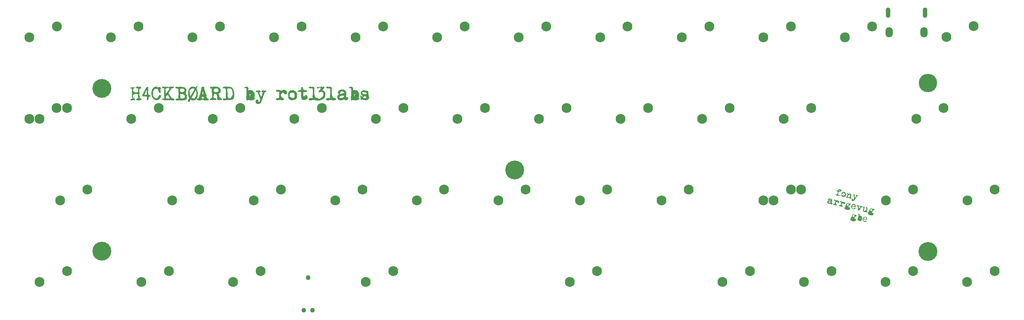
<source format=gts>
G04 Layer: TopSolderMaskLayer*
G04 EasyEDA v6.5.42, 2024-05-12 21:06:32*
G04 fdf4e44396eb4d6a93e1883587b5baf6,156c37ef0924441e834bf69462bb4c55,10*
G04 Gerber Generator version 0.2*
G04 Scale: 100 percent, Rotated: No, Reflected: No *
G04 Dimensions in millimeters *
G04 leading zeros omitted , absolute positions ,4 integer and 5 decimal *
%FSLAX45Y45*%
%MOMM*%

%ADD10O,1.7015968000000001X2.4015954*%
%ADD11O,1.0999978000000001X2.3999952*%
%ADD12C,1.0926*%
%ADD13C,2.3016*%
%ADD14C,4.4032*%
%ADD15C,4.3016*%
%ADD16C,0.0140*%

%LPD*%
G36*
X4084675Y7892186D02*
G01*
X4076293Y7891525D01*
X4074515Y7890256D01*
X4073245Y7888986D01*
X4067657Y7888731D01*
X4050385Y7890256D01*
X4047032Y7889951D01*
X4044035Y7888986D01*
X4041800Y7886700D01*
X4040225Y7884414D01*
X4035856Y7883804D01*
X4032859Y7883906D01*
X4030878Y7882178D01*
X4029557Y7880553D01*
X4028846Y7878978D01*
X4028795Y7877556D01*
X4020413Y7872730D01*
X4017873Y7872730D01*
X4016857Y7875473D01*
X4015841Y7877556D01*
X4013098Y7877708D01*
X4011015Y7877556D01*
X4011980Y7879486D01*
X4012793Y7880603D01*
X4015841Y7882381D01*
X4014673Y7887614D01*
X4014825Y7887970D01*
X4009440Y7889036D01*
X4004513Y7889392D01*
X4000042Y7889036D01*
X3996029Y7887970D01*
X3991914Y7885582D01*
X3988663Y7883398D01*
X3987139Y7883144D01*
X3983329Y7883398D01*
X3975252Y7885328D01*
X3968140Y7885988D01*
X3953865Y7886700D01*
X3950309Y7888986D01*
X3948226Y7888528D01*
X3941470Y7885887D01*
X3938625Y7885430D01*
X3937406Y7886242D01*
X3934307Y7887716D01*
X3930497Y7888935D01*
X3927195Y7888986D01*
X3924909Y7888427D01*
X3918305Y7884972D01*
X3915511Y7884414D01*
X3909263Y7887411D01*
X3904843Y7890256D01*
X3903878Y7890408D01*
X3901744Y7889900D01*
X3897985Y7887970D01*
X3896258Y7887817D01*
X3883863Y7888986D01*
X3880916Y7888935D01*
X3878122Y7888579D01*
X3875633Y7887970D01*
X3874109Y7886192D01*
X3873093Y7884414D01*
X3871061Y7883398D01*
X3869740Y7880451D01*
X3868752Y7876946D01*
X4002989Y7876946D01*
X4003243Y7878114D01*
X4004005Y7879080D01*
X4005173Y7879842D01*
X4006443Y7879842D01*
X4006443Y7878572D01*
X4007408Y7879334D01*
X4008221Y7879588D01*
X4008729Y7879486D01*
X4008983Y7879080D01*
X4008729Y7877556D01*
X4007764Y7876031D01*
X4006443Y7875016D01*
X4006443Y7872730D01*
X4005173Y7872628D01*
X4004208Y7873034D01*
X4003548Y7874000D01*
X4002989Y7876946D01*
X3868752Y7876946D01*
X3868216Y7873441D01*
X3868013Y7869428D01*
X3868318Y7864754D01*
X3869283Y7861249D01*
X3870858Y7858810D01*
X3873093Y7857490D01*
X3882796Y7856524D01*
X3889603Y7856220D01*
X3895801Y7853324D01*
X3900271Y7850631D01*
X3905859Y7850276D01*
X3911447Y7849616D01*
X3913987Y7849108D01*
X3916070Y7848142D01*
X3917696Y7846720D01*
X3918813Y7844790D01*
X3918813Y7835392D01*
X3922053Y7831277D01*
X3948023Y7831277D01*
X3948023Y7831836D01*
X3948226Y7832039D01*
X3951579Y7831836D01*
X3955084Y7838744D01*
X3958640Y7844180D01*
X3962095Y7848142D01*
X3965549Y7850631D01*
X3970883Y7851597D01*
X3974693Y7851902D01*
X3991203Y7856220D01*
X4003751Y7855712D01*
X4008069Y7855864D01*
X4011015Y7856220D01*
X4011015Y7857490D01*
X4019143Y7862316D01*
X4026255Y7856220D01*
X4029811Y7856220D01*
X4031335Y7853070D01*
X4031843Y7850631D01*
X4034739Y7845653D01*
X4036771Y7841437D01*
X4038041Y7837931D01*
X4038447Y7835138D01*
X4037685Y7831581D01*
X4035399Y7828534D01*
X4031589Y7825994D01*
X4026255Y7823962D01*
X4025290Y7809382D01*
X4021429Y7799070D01*
X4017873Y7797088D01*
X4014825Y7795768D01*
X4011574Y7787690D01*
X4010558Y7784490D01*
X4009999Y7781798D01*
X3999585Y7776972D01*
X3999331Y7774431D01*
X3999585Y7772400D01*
X3997045Y7772400D01*
X3993489Y7763002D01*
X3989933Y7763002D01*
X3986631Y7759446D01*
X3986631Y7758175D01*
X3983075Y7758175D01*
X3980891Y7756702D01*
X3977944Y7753908D01*
X3977233Y7752588D01*
X3976573Y7749286D01*
X3976725Y7747000D01*
X3973372Y7742986D01*
X3970375Y7740650D01*
X3969054Y7732217D01*
X3969105Y7730236D01*
X3963009Y7730744D01*
X3959453Y7735062D01*
X3956405Y7737602D01*
X3956304Y7741107D01*
X3955846Y7745272D01*
X3952443Y7761173D01*
X3951681Y7765796D01*
X3951427Y7769555D01*
X3951579Y7772400D01*
X3952849Y7772400D01*
X3952849Y7776972D01*
X3955135Y7776972D01*
X3954932Y7788402D01*
X3955135Y7789925D01*
X3957421Y7794752D01*
X3953713Y7798612D01*
X3950309Y7801609D01*
X3950258Y7803388D01*
X3950817Y7805674D01*
X3952036Y7808468D01*
X3953865Y7811770D01*
X3951274Y7814614D01*
X3949039Y7816596D01*
X3948277Y7824724D01*
X3948023Y7831277D01*
X3922053Y7831277D01*
X3923639Y7829550D01*
X3921099Y7820406D01*
X3921709Y7818018D01*
X3925366Y7808620D01*
X3925925Y7806181D01*
X3922725Y7801305D01*
X3919829Y7797800D01*
X3924655Y7792212D01*
X3921150Y7782153D01*
X3919016Y7772704D01*
X3918204Y7763967D01*
X3918864Y7755737D01*
X3921099Y7751013D01*
X3921099Y7749031D01*
X3916476Y7741615D01*
X3914241Y7738618D01*
X3915257Y7735824D01*
X3918813Y7727950D01*
X3922369Y7724394D01*
X3923588Y7719263D01*
X3924198Y7714234D01*
X3924198Y7709357D01*
X3923639Y7704581D01*
X3921150Y7700670D01*
X3918813Y7697470D01*
X3918610Y7694828D01*
X3918813Y7692034D01*
X3919372Y7688986D01*
X3920337Y7685786D01*
X3922826Y7679385D01*
X3923436Y7677048D01*
X3923639Y7675372D01*
X3923080Y7671511D01*
X3921353Y7667498D01*
X3918813Y7662672D01*
X3918661Y7660944D01*
X3919016Y7656880D01*
X3920032Y7652105D01*
X3920286Y7649921D01*
X3920185Y7647940D01*
X3919829Y7646162D01*
X3917543Y7641590D01*
X3918305Y7640472D01*
X3919468Y7637525D01*
X3957421Y7637525D01*
X3958132Y7640980D01*
X3959656Y7646619D01*
X3959453Y7649972D01*
X3958488Y7652461D01*
X3958437Y7653426D01*
X3958691Y7654290D01*
X3962196Y7657846D01*
X3965549Y7660386D01*
X3965803Y7662164D01*
X3965549Y7663942D01*
X3967835Y7665212D01*
X3969867Y7670088D01*
X3971950Y7674000D01*
X3974084Y7676946D01*
X3976217Y7678928D01*
X3988409Y7686700D01*
X3990441Y7688783D01*
X3991711Y7690916D01*
X3992219Y7693152D01*
X3991813Y7695641D01*
X3991203Y7697470D01*
X3994454Y7697216D01*
X3997045Y7697470D01*
X3998061Y7695336D01*
X3998976Y7692542D01*
X4001668Y7690002D01*
X4003903Y7688325D01*
X4013047Y7685786D01*
X4015486Y7685278D01*
X4017568Y7684516D01*
X4019194Y7683500D01*
X4020413Y7682230D01*
X4023512Y7674406D01*
X4025239Y7668259D01*
X4029506Y7662925D01*
X4033113Y7659116D01*
X4033570Y7657490D01*
X4033672Y7655814D01*
X4033418Y7654188D01*
X4032300Y7650886D01*
X4031792Y7647686D01*
X4031843Y7646162D01*
X4034383Y7642656D01*
X4043070Y7631734D01*
X4045305Y7628280D01*
X4046626Y7625384D01*
X4047083Y7623048D01*
X4046880Y7621625D01*
X4046321Y7620304D01*
X4045356Y7619187D01*
X4044035Y7618222D01*
X4039158Y7616647D01*
X4035653Y7615936D01*
X4032300Y7612786D01*
X4029811Y7609840D01*
X4026408Y7609078D01*
X4022750Y7608824D01*
X4018889Y7609078D01*
X4014825Y7609840D01*
X4012285Y7612380D01*
X4009694Y7612634D01*
X4003751Y7612380D01*
X3996131Y7611313D01*
X3989882Y7610703D01*
X3986377Y7610652D01*
X3982059Y7611109D01*
X3973931Y7615936D01*
X3966819Y7615936D01*
X3963720Y7620762D01*
X3962654Y7622997D01*
X3961993Y7625080D01*
X3958691Y7627366D01*
X3960723Y7631175D01*
X3958691Y7631175D01*
X3957421Y7637525D01*
X3919468Y7637525D01*
X3921099Y7631684D01*
X3922420Y7624622D01*
X3922572Y7622286D01*
X3922369Y7620762D01*
X3920540Y7617409D01*
X3917137Y7615072D01*
X3912158Y7613599D01*
X3904183Y7613142D01*
X3890619Y7613396D01*
X3885133Y7613142D01*
X3881475Y7612380D01*
X3876903Y7606741D01*
X3875379Y7604252D01*
X3874363Y7601966D01*
X3870045Y7600696D01*
X3871061Y7598409D01*
X3880459Y7599425D01*
X3881780Y7598409D01*
X3882745Y7598409D01*
X3882745Y7594600D01*
X3877056Y7592923D01*
X3873195Y7590586D01*
X3871214Y7587691D01*
X3871061Y7584186D01*
X3875633Y7579106D01*
X3877106Y7576820D01*
X3877919Y7575042D01*
X3880154Y7574025D01*
X3882745Y7573314D01*
X3885742Y7572908D01*
X3891584Y7572857D01*
X3909669Y7574788D01*
X3917187Y7575194D01*
X3919829Y7575042D01*
X3923639Y7572756D01*
X3929735Y7571638D01*
X3935425Y7571028D01*
X3940657Y7570978D01*
X3945483Y7571486D01*
X3951579Y7575042D01*
X3954424Y7575346D01*
X3964482Y7575346D01*
X3975150Y7574889D01*
X3979722Y7574229D01*
X3980789Y7573772D01*
X3982059Y7571486D01*
X3983583Y7571333D01*
X3986885Y7571740D01*
X3993489Y7573772D01*
X3998366Y7573416D01*
X4001871Y7572756D01*
X4003141Y7575042D01*
X4009745Y7577734D01*
X4015841Y7580630D01*
X4020413Y7576312D01*
X4024579Y7575346D01*
X4027525Y7575042D01*
X4028795Y7572756D01*
X4043730Y7572756D01*
X4054449Y7573772D01*
X4091279Y7572654D01*
X4101693Y7572552D01*
X4106773Y7572756D01*
X4116425Y7576312D01*
X4117746Y7576159D01*
X4121556Y7574737D01*
X4126484Y7572349D01*
X4128719Y7571638D01*
X4130801Y7571333D01*
X4132681Y7571486D01*
X4137253Y7576312D01*
X4146651Y7576464D01*
X4153509Y7576312D01*
X4159605Y7580630D01*
X4159605Y7584186D01*
X4162501Y7584440D01*
X4165193Y7584186D01*
X4165803Y7585151D01*
X4166209Y7586980D01*
X4165803Y7588148D01*
X4165193Y7589012D01*
X4163923Y7595870D01*
X4160621Y7601966D01*
X4155135Y7604556D01*
X4150207Y7606538D01*
X4145737Y7607858D01*
X4141825Y7608570D01*
X4139133Y7611160D01*
X4137253Y7613396D01*
X4131868Y7613650D01*
X4127855Y7613396D01*
X4123029Y7617206D01*
X4119422Y7617206D01*
X4110278Y7616596D01*
X4107840Y7616748D01*
X4105808Y7617206D01*
X4102455Y7619085D01*
X4097528Y7623403D01*
X4091279Y7629753D01*
X4089095Y7632395D01*
X4087723Y7634478D01*
X4087215Y7636002D01*
X4087571Y7638237D01*
X4088231Y7640320D01*
X4087469Y7643571D01*
X4087215Y7646162D01*
X4075887Y7653070D01*
X4072991Y7655255D01*
X4071975Y7656575D01*
X4071721Y7662062D01*
X4071975Y7666228D01*
X4065168Y7667650D01*
X4061053Y7668259D01*
X4061053Y7670800D01*
X4058818Y7674051D01*
X4056735Y7676642D01*
X4055770Y7681975D01*
X4055465Y7685786D01*
X4050639Y7689900D01*
X4046321Y7693152D01*
X4044746Y7697012D01*
X4044035Y7700009D01*
X4036669Y7707122D01*
X4035907Y7710576D01*
X4035653Y7712709D01*
X4031081Y7716266D01*
X4031284Y7719974D01*
X4031843Y7722362D01*
X4028897Y7724292D01*
X4026255Y7725409D01*
X4023156Y7737856D01*
X4022090Y7743139D01*
X4021429Y7747762D01*
X4029811Y7749031D01*
X4029811Y7751572D01*
X4033113Y7753603D01*
X4033367Y7758480D01*
X4033113Y7761986D01*
X4036923Y7765338D01*
X4040225Y7767828D01*
X4040479Y7772552D01*
X4040225Y7775956D01*
X4045254Y7780223D01*
X4047490Y7781696D01*
X4049623Y7782814D01*
X4049979Y7786878D01*
X4049623Y7789925D01*
X4053281Y7793431D01*
X4056735Y7795768D01*
X4058158Y7801152D01*
X4060901Y7804302D01*
X4065524Y7807248D01*
X4071975Y7809992D01*
X4073245Y7811008D01*
X4073804Y7812938D01*
X4074007Y7815072D01*
X4073601Y7817358D01*
X4072483Y7821168D01*
X4071721Y7825130D01*
X4071721Y7826806D01*
X4071975Y7828280D01*
X4078833Y7836662D01*
X4081119Y7837170D01*
X4082389Y7837170D01*
X4084777Y7839964D01*
X4085945Y7842250D01*
X4089095Y7843926D01*
X4091533Y7844790D01*
X4093819Y7848041D01*
X4095089Y7850631D01*
X4101134Y7851597D01*
X4105503Y7851902D01*
X4112615Y7856220D01*
X4118000Y7856474D01*
X4122013Y7856220D01*
X4126839Y7861046D01*
X4146651Y7862316D01*
X4146651Y7864602D01*
X4147362Y7864805D01*
X4147921Y7865872D01*
X4148683Y7871053D01*
X4148937Y7875727D01*
X4148683Y7879842D01*
X4147921Y7883398D01*
X4147108Y7885023D01*
X4146092Y7886141D01*
X4144721Y7886700D01*
X4135983Y7886700D01*
X4132681Y7890256D01*
X4132681Y7891525D01*
X4123486Y7889900D01*
X4115155Y7887970D01*
X4113123Y7888224D01*
X4109008Y7889951D01*
X4106773Y7890256D01*
X4103217Y7888986D01*
X4100169Y7888224D01*
X4097629Y7887970D01*
X4091533Y7891525D01*
X4088282Y7891983D01*
G37*
G36*
X7574635Y7892135D02*
G01*
X7572603Y7891780D01*
X7569504Y7890408D01*
X7566202Y7887716D01*
X7562545Y7883804D01*
X7558633Y7878572D01*
X7547965Y7879842D01*
X7545476Y7883194D01*
X7543647Y7886192D01*
X7541920Y7886953D01*
X7540345Y7887208D01*
X7538618Y7887055D01*
X7536840Y7886598D01*
X7527645Y7881874D01*
X7524851Y7882178D01*
X7513421Y7884414D01*
X7495895Y7883144D01*
X7493863Y7879842D01*
X7494496Y7877809D01*
X7585811Y7877809D01*
X7591907Y7875778D01*
X7592059Y7875320D01*
X7591145Y7870190D01*
X7585811Y7870190D01*
X7585811Y7877809D01*
X7494496Y7877809D01*
X7495895Y7872222D01*
X7492847Y7871206D01*
X7491018Y7869123D01*
X7489545Y7867903D01*
X7488631Y7866125D01*
X7487615Y7862722D01*
X7487513Y7861046D01*
X7491679Y7851140D01*
X7504277Y7847838D01*
X7507173Y7848041D01*
X7510373Y7848600D01*
X7512151Y7850327D01*
X7513421Y7851902D01*
X7521803Y7856981D01*
X7521041Y7860284D01*
X7523073Y7861553D01*
X7524343Y7866634D01*
X7525867Y7867802D01*
X7526477Y7867802D01*
X7526375Y7866634D01*
X7537043Y7867903D01*
X7546492Y7867548D01*
X7569555Y7865059D01*
X7578445Y7864602D01*
X7580223Y7858252D01*
X7575905Y7852664D01*
X7565237Y7847584D01*
X7568387Y7842250D01*
X7568946Y7840725D01*
X7568793Y7839964D01*
X7570825Y7838694D01*
X7570825Y7830312D01*
X7559903Y7820406D01*
X7557922Y7816748D01*
X7556601Y7813802D01*
X7551013Y7812786D01*
X7549794Y7808620D01*
X7549235Y7805166D01*
X7547254Y7804200D01*
X7541056Y7802118D01*
X7539278Y7801152D01*
X7537907Y7799984D01*
X7537043Y7798562D01*
X7536281Y7791653D01*
X7536027Y7786624D01*
X7533995Y7786624D01*
X7533995Y7783575D01*
X7529423Y7780274D01*
X7527493Y7777124D01*
X7526375Y7773924D01*
X7525969Y7770774D01*
X7526375Y7767574D01*
X7528407Y7765034D01*
X7528407Y7761986D01*
X7531963Y7761122D01*
X7535011Y7760970D01*
X7537805Y7757922D01*
X7539431Y7756956D01*
X7541869Y7756652D01*
X7546390Y7757007D01*
X7550962Y7757972D01*
X7555433Y7759649D01*
X7559903Y7761986D01*
X7564221Y7766303D01*
X7568539Y7766558D01*
X7571841Y7766303D01*
X7587284Y7770063D01*
X7590739Y7770622D01*
X7593888Y7770825D01*
X7596733Y7770622D01*
X7599832Y7770063D01*
X7602880Y7769148D01*
X7605826Y7767929D01*
X7608671Y7766303D01*
X7611973Y7760970D01*
X7616850Y7759496D01*
X7620355Y7758684D01*
X7623556Y7756550D01*
X7626807Y7753553D01*
X7630159Y7749590D01*
X7633563Y7744714D01*
X7633360Y7744510D01*
X7633360Y7742834D01*
X7635595Y7730744D01*
X7633817Y7730032D01*
X7633512Y7729728D01*
X7633563Y7729474D01*
X7635341Y7728915D01*
X7636611Y7728203D01*
X7636611Y7724394D01*
X7638643Y7723124D01*
X7639405Y7720533D01*
X7640015Y7717180D01*
X7640675Y7707884D01*
X7640726Y7698943D01*
X7640421Y7695946D01*
X7639913Y7693914D01*
X7637678Y7690154D01*
X7625943Y7675372D01*
X7625689Y7672882D01*
X7625943Y7671053D01*
X7623860Y7670596D01*
X7622641Y7669784D01*
X7617053Y7658353D01*
X7612430Y7654239D01*
X7608671Y7651496D01*
X7608519Y7649921D01*
X7608671Y7648194D01*
X7607198Y7646466D01*
X7604353Y7644384D01*
X7602524Y7644130D01*
X7601051Y7644384D01*
X7598765Y7640574D01*
X7593431Y7639812D01*
X7581493Y7627874D01*
X7574584Y7624470D01*
X7569555Y7622286D01*
X7569555Y7620253D01*
X7563205Y7618222D01*
X7560360Y7613954D01*
X7559903Y7612634D01*
X7558379Y7611922D01*
X7553299Y7610754D01*
X7546136Y7609890D01*
X7543241Y7609281D01*
X7541056Y7608468D01*
X7539583Y7607553D01*
X7539329Y7605725D01*
X7539583Y7604252D01*
X7536840Y7600950D01*
X7535519Y7607553D01*
X7532217Y7602981D01*
X7528661Y7602981D01*
X7527086Y7598460D01*
X7526426Y7595362D01*
X7525613Y7594447D01*
X7525613Y7602981D01*
X7520787Y7606284D01*
X7520787Y7611872D01*
X7517485Y7621016D01*
X7507579Y7621778D01*
X7499451Y7626603D01*
X7496911Y7627010D01*
X7493863Y7627112D01*
X7489596Y7626858D01*
X7476134Y7625130D01*
X7472324Y7625181D01*
X7468768Y7625943D01*
X7467193Y7626603D01*
X7466228Y7628331D01*
X7465923Y7629906D01*
X7453782Y7641031D01*
X7447889Y7647940D01*
X7447889Y7657846D01*
X7445654Y7659522D01*
X7443571Y7660386D01*
X7436713Y7669022D01*
X7431125Y7671562D01*
X7430058Y7682738D01*
X7429804Y7687360D01*
X7429855Y7691374D01*
X7433005Y7693050D01*
X7435443Y7693914D01*
X7436713Y7696962D01*
X7432954Y7705090D01*
X7429855Y7710678D01*
X7429855Y7714996D01*
X7427569Y7716266D01*
X7427569Y7720584D01*
X7425232Y7723428D01*
X7423251Y7725409D01*
X7423505Y7727086D01*
X7424267Y7728458D01*
X7425436Y7729880D01*
X7425740Y7734401D01*
X7425740Y7741513D01*
X7425537Y7744206D01*
X7427112Y7747965D01*
X7428839Y7751064D01*
X7429093Y7763764D01*
X7426807Y7777988D01*
X7432395Y7780274D01*
X7430719Y7784388D01*
X7429855Y7787131D01*
X7423251Y7792720D01*
X7422642Y7795412D01*
X7422591Y7797596D01*
X7423150Y7799324D01*
X7424470Y7800695D01*
X7424724Y7801305D01*
X7424674Y7802625D01*
X7421981Y7809484D01*
X7424318Y7814309D01*
X7426807Y7818628D01*
X7425537Y7820659D01*
X7426096Y7824114D01*
X7426807Y7826248D01*
X7426147Y7829702D01*
X7425029Y7833614D01*
X7421219Y7843012D01*
X7424115Y7846771D01*
X7426807Y7849870D01*
X7430617Y7850835D01*
X7433411Y7851140D01*
X7433259Y7853324D01*
X7433411Y7854188D01*
X7424267Y7857998D01*
X7425232Y7863179D01*
X7425537Y7867446D01*
X7425232Y7870901D01*
X7424267Y7873492D01*
X7422032Y7875981D01*
X7419949Y7877809D01*
X7419695Y7881010D01*
X7419949Y7883398D01*
X7415123Y7885430D01*
X7411770Y7886192D01*
X7410196Y7886192D01*
X7408367Y7885785D01*
X7403947Y7882229D01*
X7402271Y7881518D01*
X7400391Y7881213D01*
X7398359Y7881366D01*
X7393787Y7885430D01*
X7392466Y7886344D01*
X7390282Y7887360D01*
X7383373Y7889494D01*
X7376363Y7891170D01*
X7372705Y7891525D01*
X7370368Y7890154D01*
X7366914Y7887360D01*
X7365847Y7885938D01*
X7362799Y7885938D01*
X7361529Y7883398D01*
X7360310Y7883550D01*
X7357668Y7884972D01*
X7352893Y7888833D01*
X7351115Y7889392D01*
X7348728Y7889392D01*
X7343495Y7887208D01*
X7338822Y7886547D01*
X7334656Y7886344D01*
X7331049Y7886547D01*
X7328001Y7887208D01*
X7325461Y7888986D01*
X7321956Y7889290D01*
X7317790Y7888884D01*
X7312914Y7887766D01*
X7307427Y7885938D01*
X7301839Y7884668D01*
X7301839Y7882636D01*
X7298690Y7880451D01*
X7296302Y7878013D01*
X7294727Y7875270D01*
X7293965Y7872222D01*
X7295235Y7869174D01*
X7295997Y7865770D01*
X7296251Y7863586D01*
X7297978Y7861198D01*
X7300366Y7858810D01*
X7303414Y7856474D01*
X7307173Y7854188D01*
X7311085Y7852308D01*
X7314895Y7850936D01*
X7318705Y7850124D01*
X7322413Y7849870D01*
X7330998Y7851140D01*
X7337907Y7852409D01*
X7341209Y7849870D01*
X7346391Y7849920D01*
X7349286Y7850378D01*
X7352995Y7851292D01*
X7362088Y7855203D01*
X7363612Y7855508D01*
X7364831Y7855458D01*
X7370165Y7852613D01*
X7374483Y7849616D01*
X7378293Y7846568D01*
X7385151Y7841996D01*
X7385151Y7839964D01*
X7387386Y7836814D01*
X7389469Y7834375D01*
X7389723Y7825790D01*
X7389469Y7819390D01*
X7392009Y7818628D01*
X7392009Y7805166D01*
X7389215Y7800594D01*
X7388148Y7798409D01*
X7387437Y7796174D01*
X7387132Y7793837D01*
X7387183Y7791450D01*
X7390739Y7779003D01*
X7391146Y7778902D01*
X7390485Y7776768D01*
X7389469Y7774686D01*
X7387488Y7762189D01*
X7387183Y7745475D01*
X7389926Y7722768D01*
X7390231Y7716012D01*
X7390028Y7711440D01*
X7389469Y7707375D01*
X7387183Y7706359D01*
X7386777Y7699502D01*
X7386878Y7697012D01*
X7387183Y7695184D01*
X7383881Y7687056D01*
X7383729Y7680452D01*
X7383881Y7675880D01*
X7381595Y7672578D01*
X7381951Y7668717D01*
X7385151Y7656575D01*
X7385151Y7644384D01*
X7387183Y7643368D01*
X7387183Y7635494D01*
X7386421Y7635494D01*
X7385100Y7634579D01*
X7383678Y7633106D01*
X7378903Y7625892D01*
X7376210Y7622590D01*
X7375245Y7621778D01*
X7373264Y7621524D01*
X7368794Y7621778D01*
X7366355Y7622286D01*
X7359243Y7624318D01*
X7356703Y7623759D01*
X7354671Y7623048D01*
X7352385Y7625588D01*
X7342479Y7625232D01*
X7323937Y7622540D01*
X7306513Y7619390D01*
X7301941Y7618272D01*
X7300061Y7617459D01*
X7298029Y7613446D01*
X7293965Y7603998D01*
X7292492Y7596987D01*
X7292238Y7590840D01*
X7293152Y7585659D01*
X7295235Y7581392D01*
X7300772Y7578801D01*
X7305649Y7577074D01*
X7317587Y7571486D01*
X7328611Y7570470D01*
X7340955Y7570673D01*
X7354519Y7572095D01*
X7375702Y7576007D01*
X7381697Y7576566D01*
X7387386Y7576515D01*
X7392771Y7575803D01*
X7397597Y7573772D01*
X7411872Y7574534D01*
X7417155Y7575092D01*
X7421219Y7575803D01*
X7428839Y7573772D01*
X7441031Y7573772D01*
X7444841Y7571486D01*
X7446518Y7571333D01*
X7450836Y7571740D01*
X7460335Y7573772D01*
X7464602Y7573518D01*
X7476693Y7571790D01*
X7480401Y7571486D01*
X7495641Y7572603D01*
X7496657Y7570216D01*
X7498435Y7567472D01*
X7500467Y7565542D01*
X7502753Y7564374D01*
X7513980Y7563002D01*
X7531963Y7566406D01*
X7533995Y7568184D01*
X7545222Y7569860D01*
X7553553Y7570724D01*
X7555585Y7572756D01*
X7559192Y7572197D01*
X7561935Y7571486D01*
X7565085Y7573721D01*
X7567523Y7575803D01*
X7577683Y7578852D01*
X7584795Y7580375D01*
X7587843Y7583424D01*
X7593431Y7584186D01*
X7602067Y7587792D01*
X7608671Y7591044D01*
X7615377Y7592009D01*
X7620355Y7592314D01*
X7623505Y7594549D01*
X7625943Y7596631D01*
X7631023Y7597394D01*
X7641183Y7606284D01*
X7641945Y7611364D01*
X7647584Y7612583D01*
X7651851Y7612634D01*
X7656525Y7622031D01*
X7658201Y7626146D01*
X7659471Y7629906D01*
X7664907Y7634020D01*
X7669123Y7636764D01*
X7671866Y7642758D01*
X7673441Y7647431D01*
X7675829Y7648854D01*
X7678013Y7649464D01*
X7678013Y7651496D01*
X7680655Y7651750D01*
X7683093Y7651496D01*
X7683093Y7657084D01*
X7676743Y7658353D01*
X7676743Y7661402D01*
X7683093Y7666736D01*
X7683093Y7669784D01*
X7690713Y7672324D01*
X7683347Y7673746D01*
X7680401Y7674508D01*
X7678013Y7675372D01*
X7679893Y7681874D01*
X7681061Y7689596D01*
X7678775Y7690612D01*
X7678521Y7692339D01*
X7678775Y7693914D01*
X7680502Y7698943D01*
X7681061Y7702803D01*
X7686395Y7705852D01*
X7683957Y7711186D01*
X7682280Y7715503D01*
X7681264Y7718806D01*
X7681061Y7721092D01*
X7684719Y7726070D01*
X7688681Y7730744D01*
X7687411Y7739125D01*
X7681823Y7743190D01*
X7680909Y7744155D01*
X7680401Y7745374D01*
X7680401Y7746695D01*
X7681214Y7749997D01*
X7681315Y7753045D01*
X7681061Y7754366D01*
X7678826Y7756144D01*
X7676743Y7757414D01*
X7677048Y7761122D01*
X7677454Y7762290D01*
X7678013Y7763002D01*
X7673949Y7767066D01*
X7670952Y7769606D01*
X7669123Y7770622D01*
X7665821Y7770622D01*
X7665821Y7772653D01*
X7663586Y7774330D01*
X7661503Y7775194D01*
X7658201Y7781594D01*
X7656423Y7786624D01*
X7650530Y7788960D01*
X7645247Y7790688D01*
X7640624Y7791754D01*
X7636611Y7792212D01*
X7633055Y7797444D01*
X7631836Y7799730D01*
X7631023Y7801864D01*
X7628229Y7803540D01*
X7625943Y7804403D01*
X7622387Y7809534D01*
X7621168Y7811770D01*
X7620355Y7813802D01*
X7618323Y7813802D01*
X7617917Y7816392D01*
X7618018Y7818881D01*
X7618526Y7821218D01*
X7619593Y7823453D01*
X7620355Y7823453D01*
X7622641Y7826756D01*
X7625181Y7827518D01*
X7627213Y7827772D01*
X7627213Y7830312D01*
X7633665Y7836408D01*
X7637881Y7840980D01*
X7640218Y7841945D01*
X7646263Y7843774D01*
X7648651Y7844739D01*
X7650530Y7845856D01*
X7651800Y7847177D01*
X7652613Y7848600D01*
X7653121Y7853375D01*
X7652613Y7856981D01*
X7658201Y7869174D01*
X7661503Y7870190D01*
X7662062Y7872171D01*
X7662265Y7874000D01*
X7662011Y7875524D01*
X7661351Y7877048D01*
X7660233Y7878572D01*
X7655356Y7882940D01*
X7654594Y7884820D01*
X7653934Y7887614D01*
X7653883Y7888731D01*
X7650683Y7888122D01*
X7646771Y7887766D01*
X7630617Y7888020D01*
X7620812Y7887766D01*
X7616545Y7887360D01*
X7608265Y7884922D01*
X7604302Y7884312D01*
X7603083Y7884414D01*
X7600238Y7886598D01*
X7598765Y7887462D01*
X7591348Y7888427D01*
X7585811Y7888731D01*
X7580731Y7891018D01*
X7578699Y7891729D01*
X7576667Y7892084D01*
G37*
G36*
X4812639Y7891780D02*
G01*
X4796383Y7880350D01*
X4795418Y7874914D01*
X4795113Y7871206D01*
X4793386Y7869986D01*
X4791811Y7869174D01*
X4790338Y7868716D01*
X4789017Y7868666D01*
X4785918Y7866227D01*
X4783683Y7863890D01*
X4782362Y7861757D01*
X4781905Y7859775D01*
X4782159Y7858810D01*
X4782921Y7857693D01*
X4784191Y7856372D01*
X4787747Y7853476D01*
X4789068Y7852156D01*
X4789932Y7850936D01*
X4790287Y7849870D01*
X4790033Y7847330D01*
X4789525Y7846212D01*
X4789271Y7846110D01*
X4789017Y7846314D01*
X4785969Y7840218D01*
X4785664Y7838287D01*
X4785817Y7832090D01*
X4786680Y7823809D01*
X4786782Y7820304D01*
X4786528Y7817205D01*
X4785969Y7814564D01*
X4780737Y7809788D01*
X4776317Y7806690D01*
X4776876Y7803692D01*
X4777587Y7801864D01*
X4774387Y7798308D01*
X4771491Y7795768D01*
X4771796Y7787589D01*
X4772761Y7781798D01*
X4772050Y7777886D01*
X4771491Y7776209D01*
X4769967Y7774889D01*
X4768443Y7773924D01*
X4768392Y7772044D01*
X4768646Y7771180D01*
X4769662Y7769809D01*
X4770729Y7769098D01*
X4770882Y7767675D01*
X4770475Y7764627D01*
X4768545Y7758938D01*
X4768494Y7754772D01*
X4769002Y7748828D01*
X4769459Y7746746D01*
X4768799Y7743596D01*
X4767630Y7740192D01*
X4765852Y7736586D01*
X4763617Y7732775D01*
X4758682Y7728203D01*
X4798669Y7728203D01*
X4798669Y7732623D01*
X4805527Y7731506D01*
X4807102Y7738313D01*
X4807813Y7743444D01*
X4811420Y7745933D01*
X4812334Y7746898D01*
X4812639Y7747762D01*
X4812385Y7749235D01*
X4811217Y7752080D01*
X4811217Y7754112D01*
X4811623Y7755128D01*
X4816449Y7758684D01*
X4818684Y7759903D01*
X4820767Y7760716D01*
X4817922Y7762290D01*
X4815941Y7763002D01*
X4815738Y7765237D01*
X4815179Y7766812D01*
X4821326Y7772450D01*
X4823714Y7774178D01*
X4825593Y7775194D01*
X4829149Y7773924D01*
X4827879Y7764272D01*
X4828997Y7763967D01*
X4832451Y7761986D01*
X4832908Y7757972D01*
X4835753Y7745222D01*
X4836261Y7741412D01*
X4835906Y7738872D01*
X4834788Y7737043D01*
X4832959Y7735925D01*
X4830419Y7735570D01*
X4826101Y7736078D01*
X4820767Y7737602D01*
X4821732Y7735620D01*
X4822037Y7733792D01*
X4826101Y7732318D01*
X4829149Y7731506D01*
X4833924Y7727645D01*
X4837023Y7724648D01*
X4832451Y7710678D01*
X4820767Y7710678D01*
X4815179Y7707122D01*
X4813503Y7707426D01*
X4812639Y7708392D01*
X4812233Y7710068D01*
X4812639Y7711948D01*
X4815941Y7713980D01*
X4816094Y7716977D01*
X4814976Y7720888D01*
X4812639Y7725765D01*
X4809083Y7731506D01*
X4807356Y7729677D01*
X4806797Y7728203D01*
X4758682Y7728203D01*
X4757572Y7726070D01*
X4754727Y7716012D01*
X4753203Y7712964D01*
X4750003Y7710931D01*
X4747107Y7709408D01*
X4747361Y7707528D01*
X4747107Y7705852D01*
X4751933Y7703058D01*
X4753305Y7701737D01*
X4754168Y7700009D01*
X4754422Y7697927D01*
X4754219Y7695438D01*
X4752441Y7694472D01*
X4750663Y7694168D01*
X4750511Y7692390D01*
X4750663Y7690612D01*
X4749190Y7689138D01*
X4743551Y7684414D01*
X4742738Y7683296D01*
X4742281Y7682230D01*
X4742535Y7681620D01*
X4744821Y7680198D01*
X4744821Y7665974D01*
X4743551Y7665974D01*
X4740859Y7663383D01*
X4734407Y7655559D01*
X4734102Y7654442D01*
X4734255Y7651648D01*
X4734915Y7648194D01*
X4734814Y7645400D01*
X4733798Y7643317D01*
X4731410Y7641031D01*
X4727752Y7638694D01*
X4726381Y7637576D01*
X4725466Y7636509D01*
X4725009Y7635494D01*
X4725568Y7632446D01*
X4726279Y7629906D01*
X4781143Y7629906D01*
X4782769Y7631125D01*
X4784699Y7632192D01*
X4784699Y7640320D01*
X4795113Y7640320D01*
X4796383Y7645044D01*
X4798161Y7648600D01*
X4800447Y7650886D01*
X4803241Y7652003D01*
X4806086Y7652207D01*
X4810099Y7652156D01*
X4821529Y7650988D01*
X4827625Y7650124D01*
X4832248Y7649209D01*
X4835398Y7648346D01*
X4837023Y7647431D01*
X4839563Y7639050D01*
X4845405Y7639050D01*
X4846929Y7638745D01*
X4848199Y7638084D01*
X4849215Y7637119D01*
X4852263Y7629906D01*
X4849723Y7627112D01*
X4838547Y7616698D01*
X4836007Y7614666D01*
X4833467Y7614666D01*
X4832705Y7611821D01*
X4832451Y7609840D01*
X4827879Y7606284D01*
X4822037Y7607553D01*
X4819802Y7610144D01*
X4818227Y7612380D01*
X4813147Y7612837D01*
X4809591Y7612634D01*
X4806543Y7615631D01*
X4805781Y7616850D01*
X4805527Y7617968D01*
X4796840Y7623962D01*
X4783429Y7625080D01*
X4784801Y7625181D01*
X4785055Y7625384D01*
X4782413Y7626350D01*
X4781854Y7628381D01*
X4781143Y7629906D01*
X4726279Y7629906D01*
X4719167Y7617968D01*
X4716780Y7616698D01*
X4714036Y7615681D01*
X4710836Y7614920D01*
X4707229Y7614412D01*
X4692243Y7613396D01*
X4687570Y7612481D01*
X4683963Y7611160D01*
X4681474Y7609535D01*
X4680051Y7607553D01*
X4679340Y7604963D01*
X4679035Y7601864D01*
X4679086Y7598105D01*
X4679543Y7593838D01*
X4680204Y7590028D01*
X4681016Y7586980D01*
X4681880Y7584694D01*
X4683302Y7582560D01*
X4686198Y7580020D01*
X4694783Y7573518D01*
X4700574Y7573264D01*
X4705197Y7573518D01*
X4717897Y7570978D01*
X4726533Y7571536D01*
X4733137Y7572248D01*
X4738471Y7570724D01*
X4742281Y7569200D01*
X4746091Y7569962D01*
X4749647Y7570978D01*
X4763617Y7570216D01*
X4776317Y7572248D01*
X4786020Y7573213D01*
X4792827Y7573518D01*
X4798669Y7577074D01*
X4803444Y7579664D01*
X4804613Y7580833D01*
X4805019Y7581900D01*
X4803241Y7588758D01*
X4809083Y7589774D01*
X4814163Y7587996D01*
X4817008Y7587386D01*
X4819497Y7587488D01*
X4825593Y7591044D01*
X4830775Y7591298D01*
X4834737Y7591044D01*
X4835499Y7588046D01*
X4835753Y7584948D01*
X4835499Y7581696D01*
X4834737Y7578344D01*
X4839563Y7577074D01*
X4843170Y7573213D01*
X4845405Y7570216D01*
X4852873Y7573162D01*
X4854803Y7573518D01*
X4858715Y7571943D01*
X4861915Y7570216D01*
X4869992Y7569860D01*
X4873193Y7569911D01*
X4875885Y7570216D01*
X4887569Y7566659D01*
X4891938Y7566863D01*
X4894376Y7567269D01*
X4899558Y7568590D01*
X4904232Y7569200D01*
X4906365Y7569200D01*
X4924602Y7567168D01*
X4932019Y7566659D01*
X4944618Y7572451D01*
X4952847Y7572248D01*
X4954422Y7572552D01*
X4956200Y7573467D01*
X4958130Y7574940D01*
X4964785Y7581900D01*
X4964785Y7598409D01*
X4962753Y7598409D01*
X4962753Y7600696D01*
X4956657Y7601966D01*
X4955895Y7603744D01*
X4955641Y7605014D01*
X4952085Y7605979D01*
X4949545Y7606284D01*
X4946802Y7610246D01*
X4945227Y7613396D01*
X4943805Y7613954D01*
X4939995Y7614462D01*
X4935118Y7614513D01*
X4931308Y7615275D01*
X4929987Y7615936D01*
X4928717Y7618984D01*
X4926431Y7620253D01*
X4925669Y7623098D01*
X4924958Y7629855D01*
X4924145Y7631938D01*
X4922113Y7633665D01*
X4913680Y7637932D01*
X4912156Y7639100D01*
X4911191Y7640320D01*
X4908042Y7645806D01*
X4905959Y7651191D01*
X4904994Y7656372D01*
X4905095Y7661402D01*
X4906975Y7662925D01*
X4908651Y7663942D01*
X4908651Y7668259D01*
X4906721Y7670546D01*
X4905095Y7671816D01*
X4906518Y7676896D01*
X4907178Y7681722D01*
X4907127Y7686294D01*
X4906365Y7690612D01*
X4903825Y7694168D01*
X4902809Y7705852D01*
X4902149Y7707528D01*
X4900879Y7709306D01*
X4899101Y7711084D01*
X4896713Y7712964D01*
X4901539Y7716062D01*
X4906365Y7718806D01*
X4906365Y7721092D01*
X4902200Y7722463D01*
X4898034Y7723327D01*
X4893919Y7723631D01*
X4889855Y7723378D01*
X4882743Y7735062D01*
X4882489Y7739837D01*
X4882743Y7743444D01*
X4880457Y7745475D01*
X4881473Y7756398D01*
X4880457Y7756398D01*
X4877816Y7758226D01*
X4875834Y7759953D01*
X4874412Y7761528D01*
X4873599Y7763002D01*
X4873599Y7766812D01*
X4880457Y7769098D01*
X4882743Y7775194D01*
X4874615Y7779512D01*
X4872888Y7786624D01*
X4872329Y7792212D01*
X4865217Y7798308D01*
X4861763Y7810906D01*
X4859629Y7820659D01*
X4863947Y7821930D01*
X4863947Y7824978D01*
X4858613Y7828788D01*
X4854803Y7831074D01*
X4856073Y7838744D01*
X4856124Y7841488D01*
X4855819Y7843520D01*
X4853990Y7847380D01*
X4849977Y7853425D01*
X4856073Y7857185D01*
X4860645Y7860284D01*
X4861610Y7863128D01*
X4861915Y7865109D01*
X4857546Y7867142D01*
X4854295Y7869123D01*
X4852212Y7871053D01*
X4851247Y7872984D01*
X4851247Y7880350D01*
X4839868Y7886395D01*
X4834432Y7888782D01*
X4829149Y7890764D01*
X4828133Y7891424D01*
X4826609Y7891780D01*
G37*
G36*
X3741013Y7891678D02*
G01*
X3737203Y7891525D01*
X3729837Y7889443D01*
X3723995Y7887208D01*
X3715156Y7887614D01*
X3709009Y7888224D01*
X3703421Y7885175D01*
X3695547Y7884668D01*
X3690213Y7884668D01*
X3688029Y7883753D01*
X3686149Y7882280D01*
X3684473Y7880197D01*
X3683101Y7877556D01*
X3680917Y7871866D01*
X3679951Y7870240D01*
X3679037Y7869428D01*
X3675227Y7869072D01*
X3673703Y7869123D01*
X3672433Y7869428D01*
X3671163Y7867142D01*
X3666337Y7866634D01*
X3664762Y7866176D01*
X3663289Y7865109D01*
X3661968Y7863382D01*
X3656939Y7853934D01*
X3655517Y7853222D01*
X3652367Y7852156D01*
X3650538Y7851292D01*
X3649116Y7850327D01*
X3648100Y7849158D01*
X3647541Y7847838D01*
X3647287Y7843520D01*
X3647541Y7840218D01*
X3641140Y7832648D01*
X3635603Y7826756D01*
X3634384Y7817103D01*
X3634333Y7809992D01*
X3630777Y7803388D01*
X3630523Y7794294D01*
X3630777Y7787894D01*
X3628745Y7784033D01*
X3626713Y7781036D01*
X3626561Y7776514D01*
X3626713Y7773162D01*
X3624427Y7771892D01*
X3622751Y7764729D01*
X3621887Y7759953D01*
X3620363Y7757414D01*
X3618839Y7755381D01*
X3618687Y7754467D01*
X3619195Y7751673D01*
X3619855Y7749794D01*
X3620109Y7747406D01*
X3619855Y7741310D01*
X3618737Y7733792D01*
X3618433Y7730439D01*
X3618484Y7727543D01*
X3618839Y7725156D01*
X3620617Y7718298D01*
X3619804Y7711135D01*
X3618839Y7706359D01*
X3622243Y7699756D01*
X3625443Y7695184D01*
X3625443Y7688325D01*
X3628999Y7684922D01*
X3632047Y7682738D01*
X3632047Y7674609D01*
X3632200Y7675321D01*
X3632403Y7675422D01*
X3633063Y7673848D01*
X3632555Y7668259D01*
X3632606Y7662672D01*
X3633215Y7657084D01*
X3634333Y7651496D01*
X3637381Y7646670D01*
X3639921Y7643368D01*
X3641496Y7638592D01*
X3642207Y7635494D01*
X3645865Y7633512D01*
X3648811Y7632192D01*
X3648811Y7630414D01*
X3651707Y7626908D01*
X3654399Y7624572D01*
X3655974Y7619390D01*
X3656685Y7615428D01*
X3664051Y7609128D01*
X3667150Y7606995D01*
X3669893Y7605522D01*
X3669893Y7602981D01*
X3680053Y7593075D01*
X3686454Y7589672D01*
X3691483Y7587488D01*
X3691483Y7586725D01*
X3697681Y7586370D01*
X3699967Y7586421D01*
X3701643Y7586725D01*
X3705453Y7583678D01*
X3708247Y7581138D01*
X3714089Y7579512D01*
X3718407Y7578598D01*
X3726535Y7575042D01*
X3732631Y7571994D01*
X3734612Y7571892D01*
X3736898Y7572197D01*
X3739337Y7572806D01*
X3744569Y7574889D01*
X3748379Y7576159D01*
X3750564Y7576362D01*
X3761282Y7575550D01*
X3763975Y7575550D01*
X3766362Y7575803D01*
X3768445Y7576312D01*
X3773220Y7580426D01*
X3776319Y7584186D01*
X3780739Y7584440D01*
X3784447Y7584186D01*
X3789273Y7585303D01*
X3793591Y7586776D01*
X3797401Y7588707D01*
X3800703Y7591044D01*
X3805529Y7599425D01*
X3808831Y7606792D01*
X3811320Y7607553D01*
X3813149Y7607808D01*
X3816705Y7613396D01*
X3822039Y7612380D01*
X3824478Y7617612D01*
X3826205Y7622844D01*
X3827272Y7628128D01*
X3827627Y7633462D01*
X3831539Y7634935D01*
X3845407Y7639507D01*
X3847947Y7640828D01*
X3849471Y7642301D01*
X3849979Y7643875D01*
X3849674Y7645196D01*
X3848709Y7646670D01*
X3841343Y7649260D01*
X3833469Y7651496D01*
X3836466Y7652308D01*
X3837686Y7652410D01*
X3838803Y7652258D01*
X3838803Y7655814D01*
X3839108Y7655255D01*
X3839565Y7655052D01*
X3839921Y7655204D01*
X3841089Y7657846D01*
X3836771Y7662672D01*
X3840835Y7668006D01*
X3842359Y7675880D01*
X3839565Y7678267D01*
X3837330Y7680604D01*
X3835654Y7682839D01*
X3834485Y7685024D01*
X3833063Y7688884D01*
X3832453Y7691374D01*
X3829405Y7694269D01*
X3825646Y7696352D01*
X3821176Y7697571D01*
X3814826Y7697927D01*
X3812794Y7697419D01*
X3811879Y7696962D01*
X3810101Y7694726D01*
X3808831Y7692644D01*
X3803548Y7691069D01*
X3799941Y7690358D01*
X3798620Y7688376D01*
X3792778Y7676388D01*
X3791813Y7673848D01*
X3791813Y7670292D01*
X3786835Y7667447D01*
X3783177Y7665974D01*
X3783482Y7662976D01*
X3784447Y7657592D01*
X3784803Y7653223D01*
X3784447Y7649209D01*
X3781247Y7645857D01*
X3778351Y7643368D01*
X3777589Y7639050D01*
X3769461Y7633462D01*
X3769461Y7630414D01*
X3764483Y7628229D01*
X3760063Y7626553D01*
X3756101Y7625334D01*
X3752697Y7624572D01*
X3744518Y7618018D01*
X3742537Y7616850D01*
X3740454Y7615986D01*
X3731615Y7614412D01*
X3727907Y7617866D01*
X3725011Y7621016D01*
X3723132Y7621879D01*
X3717290Y7623251D01*
X3709365Y7624267D01*
X3706063Y7624876D01*
X3703523Y7625689D01*
X3701643Y7626603D01*
X3699306Y7630363D01*
X3697833Y7633462D01*
X3695242Y7634528D01*
X3689451Y7636256D01*
X3683304Y7637678D01*
X3681272Y7637881D01*
X3680053Y7637780D01*
X3675989Y7634731D01*
X3674465Y7634681D01*
X3672382Y7636459D01*
X3671163Y7636764D01*
X3671620Y7645603D01*
X3672433Y7652258D01*
X3668826Y7660131D01*
X3665575Y7665974D01*
X3664610Y7672984D01*
X3664305Y7678166D01*
X3661257Y7680198D01*
X3660343Y7682890D01*
X3659327Y7688478D01*
X3659276Y7695133D01*
X3659632Y7700873D01*
X3659987Y7702803D01*
X3656685Y7713980D01*
X3657701Y7731455D01*
X3662273Y7746238D01*
X3659327Y7749438D01*
X3656685Y7751825D01*
X3656685Y7754366D01*
X3659073Y7756144D01*
X3661257Y7757414D01*
X3659835Y7763002D01*
X3659327Y7768081D01*
X3659835Y7772653D01*
X3661257Y7776718D01*
X3666845Y7781036D01*
X3666845Y7785608D01*
X3671163Y7792212D01*
X3673449Y7793481D01*
X3673449Y7795259D01*
X3671163Y7799831D01*
X3671112Y7801609D01*
X3672535Y7807604D01*
X3675430Y7815681D01*
X3677462Y7820406D01*
X3678021Y7821168D01*
X3682339Y7821980D01*
X3686251Y7822438D01*
X3689705Y7822488D01*
X3692753Y7822184D01*
X3694785Y7824724D01*
X3705961Y7826756D01*
X3702405Y7831581D01*
X3702304Y7832902D01*
X3703218Y7836560D01*
X3705199Y7841132D01*
X3706215Y7842808D01*
X3707231Y7844028D01*
X3708247Y7844790D01*
X3709974Y7845348D01*
X3711549Y7845552D01*
X3712972Y7845450D01*
X3716172Y7844434D01*
X3719525Y7842656D01*
X3721912Y7841640D01*
X3726281Y7840929D01*
X3733901Y7840218D01*
X3735171Y7841437D01*
X3735933Y7841488D01*
X3735933Y7845806D01*
X3737660Y7844739D01*
X3738219Y7843520D01*
X3741267Y7843977D01*
X3743807Y7844790D01*
X3756253Y7843520D01*
X3758336Y7840472D01*
X3759555Y7837931D01*
X3767124Y7831734D01*
X3770274Y7829448D01*
X3773068Y7827772D01*
X3774033Y7824724D01*
X3772662Y7823708D01*
X3771849Y7822234D01*
X3771646Y7820304D01*
X3772001Y7817866D01*
X3774795Y7814716D01*
X3777589Y7812278D01*
X3777538Y7809992D01*
X3776472Y7804353D01*
X3776522Y7802676D01*
X3776878Y7801203D01*
X3777589Y7799831D01*
X3781907Y7798562D01*
X3785209Y7793481D01*
X3785209Y7782306D01*
X3790797Y7778750D01*
X3791356Y7775905D01*
X3791915Y7767066D01*
X3792423Y7765491D01*
X3793083Y7764272D01*
X3796131Y7762697D01*
X3798671Y7761986D01*
X3802684Y7755788D01*
X3805021Y7750809D01*
X3808526Y7748473D01*
X3812590Y7746796D01*
X3817061Y7745831D01*
X3823512Y7745526D01*
X3827627Y7746238D01*
X3829710Y7747406D01*
X3831234Y7748778D01*
X3832148Y7750454D01*
X3832453Y7752334D01*
X3832199Y7758379D01*
X3832453Y7760716D01*
X3835095Y7764272D01*
X3837533Y7766303D01*
X3838498Y7769758D01*
X3838803Y7771892D01*
X3844391Y7771130D01*
X3840937Y7775600D01*
X3838803Y7778750D01*
X3844391Y7778750D01*
X3846677Y7782306D01*
X3845915Y7787538D01*
X3844950Y7791246D01*
X3843782Y7793481D01*
X3842359Y7794244D01*
X3836009Y7794345D01*
X3832199Y7795259D01*
X3828846Y7796936D01*
X3826459Y7798816D01*
X3825595Y7799831D01*
X3827373Y7801508D01*
X3828643Y7802372D01*
X3827576Y7806791D01*
X3827424Y7810804D01*
X3828186Y7814513D01*
X3829913Y7817866D01*
X3832453Y7819136D01*
X3832453Y7839202D01*
X3833672Y7840878D01*
X3834231Y7842250D01*
X3842816Y7843316D01*
X3843985Y7844231D01*
X3844848Y7845704D01*
X3845509Y7848600D01*
X3845001Y7851038D01*
X3843121Y7856981D01*
X3834231Y7856981D01*
X3831640Y7871206D01*
X3825849Y7879842D01*
X3822293Y7882381D01*
X3818788Y7883906D01*
X3815334Y7884414D01*
X3811879Y7883906D01*
X3810609Y7881569D01*
X3809847Y7879588D01*
X3806647Y7878622D01*
X3804259Y7878318D01*
X3804259Y7875778D01*
X3798671Y7875524D01*
X3794709Y7875778D01*
X3783380Y7877302D01*
X3779621Y7877556D01*
X3777183Y7877454D01*
X3775049Y7877048D01*
X3772865Y7875422D01*
X3772001Y7875016D01*
X3767175Y7877759D01*
X3763873Y7880350D01*
X3760673Y7880502D01*
X3758285Y7880350D01*
X3751427Y7889494D01*
X3748125Y7890662D01*
X3744671Y7891424D01*
G37*
G36*
X5327954Y7891576D02*
G01*
X5326735Y7891525D01*
X5323027Y7889189D01*
X5320639Y7887208D01*
X5318201Y7886293D01*
X5314492Y7885582D01*
X5309412Y7885023D01*
X5298186Y7884261D01*
X5294172Y7883347D01*
X5290972Y7881874D01*
X5288635Y7879842D01*
X5286298Y7875219D01*
X5285994Y7873796D01*
X5286349Y7872984D01*
X5287162Y7872120D01*
X5288127Y7870190D01*
X5291582Y7859217D01*
X5292750Y7856118D01*
X5293969Y7853883D01*
X5295239Y7852664D01*
X5297881Y7851546D01*
X5300319Y7851140D01*
X5303062Y7851597D01*
X5311546Y7854238D01*
X5315051Y7854696D01*
X5317998Y7854594D01*
X5324856Y7853578D01*
X5328767Y7852664D01*
X5331053Y7850378D01*
X5334812Y7849819D01*
X5339537Y7849412D01*
X5351881Y7849108D01*
X5352999Y7841640D01*
X5353913Y7837424D01*
X5357825Y7832902D01*
X5361025Y7829550D01*
X5361533Y7824724D01*
X5360974Y7821371D01*
X5359247Y7817866D01*
X5357266Y7814716D01*
X5356772Y7813548D01*
X5390743Y7813548D01*
X5390997Y7816748D01*
X5390743Y7819136D01*
X5393029Y7819136D01*
X5395569Y7824978D01*
X5395569Y7835138D01*
X5398617Y7837424D01*
X5398617Y7847838D01*
X5402427Y7849108D01*
X5403900Y7851546D01*
X5405221Y7853172D01*
X5406440Y7853934D01*
X5408015Y7854188D01*
X5409895Y7853984D01*
X5412028Y7853425D01*
X5416905Y7851140D01*
X5421579Y7848650D01*
X5423458Y7848041D01*
X5425033Y7847838D01*
X5442407Y7847787D01*
X5455005Y7849108D01*
X5458104Y7850784D01*
X5460847Y7852664D01*
X5474817Y7840980D01*
X5479897Y7840218D01*
X5483453Y7839964D01*
X5483453Y7838694D01*
X5492038Y7832242D01*
X5497423Y7827009D01*
X5499963Y7826451D01*
X5501995Y7826248D01*
X5500725Y7821422D01*
X5503316Y7818831D01*
X5505551Y7817103D01*
X5502605Y7810449D01*
X5501995Y7808214D01*
X5501995Y7806690D01*
X5506669Y7799019D01*
X5511139Y7792720D01*
X5512104Y7788097D01*
X5512206Y7783322D01*
X5511444Y7778445D01*
X5509869Y7773416D01*
X5515965Y7768590D01*
X5515711Y7765440D01*
X5515965Y7763002D01*
X5513425Y7763002D01*
X5512409Y7758175D01*
X5517235Y7750302D01*
X5515965Y7740396D01*
X5518708Y7739430D01*
X5518454Y7739227D01*
X5517235Y7739125D01*
X5518251Y7738618D01*
X5518607Y7737094D01*
X5518251Y7734553D01*
X5517235Y7730998D01*
X5517438Y7728407D01*
X5517997Y7725156D01*
X5517235Y7718298D01*
X5515965Y7712709D01*
X5517692Y7710881D01*
X5518607Y7708138D01*
X5518708Y7704531D01*
X5517997Y7700009D01*
X5515203Y7695336D01*
X5512409Y7691881D01*
X5511901Y7689850D01*
X5511393Y7686294D01*
X5510377Y7682738D01*
X5509666Y7681518D01*
X5508853Y7680706D01*
X5507024Y7679740D01*
X5505551Y7679436D01*
X5504281Y7673594D01*
X5504637Y7669936D01*
X5504281Y7668006D01*
X5501792Y7666380D01*
X5499963Y7665466D01*
X5498896Y7661605D01*
X5498642Y7659979D01*
X5498693Y7658608D01*
X5497830Y7656830D01*
X5496712Y7655306D01*
X5495010Y7653781D01*
X5547309Y7653731D01*
X5549239Y7653020D01*
X5546699Y7653781D01*
X5495010Y7653781D01*
X5493004Y7652613D01*
X5485993Y7650734D01*
X5484368Y7645298D01*
X5482285Y7640269D01*
X5479796Y7635544D01*
X5476849Y7631175D01*
X5475427Y7628381D01*
X5474817Y7626603D01*
X5469940Y7624876D01*
X5466435Y7624318D01*
X5463133Y7622438D01*
X5460847Y7620762D01*
X5460847Y7618730D01*
X5456834Y7618475D01*
X5453989Y7618730D01*
X5451449Y7616190D01*
X5449722Y7616291D01*
X5447588Y7616748D01*
X5436819Y7621066D01*
X5434431Y7621778D01*
X5427675Y7622031D01*
X5422747Y7621778D01*
X5417515Y7625334D01*
X5413451Y7624673D01*
X5409031Y7624318D01*
X5404713Y7631175D01*
X5404459Y7633766D01*
X5404713Y7636002D01*
X5411927Y7637932D01*
X5418429Y7639050D01*
X5418429Y7643875D01*
X5415381Y7647940D01*
X5412841Y7652003D01*
X5408574Y7653324D01*
X5405475Y7653781D01*
X5404713Y7656322D01*
X5401868Y7656474D01*
X5399887Y7656322D01*
X5397550Y7667396D01*
X5397449Y7668971D01*
X5397601Y7670292D01*
X5402427Y7675880D01*
X5402681Y7678369D01*
X5402478Y7680604D01*
X5401818Y7682433D01*
X5400649Y7684008D01*
X5397601Y7686294D01*
X5397449Y7687309D01*
X5397804Y7690866D01*
X5399887Y7702296D01*
X5405475Y7703566D01*
X5409031Y7706614D01*
X5413044Y7707579D01*
X5415889Y7707884D01*
X5418429Y7713980D01*
X5410301Y7715503D01*
X5409082Y7714996D01*
X5407761Y7713929D01*
X5404713Y7710170D01*
X5399227Y7715250D01*
X5395569Y7718298D01*
X5395569Y7722616D01*
X5397804Y7724800D01*
X5399887Y7726172D01*
X5400141Y7730185D01*
X5399887Y7733030D01*
X5398617Y7734300D01*
X5404256Y7737805D01*
X5406390Y7739481D01*
X5408015Y7741158D01*
X5408015Y7743444D01*
X5401513Y7746034D01*
X5394299Y7748270D01*
X5394553Y7751470D01*
X5394299Y7753858D01*
X5397093Y7756398D01*
X5397652Y7757464D01*
X5398109Y7759598D01*
X5398617Y7767066D01*
X5398871Y7774635D01*
X5398617Y7777988D01*
X5395823Y7781798D01*
X5393029Y7784592D01*
X5393131Y7786624D01*
X5394045Y7788656D01*
X5395569Y7790688D01*
X5395925Y7798511D01*
X5395569Y7812278D01*
X5390743Y7813548D01*
X5356772Y7813548D01*
X5356453Y7812278D01*
X5356555Y7810652D01*
X5357317Y7808010D01*
X5361025Y7799831D01*
X5360873Y7797952D01*
X5361025Y7796275D01*
X5360466Y7792059D01*
X5360263Y7787792D01*
X5360466Y7783423D01*
X5361025Y7779003D01*
X5364327Y7772400D01*
X5364988Y7767066D01*
X5365038Y7761986D01*
X5364378Y7757159D01*
X5363057Y7752588D01*
X5360822Y7748778D01*
X5358739Y7745984D01*
X5358536Y7743545D01*
X5358739Y7740700D01*
X5359298Y7737551D01*
X5361330Y7730591D01*
X5362041Y7727492D01*
X5362346Y7724851D01*
X5362295Y7722616D01*
X5358739Y7718298D01*
X5358536Y7716062D01*
X5358688Y7713472D01*
X5359146Y7710474D01*
X5360822Y7703718D01*
X5361279Y7700670D01*
X5361330Y7697876D01*
X5361025Y7695438D01*
X5357469Y7690612D01*
X5357063Y7687564D01*
X5357063Y7680858D01*
X5357469Y7677150D01*
X5360009Y7671053D01*
X5361025Y7666939D01*
X5361025Y7663180D01*
X5356910Y7652512D01*
X5356301Y7650022D01*
X5356148Y7647584D01*
X5356453Y7645146D01*
X5358739Y7642606D01*
X5360314Y7636205D01*
X5361025Y7631175D01*
X5360568Y7627924D01*
X5359247Y7623302D01*
X5358333Y7620863D01*
X5356301Y7617307D01*
X5355183Y7616190D01*
X5351983Y7615428D01*
X5349595Y7615174D01*
X5348071Y7613192D01*
X5347055Y7611364D01*
X5347004Y7611618D01*
X5343093Y7612278D01*
X5336438Y7612786D01*
X5329224Y7612380D01*
X5309819Y7610398D01*
X5298897Y7612024D01*
X5297017Y7611821D01*
X5295493Y7611364D01*
X5290870Y7607046D01*
X5288635Y7604252D01*
X5287873Y7601864D01*
X5287619Y7598664D01*
X5287924Y7595108D01*
X5288838Y7591501D01*
X5290312Y7587843D01*
X5292445Y7584186D01*
X5293969Y7582865D01*
X5295493Y7581900D01*
X5295493Y7579614D01*
X5298084Y7578090D01*
X5300319Y7577074D01*
X5302351Y7571486D01*
X5304688Y7570724D01*
X5308193Y7570470D01*
X5312816Y7570724D01*
X5318607Y7571486D01*
X5325160Y7571740D01*
X5330037Y7571486D01*
X5333542Y7570927D01*
X5337098Y7570724D01*
X5340553Y7570927D01*
X5344007Y7571486D01*
X5350611Y7575042D01*
X5358739Y7575296D01*
X5364327Y7575042D01*
X5372252Y7577124D01*
X5373624Y7577226D01*
X5377484Y7576312D01*
X5385155Y7573772D01*
X5390743Y7575803D01*
X5401157Y7575042D01*
X5411571Y7579614D01*
X5416042Y7579918D01*
X5420766Y7579817D01*
X5425795Y7579258D01*
X5431129Y7578344D01*
X5433618Y7576616D01*
X5435447Y7575042D01*
X5449265Y7574737D01*
X5467451Y7578344D01*
X5472125Y7580934D01*
X5475579Y7583170D01*
X5486349Y7583931D01*
X5493867Y7584186D01*
X5501182Y7585202D01*
X5506821Y7586218D01*
X5509107Y7588758D01*
X5515457Y7588910D01*
X5520283Y7588758D01*
X5523230Y7593228D01*
X5525719Y7597597D01*
X5527802Y7601762D01*
X5529427Y7605775D01*
X5531408Y7606030D01*
X5533237Y7605775D01*
X5536539Y7608824D01*
X5538825Y7611364D01*
X5541975Y7612329D01*
X5544413Y7612634D01*
X5543651Y7623048D01*
X5546140Y7623302D01*
X5547969Y7623048D01*
X5552795Y7626603D01*
X5552795Y7632192D01*
X5549950Y7634173D01*
X5547969Y7636002D01*
X5541111Y7634731D01*
X5537555Y7636764D01*
X5537555Y7642606D01*
X5541060Y7643469D01*
X5544769Y7643926D01*
X5548680Y7644079D01*
X5552795Y7643875D01*
X5553100Y7647076D01*
X5553557Y7649464D01*
X5550712Y7652003D01*
X5550154Y7652715D01*
X5550255Y7653020D01*
X5552795Y7652003D01*
X5556097Y7660182D01*
X5558383Y7668006D01*
X5546699Y7672324D01*
X5546699Y7677150D01*
X5560669Y7680198D01*
X5559653Y7684008D01*
X5553608Y7685074D01*
X5549239Y7686294D01*
X5553557Y7693152D01*
X5555843Y7693152D01*
X5556199Y7697978D01*
X5555843Y7707884D01*
X5561431Y7709153D01*
X5561431Y7713980D01*
X5560364Y7715199D01*
X5555945Y7718501D01*
X5554675Y7719720D01*
X5553913Y7720787D01*
X5553557Y7721853D01*
X5553608Y7724343D01*
X5554827Y7727696D01*
X5555843Y7731252D01*
X5555843Y7734300D01*
X5552795Y7737856D01*
X5552998Y7739938D01*
X5553557Y7741158D01*
X5551525Y7741158D01*
X5550662Y7745323D01*
X5550357Y7750200D01*
X5550662Y7755737D01*
X5551525Y7761986D01*
X5557113Y7763002D01*
X5558078Y7765542D01*
X5558383Y7767574D01*
X5546699Y7772400D01*
X5546699Y7775448D01*
X5543651Y7789570D01*
X5543804Y7791450D01*
X5545378Y7794853D01*
X5545734Y7796174D01*
X5545734Y7797393D01*
X5545429Y7798562D01*
X5541111Y7801864D01*
X5539536Y7806080D01*
X5538825Y7808975D01*
X5537555Y7808975D01*
X5539841Y7819136D01*
X5538825Y7820456D01*
X5538673Y7821015D01*
X5538825Y7821422D01*
X5532932Y7823098D01*
X5528411Y7823962D01*
X5526887Y7828788D01*
X5526481Y7831023D01*
X5526379Y7833106D01*
X5521858Y7837627D01*
X5517997Y7840980D01*
X5518353Y7844434D01*
X5519013Y7846568D01*
X5515965Y7850378D01*
X5515965Y7852664D01*
X5513374Y7853934D01*
X5507532Y7855813D01*
X5505856Y7856626D01*
X5504586Y7857591D01*
X5503062Y7859877D01*
X5501995Y7862570D01*
X5500268Y7864094D01*
X5498693Y7865109D01*
X5498236Y7868564D01*
X5498439Y7870698D01*
X5493562Y7873390D01*
X5491429Y7874050D01*
X5489549Y7874253D01*
X5482691Y7878572D01*
X5471871Y7881162D01*
X5467705Y7881975D01*
X5464403Y7882381D01*
X5452719Y7887208D01*
X5440781Y7886649D01*
X5431891Y7885938D01*
X5426659Y7888173D01*
X5422747Y7890256D01*
X5416448Y7891322D01*
X5410301Y7891525D01*
X5405475Y7888986D01*
X5395874Y7889290D01*
X5392267Y7889697D01*
X5389473Y7890256D01*
X5374995Y7888224D01*
X5371185Y7887970D01*
X5369153Y7890256D01*
X5365800Y7890814D01*
X5362295Y7891018D01*
X5349849Y7890002D01*
X5342585Y7888884D01*
X5339435Y7888782D01*
X5336641Y7888986D01*
X5332831Y7890764D01*
X5329377Y7891475D01*
G37*
G36*
X3290417Y7891525D02*
G01*
X3287318Y7890967D01*
X3283407Y7889240D01*
X3278682Y7886395D01*
X3273145Y7882381D01*
X3272180Y7880400D01*
X3271875Y7878572D01*
X3267049Y7877556D01*
X3267049Y7874253D01*
X3264814Y7872222D01*
X3262731Y7870698D01*
X3264357Y7863484D01*
X3266389Y7857794D01*
X3268929Y7853680D01*
X3271875Y7851140D01*
X3274669Y7850174D01*
X3276447Y7849870D01*
X3280003Y7845044D01*
X3282797Y7844637D01*
X3286861Y7844942D01*
X3292195Y7845907D01*
X3298799Y7847584D01*
X3298799Y7849870D01*
X3299510Y7847990D01*
X3299561Y7846314D01*
X3309213Y7845044D01*
X3309213Y7839456D01*
X3311448Y7835950D01*
X3313531Y7833614D01*
X3313684Y7832598D01*
X3313277Y7829651D01*
X3311245Y7823200D01*
X3310839Y7818424D01*
X3310839Y7810804D01*
X3311245Y7807959D01*
X3313531Y7804658D01*
X3313734Y7798612D01*
X3312769Y7792720D01*
X3310839Y7785811D01*
X3310229Y7782814D01*
X3310077Y7776667D01*
X3310229Y7771892D01*
X3308451Y7770622D01*
X3306673Y7769859D01*
X3304387Y7762748D01*
X3299053Y7761782D01*
X3295243Y7761478D01*
X3290773Y7759903D01*
X3287115Y7758175D01*
X3285032Y7758125D01*
X3280867Y7758633D01*
X3276650Y7759649D01*
X3273094Y7760157D01*
X3270148Y7760157D01*
X3264763Y7759446D01*
X3259074Y7752943D01*
X3257905Y7751064D01*
X3245205Y7751064D01*
X3237077Y7752334D01*
X3229203Y7756906D01*
X3226409Y7758938D01*
X3225901Y7760208D01*
X3225393Y7763002D01*
X3224428Y7765796D01*
X3223107Y7767574D01*
X3220008Y7769606D01*
X3216859Y7770875D01*
X3213658Y7771384D01*
X3210407Y7771130D01*
X3207156Y7768081D01*
X3206089Y7767624D01*
X3204870Y7767472D01*
X3203549Y7767574D01*
X3195421Y7771892D01*
X3196437Y7779003D01*
X3202279Y7782814D01*
X3202279Y7785862D01*
X3196945Y7790332D01*
X3195624Y7791856D01*
X3195167Y7792974D01*
X3195472Y7793736D01*
X3196386Y7794294D01*
X3197860Y7794650D01*
X3201466Y7794701D01*
X3207105Y7794244D01*
X3210407Y7799831D01*
X3203041Y7807756D01*
X3202279Y7808975D01*
X3202127Y7811820D01*
X3202279Y7813802D01*
X3199282Y7815884D01*
X3196437Y7817103D01*
X3196183Y7821066D01*
X3196437Y7824216D01*
X3193135Y7831074D01*
X3195472Y7834528D01*
X3197402Y7837982D01*
X3198876Y7841488D01*
X3199993Y7845044D01*
X3209137Y7848600D01*
X3216249Y7848600D01*
X3221075Y7852359D01*
X3224377Y7855458D01*
X3233521Y7855458D01*
X3234486Y7859674D01*
X3234791Y7862570D01*
X3238347Y7863586D01*
X3238601Y7866837D01*
X3238347Y7869428D01*
X3230219Y7876286D01*
X3217519Y7876286D01*
X3216249Y7872984D01*
X3212998Y7873542D01*
X3210407Y7874253D01*
X3207867Y7870698D01*
X3205581Y7870545D01*
X3203092Y7871663D01*
X3200400Y7874000D01*
X3197453Y7877556D01*
X3193389Y7878572D01*
X3191916Y7878724D01*
X3190849Y7878572D01*
X3187395Y7876946D01*
X3184753Y7875016D01*
X3180435Y7876286D01*
X3178251Y7876489D01*
X3172409Y7875879D01*
X3168751Y7875016D01*
X3165195Y7882381D01*
X3159607Y7882381D01*
X3154781Y7879842D01*
X3154781Y7872984D01*
X3164433Y7872222D01*
X3162655Y7871968D01*
X3162350Y7870342D01*
X3161893Y7869428D01*
X3161893Y7868412D01*
X3153511Y7869428D01*
X3153511Y7871968D01*
X3151987Y7871917D01*
X3150768Y7871459D01*
X3149854Y7870647D01*
X3149193Y7869428D01*
X3137560Y7869072D01*
X3132937Y7869123D01*
X3129127Y7869428D01*
X3125927Y7867091D01*
X3123539Y7864602D01*
X3117443Y7863586D01*
X3117646Y7862976D01*
X3116884Y7860080D01*
X3117037Y7858556D01*
X3117443Y7857998D01*
X3123336Y7856321D01*
X3128670Y7855153D01*
X3133394Y7854442D01*
X3137509Y7854188D01*
X3139541Y7851902D01*
X3144367Y7853172D01*
X3148431Y7852460D01*
X3148736Y7852156D01*
X3156051Y7853172D01*
X3162096Y7847888D01*
X3167481Y7842758D01*
X3167481Y7837170D01*
X3167684Y7834020D01*
X3167532Y7830616D01*
X3167024Y7827009D01*
X3163925Y7813802D01*
X3164789Y7813446D01*
X3165449Y7812735D01*
X3165805Y7811566D01*
X3165957Y7809992D01*
X3165805Y7808366D01*
X3165449Y7807248D01*
X3164789Y7806690D01*
X3163925Y7806690D01*
X3164179Y7804861D01*
X3163925Y7802372D01*
X3165246Y7795006D01*
X3165398Y7792466D01*
X3165195Y7790688D01*
X3162655Y7788402D01*
X3162909Y7784388D01*
X3165551Y7771079D01*
X3166211Y7768590D01*
X3166821Y7768234D01*
X3166821Y7767980D01*
X3165195Y7767574D01*
X3163925Y7755890D01*
X3163519Y7749286D01*
X3163925Y7743190D01*
X3165246Y7739634D01*
X3170834Y7726984D01*
X3171240Y7725359D01*
X3170021Y7722616D01*
X3169869Y7721803D01*
X3170021Y7721092D01*
X3168954Y7718450D01*
X3168599Y7716520D01*
X3168954Y7715402D01*
X3170021Y7714996D01*
X3169884Y7714234D01*
X3201009Y7714234D01*
X3205124Y7713268D01*
X3207867Y7712964D01*
X3208934Y7712405D01*
X3209645Y7711744D01*
X3209950Y7711033D01*
X3209137Y7707122D01*
X3206546Y7707020D01*
X3202279Y7706359D01*
X3202228Y7708341D01*
X3201009Y7714234D01*
X3169884Y7714234D01*
X3167176Y7699146D01*
X3166211Y7687564D01*
X3164433Y7680248D01*
X3162655Y7674609D01*
X3162960Y7671511D01*
X3165195Y7663180D01*
X3164992Y7659268D01*
X3164586Y7657185D01*
X3163265Y7652918D01*
X3162604Y7648702D01*
X3162655Y7646670D01*
X3166211Y7645400D01*
X3165195Y7633208D01*
X3168751Y7630668D01*
X3171850Y7628839D01*
X3174492Y7627721D01*
X3176625Y7627366D01*
X3180638Y7627874D01*
X3186023Y7629398D01*
X3188309Y7625842D01*
X3190290Y7630363D01*
X3192119Y7637272D01*
X3193237Y7644333D01*
X3193338Y7647025D01*
X3193135Y7649209D01*
X3189325Y7653274D01*
X3186023Y7656322D01*
X3186023Y7660640D01*
X3191103Y7664196D01*
X3192576Y7665008D01*
X3194405Y7665466D01*
X3194151Y7668666D01*
X3194405Y7671053D01*
X3194100Y7671714D01*
X3193135Y7672578D01*
X3192170Y7674051D01*
X3191865Y7675880D01*
X3195421Y7684008D01*
X3195015Y7688884D01*
X3194405Y7691881D01*
X3196437Y7694168D01*
X3196437Y7698994D01*
X3200044Y7699552D01*
X3202279Y7700264D01*
X3203549Y7697978D01*
X3208070Y7697012D01*
X3211423Y7696708D01*
X3212388Y7700822D01*
X3212693Y7704734D01*
X3212388Y7708442D01*
X3211423Y7711948D01*
X3216249Y7714996D01*
X3221634Y7715961D01*
X3225647Y7716266D01*
X3227933Y7719822D01*
X3231235Y7719822D01*
X3237077Y7724648D01*
X3239566Y7724952D01*
X3247186Y7724952D01*
X3254349Y7724546D01*
X3259175Y7724648D01*
X3264001Y7719822D01*
X3267811Y7719568D01*
X3271977Y7719974D01*
X3281172Y7721752D01*
X3286099Y7722362D01*
X3287877Y7722362D01*
X3290417Y7721701D01*
X3292500Y7720380D01*
X3294126Y7718501D01*
X3295243Y7716012D01*
X3296005Y7713421D01*
X3296869Y7711440D01*
X3297783Y7710119D01*
X3298799Y7709408D01*
X3306368Y7707833D01*
X3312261Y7707122D01*
X3312820Y7704378D01*
X3313531Y7702803D01*
X3311245Y7701534D01*
X3309823Y7696098D01*
X3309213Y7691881D01*
X3305657Y7691881D01*
X3302101Y7689646D01*
X3299561Y7687564D01*
X3300526Y7684973D01*
X3300831Y7682738D01*
X3307334Y7678064D01*
X3309213Y7677150D01*
X3310229Y7656322D01*
X3306978Y7653070D01*
X3304387Y7651496D01*
X3304387Y7646670D01*
X3306724Y7644180D01*
X3309213Y7642352D01*
X3309162Y7638796D01*
X3307486Y7627620D01*
X3306673Y7624572D01*
X3299663Y7621016D01*
X3296665Y7619796D01*
X3293973Y7618984D01*
X3291433Y7615428D01*
X3282238Y7611973D01*
X3280308Y7610805D01*
X3275431Y7606792D01*
X3270707Y7602270D01*
X3268319Y7599425D01*
X3267354Y7594549D01*
X3267049Y7591044D01*
X3264763Y7591044D01*
X3261918Y7585506D01*
X3260445Y7583170D01*
X3260801Y7581290D01*
X3261461Y7579614D01*
X3271316Y7575600D01*
X3280816Y7572908D01*
X3289960Y7571536D01*
X3298799Y7571486D01*
X3310229Y7575042D01*
X3322269Y7573416D01*
X3331057Y7571486D01*
X3335629Y7573772D01*
X3339134Y7573975D01*
X3350615Y7572756D01*
X3366363Y7573568D01*
X3379571Y7577074D01*
X3386683Y7583170D01*
X3392119Y7585456D01*
X3395827Y7586725D01*
X3395827Y7589774D01*
X3387953Y7595870D01*
X3387902Y7596581D01*
X3389020Y7600035D01*
X3390239Y7602728D01*
X3380841Y7609840D01*
X3370122Y7612634D01*
X3362299Y7614412D01*
X3362299Y7617968D01*
X3364839Y7617968D01*
X3366465Y7621930D01*
X3367227Y7622997D01*
X3367887Y7623556D01*
X3366973Y7626603D01*
X3367125Y7627112D01*
X3355441Y7627112D01*
X3352190Y7627416D01*
X3349548Y7628128D01*
X3347465Y7629194D01*
X3346043Y7630668D01*
X3346043Y7634224D01*
X3342741Y7638796D01*
X3342690Y7640015D01*
X3343706Y7645247D01*
X3344773Y7649209D01*
X3360013Y7651496D01*
X3360013Y7659370D01*
X3353765Y7659573D01*
X3344773Y7660640D01*
X3344773Y7664196D01*
X3342843Y7668869D01*
X3344773Y7671053D01*
X3344773Y7673594D01*
X3344011Y7681468D01*
X3342081Y7683652D01*
X3340455Y7685024D01*
X3339896Y7688122D01*
X3339236Y7698536D01*
X3339236Y7713014D01*
X3339490Y7718552D01*
X3339896Y7722412D01*
X3340455Y7724648D01*
X3344011Y7725918D01*
X3344773Y7735062D01*
X3349599Y7738364D01*
X3349345Y7741107D01*
X3349599Y7743190D01*
X3347110Y7744510D01*
X3344773Y7745475D01*
X3343249Y7749336D01*
X3342843Y7750962D01*
X3342741Y7752334D01*
X3337915Y7758175D01*
X3342741Y7775448D01*
X3338880Y7778292D01*
X3336188Y7780781D01*
X3334664Y7782864D01*
X3334359Y7784592D01*
X3336950Y7788148D01*
X3339185Y7790688D01*
X3339185Y7795006D01*
X3339744Y7796428D01*
X3341471Y7799578D01*
X3342436Y7802575D01*
X3342741Y7805928D01*
X3340455Y7807959D01*
X3339287Y7813903D01*
X3339033Y7819694D01*
X3339795Y7825435D01*
X3341471Y7831074D01*
X3342792Y7833817D01*
X3344773Y7836458D01*
X3347364Y7839049D01*
X3350615Y7841488D01*
X3350209Y7842097D01*
X3350209Y7844485D01*
X3350615Y7846314D01*
X3353460Y7845755D01*
X3355441Y7845044D01*
X3358743Y7849870D01*
X3362299Y7849870D01*
X3365855Y7854188D01*
X3367328Y7854492D01*
X3368903Y7854442D01*
X3370630Y7853984D01*
X3376269Y7851140D01*
X3380181Y7851546D01*
X3380841Y7851902D01*
X3383127Y7855458D01*
X3378809Y7876286D01*
X3374948Y7878572D01*
X3371443Y7879842D01*
X3361740Y7884718D01*
X3358540Y7886090D01*
X3356457Y7886700D01*
X3341827Y7886395D01*
X3331057Y7885430D01*
X3319627Y7888986D01*
X3314750Y7888935D01*
X3312058Y7888478D01*
X3306267Y7887004D01*
X3303574Y7886598D01*
X3301034Y7886496D01*
X3298799Y7886700D01*
X3292297Y7890967D01*
G37*
G36*
X3525621Y7891525D02*
G01*
X3518255Y7886192D01*
X3518103Y7883144D01*
X3518255Y7881112D01*
X3518712Y7879842D01*
X3519017Y7875524D01*
X3500221Y7875524D01*
X3499205Y7872222D01*
X3498646Y7869580D01*
X3498443Y7867142D01*
X3495903Y7866380D01*
X3491179Y7858302D01*
X3488791Y7853425D01*
X3487826Y7846771D01*
X3487521Y7841996D01*
X3483711Y7839202D01*
X3480409Y7837424D01*
X3479444Y7834630D01*
X3479139Y7832344D01*
X3472027Y7817612D01*
X3470757Y7817612D01*
X3470503Y7812176D01*
X3470757Y7807959D01*
X3466795Y7804962D01*
X3463137Y7802625D01*
X3463137Y7792974D01*
X3458819Y7787335D01*
X3454806Y7782712D01*
X3451098Y7778953D01*
X3447643Y7776209D01*
X3444290Y7770317D01*
X3442309Y7765796D01*
X3437991Y7761478D01*
X3437585Y7752384D01*
X3437991Y7745984D01*
X3437382Y7744612D01*
X3436416Y7743393D01*
X3434994Y7742224D01*
X3432251Y7740700D01*
X3426307Y7738364D01*
X3427577Y7727950D01*
X3426510Y7725562D01*
X3424529Y7723124D01*
X3421058Y7720330D01*
X3457041Y7720330D01*
X3462426Y7724444D01*
X3464610Y7725816D01*
X3466439Y7726680D01*
X3468725Y7723378D01*
X3472789Y7723378D01*
X3477107Y7727950D01*
X3470757Y7734300D01*
X3474059Y7743647D01*
X3475837Y7747762D01*
X3477869Y7747762D01*
X3477869Y7749794D01*
X3480155Y7751318D01*
X3482187Y7753096D01*
X3483965Y7755128D01*
X3485489Y7757414D01*
X3485337Y7759141D01*
X3485489Y7760716D01*
X3480409Y7763764D01*
X3480155Y7765440D01*
X3480409Y7766812D01*
X3484219Y7769859D01*
X3485489Y7769859D01*
X3485743Y7775448D01*
X3485489Y7779512D01*
X3490823Y7787131D01*
X3488791Y7791196D01*
X3489096Y7793685D01*
X3489553Y7795514D01*
X3499205Y7799578D01*
X3498291Y7801609D01*
X3498443Y7801864D01*
X3499205Y7801864D01*
X3498443Y7807198D01*
X3501796Y7806232D01*
X3504285Y7805928D01*
X3509873Y7799578D01*
X3509873Y7795514D01*
X3513175Y7792415D01*
X3515969Y7790180D01*
X3516477Y7787487D01*
X3516528Y7784490D01*
X3516122Y7781137D01*
X3515207Y7777480D01*
X3514140Y7774889D01*
X3512718Y7772806D01*
X3510940Y7771079D01*
X3508857Y7769859D01*
X3505555Y7769859D01*
X3505555Y7773162D01*
X3498443Y7772400D01*
X3504234Y7769606D01*
X3508857Y7766812D01*
X3508857Y7753096D01*
X3510635Y7751825D01*
X3510889Y7750098D01*
X3510635Y7749031D01*
X3511702Y7747457D01*
X3516172Y7742732D01*
X3517239Y7740396D01*
X3515207Y7739380D01*
X3515918Y7737500D01*
X3515969Y7736331D01*
X3515309Y7734350D01*
X3512210Y7729118D01*
X3511346Y7727188D01*
X3510787Y7725308D01*
X3510635Y7723378D01*
X3513074Y7715961D01*
X3513836Y7712811D01*
X3513886Y7710271D01*
X3513175Y7706614D01*
X3509111Y7702854D01*
X3505555Y7700264D01*
X3504590Y7696657D01*
X3504285Y7693914D01*
X3500780Y7694066D01*
X3498443Y7693914D01*
X3495141Y7696962D01*
X3492703Y7697927D01*
X3490061Y7698231D01*
X3487572Y7697927D01*
X3484930Y7696962D01*
X3482086Y7695387D01*
X3479139Y7693152D01*
X3478377Y7692186D01*
X3478123Y7691323D01*
X3478377Y7690510D01*
X3479139Y7689850D01*
X3471367Y7690866D01*
X3469487Y7690612D01*
X3469182Y7692694D01*
X3468725Y7693914D01*
X3466896Y7694066D01*
X3465423Y7693914D01*
X3460394Y7697622D01*
X3458057Y7698994D01*
X3458057Y7703566D01*
X3460343Y7704581D01*
X3461461Y7709103D01*
X3461308Y7713218D01*
X3459784Y7716977D01*
X3457041Y7720330D01*
X3421058Y7720330D01*
X3417925Y7718298D01*
X3417925Y7716266D01*
X3413607Y7712964D01*
X3415893Y7703464D01*
X3415893Y7700264D01*
X3413658Y7697876D01*
X3411575Y7696200D01*
X3409442Y7691932D01*
X3407968Y7687056D01*
X3407054Y7681518D01*
X3406749Y7675372D01*
X3407105Y7671460D01*
X3407613Y7669936D01*
X3408273Y7668768D01*
X3414623Y7666532D01*
X3419957Y7665466D01*
X3423259Y7662113D01*
X3425037Y7659116D01*
X3428237Y7658303D01*
X3432352Y7657896D01*
X3437280Y7657947D01*
X3447592Y7658862D01*
X3461105Y7660386D01*
X3474770Y7659827D01*
X3484219Y7659116D01*
X3497376Y7661097D01*
X3500221Y7661148D01*
X3505403Y7658150D01*
X3513175Y7652766D01*
X3513175Y7648702D01*
X3513937Y7648702D01*
X3513937Y7643368D01*
X3515969Y7642352D01*
X3516071Y7636002D01*
X3542182Y7635900D01*
X3544671Y7634731D01*
X3541623Y7636002D01*
X3516071Y7636002D01*
X3515969Y7626350D01*
X3518204Y7620558D01*
X3518001Y7617358D01*
X3516884Y7612125D01*
X3515969Y7609586D01*
X3513937Y7608316D01*
X3513785Y7606741D01*
X3514293Y7604099D01*
X3517239Y7599934D01*
X3516934Y7592364D01*
X3516528Y7589621D01*
X3515969Y7587488D01*
X3516680Y7585557D01*
X3518001Y7583322D01*
X3519982Y7580731D01*
X3522573Y7577836D01*
X3525316Y7575245D01*
X3527856Y7573314D01*
X3530041Y7572095D01*
X3531971Y7571486D01*
X3534410Y7571536D01*
X3536594Y7572146D01*
X3538575Y7573314D01*
X3540353Y7575042D01*
X3544671Y7583170D01*
X3546703Y7584186D01*
X3546246Y7588402D01*
X3545433Y7602981D01*
X3561435Y7608316D01*
X3562908Y7611160D01*
X3563670Y7613599D01*
X3563569Y7615580D01*
X3562705Y7617206D01*
X3558082Y7619034D01*
X3554323Y7620000D01*
X3552240Y7625842D01*
X3552037Y7627366D01*
X3549294Y7631074D01*
X3546703Y7633970D01*
X3546957Y7635494D01*
X3548735Y7639050D01*
X3557727Y7640320D01*
X3561435Y7641081D01*
X3564229Y7642809D01*
X3566566Y7645704D01*
X3568446Y7649819D01*
X3569817Y7655052D01*
X3582771Y7659116D01*
X3589629Y7658811D01*
X3594455Y7657846D01*
X3597503Y7661148D01*
X3604107Y7665466D01*
X3605529Y7666888D01*
X3606495Y7668514D01*
X3607054Y7670444D01*
X3607155Y7672578D01*
X3601567Y7685531D01*
X3582517Y7691272D01*
X3575151Y7693152D01*
X3571087Y7690866D01*
X3567734Y7689545D01*
X3564737Y7689088D01*
X3563162Y7689291D01*
X3561435Y7689850D01*
X3561435Y7691881D01*
X3556355Y7695184D01*
X3559657Y7705598D01*
X3553053Y7706614D01*
X3551783Y7718247D01*
X3551021Y7722616D01*
X3548786Y7724343D01*
X3546703Y7725409D01*
X3546652Y7726476D01*
X3547973Y7732014D01*
X3547567Y7734452D01*
X3546449Y7737094D01*
X3544671Y7740396D01*
X3544519Y7743596D01*
X3544671Y7745984D01*
X3541623Y7749031D01*
X3541369Y7753908D01*
X3541623Y7756398D01*
X3543655Y7756398D01*
X3548786Y7762443D01*
X3551021Y7764780D01*
X3551021Y7766812D01*
X3545941Y7768336D01*
X3542893Y7769656D01*
X3542131Y7770368D01*
X3541725Y7772857D01*
X3542588Y7783626D01*
X3542385Y7790180D01*
X3545433Y7791196D01*
X3545687Y7796072D01*
X3545433Y7799578D01*
X3548735Y7803896D01*
X3549548Y7805572D01*
X3550056Y7807350D01*
X3550208Y7809128D01*
X3550005Y7811008D01*
X3547567Y7814208D01*
X3545433Y7816596D01*
X3546551Y7822234D01*
X3547211Y7824368D01*
X3547973Y7825994D01*
X3545179Y7830058D01*
X3542385Y7833614D01*
X3544620Y7836458D01*
X3544824Y7837881D01*
X3544417Y7841437D01*
X3542385Y7849108D01*
X3544671Y7856728D01*
X3544671Y7865109D01*
X3545230Y7866938D01*
X3545433Y7868412D01*
X3547973Y7868412D01*
X3547973Y7872222D01*
X3552037Y7872222D01*
X3552647Y7874152D01*
X3553053Y7874762D01*
X3553053Y7876794D01*
X3539845Y7885430D01*
X3535019Y7888376D01*
X3531057Y7890408D01*
X3527907Y7891424D01*
G37*
G36*
X4571593Y7891525D02*
G01*
X4566462Y7891018D01*
X4562195Y7890256D01*
X4558842Y7889240D01*
X4556353Y7887970D01*
X4554880Y7886446D01*
X4553051Y7883398D01*
X4550714Y7880299D01*
X4549444Y7879232D01*
X4548225Y7878572D01*
X4545990Y7878572D01*
X4538776Y7879334D01*
X4537252Y7879080D01*
X4536033Y7878572D01*
X4536033Y7877809D01*
X4531207Y7876794D01*
X4531207Y7874253D01*
X4526635Y7870698D01*
X4523079Y7863840D01*
X4520031Y7863840D01*
X4518964Y7863382D01*
X4517491Y7862265D01*
X4513427Y7857998D01*
X4509871Y7853680D01*
X4508347Y7851394D01*
X4507788Y7848600D01*
X4507484Y7842910D01*
X4507128Y7841234D01*
X4506569Y7839862D01*
X4505502Y7838236D01*
X4498746Y7832801D01*
X4497120Y7830972D01*
X4496054Y7828991D01*
X4495647Y7827009D01*
X4497933Y7819694D01*
X4497933Y7817103D01*
X4496358Y7814970D01*
X4494631Y7813548D01*
X4493158Y7808874D01*
X4492345Y7805420D01*
X4481728Y7791348D01*
X4479950Y7788046D01*
X4478832Y7784744D01*
X4478375Y7781544D01*
X4478375Y7775448D01*
X4510633Y7775448D01*
X4514951Y7778496D01*
X4515713Y7779258D01*
X4516272Y7780223D01*
X4516628Y7781391D01*
X4516628Y7783880D01*
X4515866Y7787030D01*
X4514443Y7791145D01*
X4513834Y7794091D01*
X4513935Y7795006D01*
X4518761Y7797546D01*
X4518761Y7807959D01*
X4519625Y7809738D01*
X4520895Y7811262D01*
X4522673Y7812531D01*
X4524857Y7813548D01*
X4530699Y7815580D01*
X4532477Y7816392D01*
X4533493Y7817103D01*
X4535119Y7820304D01*
X4536033Y7822692D01*
X4538522Y7823657D01*
X4540351Y7823962D01*
X4541316Y7825740D01*
X4541621Y7827009D01*
X4544771Y7828686D01*
X4547209Y7829550D01*
X4549495Y7833410D01*
X4550765Y7836408D01*
X4556404Y7836153D01*
X4564227Y7836408D01*
X4567072Y7841234D01*
X4569053Y7845552D01*
X4570628Y7846974D01*
X4572914Y7848396D01*
X4579467Y7851394D01*
X4586630Y7853883D01*
X4589526Y7854492D01*
X4593894Y7854797D01*
X4595723Y7854594D01*
X4597450Y7854035D01*
X4601921Y7851495D01*
X4603546Y7851394D01*
X4614011Y7852664D01*
X4614621Y7855915D01*
X4615027Y7856981D01*
X4616043Y7851394D01*
X4617059Y7850378D01*
X4620361Y7848142D01*
X4623155Y7846568D01*
X4625187Y7839964D01*
X4626406Y7839354D01*
X4630216Y7838490D01*
X4637481Y7837627D01*
X4640427Y7836408D01*
X4640427Y7834375D01*
X4641951Y7832852D01*
X4643475Y7831836D01*
X4644085Y7826146D01*
X4643932Y7824114D01*
X4643475Y7822692D01*
X4645101Y7819390D01*
X4647996Y7816545D01*
X4652060Y7814157D01*
X4657445Y7812278D01*
X4657242Y7808823D01*
X4657394Y7805978D01*
X4657852Y7803845D01*
X4663033Y7796275D01*
X4663998Y7792161D01*
X4664303Y7789418D01*
X4668621Y7783575D01*
X4668367Y7776718D01*
X4668062Y7774228D01*
X4667605Y7772400D01*
X4670247Y7767320D01*
X4671161Y7764272D01*
X4669332Y7760512D01*
X4668672Y7758328D01*
X4668621Y7757414D01*
X4671771Y7752537D01*
X4674717Y7749031D01*
X4672431Y7741158D01*
X4673193Y7740345D01*
X4673955Y7737856D01*
X4674717Y7733030D01*
X4672380Y7729880D01*
X4669891Y7727442D01*
X4670196Y7718806D01*
X4671161Y7712709D01*
X4670755Y7708950D01*
X4669993Y7705750D01*
X4668977Y7703108D01*
X4667605Y7701025D01*
X4664303Y7698740D01*
X4663897Y7696403D01*
X4664151Y7692796D01*
X4665167Y7687767D01*
X4666843Y7681468D01*
X4659528Y7680401D01*
X4653889Y7680198D01*
X4657140Y7678115D01*
X4658715Y7676388D01*
X4662017Y7669022D01*
X4656429Y7665466D01*
X4654092Y7659674D01*
X4652619Y7655052D01*
X4648352Y7653528D01*
X4644745Y7653020D01*
X4643475Y7650835D01*
X4643069Y7647228D01*
X4643475Y7642301D01*
X4644745Y7636002D01*
X4643780Y7634478D01*
X4643475Y7633462D01*
X4633061Y7628636D01*
X4628946Y7621320D01*
X4627778Y7619695D01*
X4626508Y7618374D01*
X4625187Y7617459D01*
X4625187Y7615174D01*
X4623155Y7614462D01*
X4620666Y7614107D01*
X4617720Y7614056D01*
X4614265Y7614412D01*
X4611522Y7614970D01*
X4607356Y7616494D01*
X4605883Y7617459D01*
X4604613Y7620762D01*
X4602835Y7621016D01*
X4600600Y7620812D01*
X4597908Y7620152D01*
X4591100Y7617764D01*
X4585766Y7616342D01*
X4584039Y7616190D01*
X4578553Y7616240D01*
X4573879Y7616698D01*
X4569917Y7617510D01*
X4566767Y7618730D01*
X4563922Y7622844D01*
X4563008Y7624775D01*
X4562449Y7626603D01*
X4554423Y7632242D01*
X4548225Y7636002D01*
X4547006Y7638491D01*
X4546447Y7640320D01*
X4545177Y7640320D01*
X4544923Y7644180D01*
X4545177Y7647178D01*
X4544314Y7649464D01*
X4541266Y7654645D01*
X4539081Y7657592D01*
X4537049Y7657592D01*
X4537049Y7659878D01*
X4534052Y7662621D01*
X4531207Y7664196D01*
X4529683Y7670241D01*
X4529277Y7672628D01*
X4529175Y7674609D01*
X4523079Y7686294D01*
X4523384Y7687818D01*
X4524349Y7689342D01*
X4525619Y7690612D01*
X4525619Y7696708D01*
X4520793Y7700162D01*
X4517237Y7703007D01*
X4514951Y7705140D01*
X4513935Y7706614D01*
X4513732Y7708442D01*
X4513986Y7710424D01*
X4514646Y7712506D01*
X4516831Y7716672D01*
X4518761Y7719568D01*
X4518761Y7722616D01*
X4518406Y7722717D01*
X4517745Y7724394D01*
X4517491Y7725918D01*
X4517491Y7730998D01*
X4514799Y7734198D01*
X4513935Y7735570D01*
X4514037Y7738262D01*
X4514900Y7741970D01*
X4516424Y7746746D01*
X4518761Y7752588D01*
X4518660Y7756093D01*
X4517898Y7757617D01*
X4515205Y7759446D01*
X4512259Y7768640D01*
X4510633Y7775448D01*
X4478375Y7775448D01*
X4478375Y7759446D01*
X4476343Y7757414D01*
X4475480Y7753908D01*
X4475022Y7750048D01*
X4474870Y7745780D01*
X4475175Y7739888D01*
X4476038Y7735671D01*
X4477613Y7729677D01*
X4478375Y7724597D01*
X4478274Y7722108D01*
X4475327Y7716215D01*
X4475073Y7713980D01*
X4478375Y7709153D01*
X4479442Y7701584D01*
X4479645Y7696708D01*
X4481423Y7690256D01*
X4483201Y7685024D01*
X4483201Y7672324D01*
X4485487Y7671053D01*
X4488129Y7665669D01*
X4491075Y7657592D01*
X4492701Y7650276D01*
X4493615Y7645146D01*
X4494276Y7643723D01*
X4497171Y7640066D01*
X4501591Y7635392D01*
X4503216Y7633258D01*
X4504232Y7631430D01*
X4504791Y7629906D01*
X4504232Y7625232D01*
X4503521Y7621778D01*
X4511649Y7613396D01*
X4517440Y7607046D01*
X4520031Y7604759D01*
X4520031Y7603490D01*
X4523079Y7603490D01*
X4524451Y7602931D01*
X4526076Y7601864D01*
X4529937Y7597902D01*
X4534103Y7590942D01*
X4537049Y7585202D01*
X4540097Y7584440D01*
X4542637Y7584186D01*
X4546041Y7580934D01*
X4548225Y7578344D01*
X4556455Y7576464D01*
X4559757Y7575956D01*
X4562449Y7575803D01*
X4568037Y7572756D01*
X4574844Y7573009D01*
X4579467Y7573772D01*
X4588611Y7571486D01*
X4608220Y7571231D01*
X4621885Y7571486D01*
X4630064Y7571181D01*
X4631029Y7571486D01*
X4631029Y7575042D01*
X4637887Y7578344D01*
X4647082Y7578496D01*
X4653889Y7578344D01*
X4655108Y7579309D01*
X4657191Y7581646D01*
X4658918Y7584084D01*
X4659477Y7585202D01*
X4659731Y7588453D01*
X4659477Y7591044D01*
X4661712Y7592618D01*
X4668266Y7595158D01*
X4670196Y7596124D01*
X4671669Y7597190D01*
X4672685Y7598409D01*
X4673295Y7599680D01*
X4673650Y7601203D01*
X4673041Y7610043D01*
X4673447Y7613903D01*
X4674717Y7613903D01*
X4678019Y7617459D01*
X4678019Y7620762D01*
X4680051Y7621524D01*
X4681575Y7621778D01*
X4681575Y7625588D01*
X4684623Y7628636D01*
X4683861Y7634731D01*
X4685893Y7634731D01*
X4687163Y7637780D01*
X4688128Y7646162D01*
X4688433Y7652003D01*
X4693208Y7653223D01*
X4696307Y7653781D01*
X4695596Y7661605D01*
X4695342Y7662570D01*
X4699355Y7668158D01*
X4703165Y7672324D01*
X4705451Y7677810D01*
X4706721Y7681468D01*
X4701844Y7686497D01*
X4700473Y7688173D01*
X4699863Y7689342D01*
X4699609Y7692136D01*
X4699711Y7695184D01*
X4700727Y7700162D01*
X4704435Y7710170D01*
X4702911Y7711694D01*
X4702403Y7712709D01*
X4706721Y7713980D01*
X4706416Y7718196D01*
X4705451Y7726172D01*
X4705045Y7732928D01*
X4705451Y7737856D01*
X4707940Y7741056D01*
X4710277Y7743444D01*
X4711039Y7749031D01*
X4704435Y7755128D01*
X4704181Y7759649D01*
X4704435Y7763002D01*
X4702403Y7766303D01*
X4699457Y7784134D01*
X4699863Y7798562D01*
X4693970Y7802676D01*
X4691989Y7804403D01*
X4688179Y7814005D01*
X4685893Y7821422D01*
X4681524Y7826248D01*
X4678019Y7829550D01*
X4677054Y7833664D01*
X4676749Y7836408D01*
X4674717Y7837424D01*
X4674565Y7838948D01*
X4675225Y7840980D01*
X4675225Y7843418D01*
X4674717Y7845552D01*
X4669637Y7849158D01*
X4665573Y7851394D01*
X4661204Y7859826D01*
X4659680Y7863331D01*
X4658715Y7866380D01*
X4656632Y7868412D01*
X4653991Y7870190D01*
X4650790Y7871714D01*
X4640427Y7874762D01*
X4639513Y7875371D01*
X4637582Y7878064D01*
X4635500Y7882178D01*
X4633315Y7885074D01*
X4632299Y7885938D01*
X4627473Y7885938D01*
X4623714Y7887462D01*
X4620615Y7888986D01*
X4613249Y7889240D01*
X4607915Y7888986D01*
X4582058Y7891018D01*
G37*
G36*
X5090769Y7891525D02*
G01*
X5071567Y7891018D01*
X5058257Y7888986D01*
X5055971Y7886700D01*
X5048148Y7887258D01*
X5043017Y7887970D01*
X5035143Y7884668D01*
X5033365Y7884718D01*
X5029200Y7885836D01*
X5024170Y7888071D01*
X5021783Y7888884D01*
X5019598Y7889341D01*
X5016550Y7889443D01*
X5014264Y7889189D01*
X5010454Y7888224D01*
X5007914Y7886700D01*
X5005273Y7884414D01*
X5000091Y7878470D01*
X4996535Y7874914D01*
X4995519Y7874253D01*
X4989931Y7874253D01*
X4991201Y7861553D01*
X4991709Y7860741D01*
X4995164Y7858099D01*
X5005933Y7851902D01*
X5014010Y7851648D01*
X5019903Y7851902D01*
X5026050Y7848396D01*
X5028438Y7846720D01*
X5030317Y7845044D01*
X5030012Y7841894D01*
X5030012Y7831074D01*
X5030774Y7815376D01*
X5031333Y7809179D01*
X5032044Y7804810D01*
X5032857Y7802372D01*
X5036972Y7797698D01*
X5040731Y7794244D01*
X5075529Y7794244D01*
X5079593Y7799120D01*
X5081625Y7801102D01*
X5084775Y7802067D01*
X5087213Y7802372D01*
X5088229Y7805928D01*
X5082387Y7806690D01*
X5082387Y7810246D01*
X5088229Y7811516D01*
X5088229Y7815072D01*
X5092039Y7818374D01*
X5093868Y7818526D01*
X5094274Y7818780D01*
X5090769Y7819390D01*
X5084673Y7819390D01*
X5084673Y7815072D01*
X5082387Y7813802D01*
X5080965Y7819593D01*
X5080355Y7823200D01*
X5079085Y7823200D01*
X5080406Y7827162D01*
X5080558Y7828229D01*
X5080355Y7828788D01*
X5083454Y7831734D01*
X5085638Y7835087D01*
X5086858Y7838744D01*
X5087213Y7842758D01*
X5098440Y7843520D01*
X5106771Y7843774D01*
X5110327Y7847584D01*
X5114137Y7847330D01*
X5118963Y7846059D01*
X5125567Y7843774D01*
X5128666Y7843621D01*
X5132374Y7843926D01*
X5136642Y7844637D01*
X5146344Y7846872D01*
X5150256Y7847533D01*
X5153304Y7847736D01*
X5155539Y7847584D01*
X5160619Y7844434D01*
X5164683Y7841488D01*
X5164683Y7839456D01*
X5168950Y7838490D01*
X5172049Y7838186D01*
X5171795Y7836916D01*
X5172049Y7834630D01*
X5171846Y7832750D01*
X5170779Y7831074D01*
X5182209Y7824216D01*
X5183835Y7820558D01*
X5184952Y7817408D01*
X5185460Y7814818D01*
X5185511Y7812786D01*
X5189423Y7807147D01*
X5192623Y7803388D01*
X5192928Y7800492D01*
X5192877Y7797596D01*
X5192420Y7794752D01*
X5191607Y7791958D01*
X5187289Y7788148D01*
X5183479Y7785862D01*
X5182311Y7783626D01*
X5180380Y7776514D01*
X5179568Y7775194D01*
X5178653Y7774178D01*
X5170119Y7770622D01*
X5166563Y7769402D01*
X5163413Y7768590D01*
X5162397Y7766303D01*
X5155539Y7766608D01*
X5153050Y7767015D01*
X5151221Y7767574D01*
X5148021Y7765745D01*
X5145125Y7763764D01*
X5137251Y7763764D01*
X5135270Y7762138D01*
X5133441Y7760208D01*
X5129580Y7759649D01*
X5125567Y7759446D01*
X5120538Y7759852D01*
X5106111Y7762290D01*
X5099913Y7762748D01*
X5098338Y7766964D01*
X5097627Y7769859D01*
X5093614Y7770114D01*
X5090769Y7769859D01*
X5082082Y7776209D01*
X5077815Y7779003D01*
X5078069Y7780985D01*
X5077815Y7782814D01*
X5081625Y7783575D01*
X5081371Y7786319D01*
X5081625Y7788402D01*
X5079085Y7788402D01*
X5075529Y7794244D01*
X5040731Y7794244D01*
X5032349Y7778800D01*
X5028031Y7767574D01*
X5030368Y7764221D01*
X5031587Y7763764D01*
X5032857Y7763764D01*
X5035143Y7756398D01*
X5035753Y7755686D01*
X5039156Y7753654D01*
X5042001Y7752334D01*
X5042001Y7746746D01*
X5038344Y7745628D01*
X5034940Y7744206D01*
X5031841Y7742580D01*
X5029047Y7740650D01*
X5029047Y7738364D01*
X5031536Y7735824D01*
X5033873Y7733792D01*
X5034584Y7726172D01*
X5035143Y7709408D01*
X5032857Y7707122D01*
X5034889Y7705852D01*
X5037175Y7704886D01*
X5039461Y7704581D01*
X5040731Y7707122D01*
X5046827Y7707122D01*
X5047843Y7703566D01*
X5047843Y7696708D01*
X5036413Y7689850D01*
X5036007Y7686598D01*
X5036413Y7684008D01*
X5031587Y7680198D01*
X5031333Y7678420D01*
X5031587Y7677150D01*
X5039461Y7671053D01*
X5040426Y7669174D01*
X5040731Y7668006D01*
X5043576Y7667244D01*
X5045557Y7666990D01*
X5046878Y7664450D01*
X5047843Y7661960D01*
X5048402Y7659522D01*
X5048605Y7657084D01*
X5047386Y7654848D01*
X5046827Y7652766D01*
X5042001Y7652766D01*
X5041747Y7650276D01*
X5042001Y7647940D01*
X5042357Y7647584D01*
X5043017Y7645908D01*
X5044287Y7646162D01*
X5040731Y7643368D01*
X5042001Y7639812D01*
X5038547Y7639050D01*
X5036413Y7638796D01*
X5036413Y7636256D01*
X5039461Y7634224D01*
X5039461Y7630668D01*
X5022443Y7625842D01*
X5016144Y7620762D01*
X5012029Y7616698D01*
X5001209Y7614412D01*
X4993233Y7613142D01*
X4986477Y7606233D01*
X4981549Y7591044D01*
X4991150Y7584998D01*
X4999075Y7579614D01*
X5001310Y7580071D01*
X5007914Y7582865D01*
X5009388Y7583170D01*
X5010759Y7583170D01*
X5015077Y7579614D01*
X5026710Y7578648D01*
X5035143Y7578344D01*
X5040731Y7575042D01*
X5042966Y7574788D01*
X5048199Y7575042D01*
X5060746Y7577226D01*
X5064404Y7576820D01*
X5073243Y7575042D01*
X5080050Y7575600D01*
X5084673Y7576312D01*
X5097475Y7575042D01*
X5101183Y7575042D01*
X5107584Y7576616D01*
X5112613Y7578344D01*
X5120843Y7578496D01*
X5126837Y7578344D01*
X5128818Y7579004D01*
X5131714Y7580680D01*
X5133543Y7582814D01*
X5135981Y7586725D01*
X5138267Y7587996D01*
X5138267Y7592314D01*
X5138724Y7595260D01*
X5138877Y7597800D01*
X5138724Y7599832D01*
X5138267Y7601458D01*
X5133340Y7604658D01*
X5131054Y7607858D01*
X5128056Y7612837D01*
X5125364Y7616037D01*
X5124297Y7616698D01*
X5122265Y7616952D01*
X5120741Y7616698D01*
X5117185Y7620253D01*
X5112105Y7619288D01*
X5110327Y7618679D01*
X5109057Y7617968D01*
X5104536Y7620304D01*
X5101183Y7622794D01*
X5090769Y7623556D01*
X5088483Y7626807D01*
X5087213Y7629398D01*
X5082489Y7630363D01*
X5079085Y7630668D01*
X5076799Y7634224D01*
X5073243Y7638796D01*
X5072989Y7642758D01*
X5073243Y7645908D01*
X5071770Y7654239D01*
X5070906Y7656830D01*
X5069941Y7658353D01*
X5069687Y7660030D01*
X5069941Y7661909D01*
X5071973Y7663180D01*
X5072532Y7665567D01*
X5072938Y7669580D01*
X5073243Y7682738D01*
X5081422Y7685024D01*
X5087213Y7686294D01*
X5088229Y7698994D01*
X5084673Y7701534D01*
X5080152Y7708188D01*
X5077815Y7712964D01*
X5080812Y7714945D01*
X5084470Y7716418D01*
X5088788Y7717231D01*
X5093817Y7717536D01*
X5095443Y7721803D01*
X5096357Y7723378D01*
X5100726Y7723530D01*
X5110835Y7722870D01*
X5124043Y7721498D01*
X5125567Y7721092D01*
X5127650Y7717942D01*
X5128615Y7717536D01*
X5129885Y7717536D01*
X5130139Y7715707D01*
X5129885Y7714234D01*
X5134711Y7714234D01*
X5135676Y7712354D01*
X5135981Y7710678D01*
X5141061Y7707680D01*
X5145125Y7705852D01*
X5147411Y7702803D01*
X5148681Y7702803D01*
X5150002Y7692542D01*
X5150154Y7688427D01*
X5149951Y7685024D01*
X5152186Y7679944D01*
X5154269Y7675880D01*
X5153863Y7669022D01*
X5153253Y7664196D01*
X5155031Y7659827D01*
X5156809Y7656322D01*
X5156454Y7655966D01*
X5154269Y7649209D01*
X5154777Y7647431D01*
X5157165Y7643114D01*
X5157927Y7640218D01*
X5157724Y7638186D01*
X5156809Y7636408D01*
X5155234Y7634020D01*
X5154371Y7631734D01*
X5154269Y7630668D01*
X5158587Y7624521D01*
X5162397Y7620253D01*
X5162397Y7611872D01*
X5158943Y7610348D01*
X5155539Y7609281D01*
X5152085Y7608671D01*
X5148681Y7608570D01*
X5154269Y7601458D01*
X5154523Y7596936D01*
X5154269Y7593584D01*
X5156149Y7592059D01*
X5157825Y7591044D01*
X5157825Y7588758D01*
X5167020Y7583678D01*
X5173827Y7579614D01*
X5179517Y7580020D01*
X5183479Y7580630D01*
X5188915Y7579004D01*
X5192623Y7577074D01*
X5196738Y7577632D01*
X5199481Y7578344D01*
X5209438Y7574838D01*
X5213146Y7573162D01*
X5215991Y7571486D01*
X5217617Y7571231D01*
X5219395Y7571282D01*
X5223611Y7572248D01*
X5228691Y7573772D01*
X5238597Y7574025D01*
X5245963Y7573772D01*
X5249519Y7578344D01*
X5253380Y7578496D01*
X5256377Y7578344D01*
X5259527Y7579258D01*
X5262727Y7580579D01*
X5265877Y7582204D01*
X5269077Y7584186D01*
X5271058Y7585760D01*
X5272481Y7587640D01*
X5273344Y7589824D01*
X5273649Y7592314D01*
X5273446Y7594396D01*
X5272836Y7596631D01*
X5270347Y7601458D01*
X5267299Y7606690D01*
X5264556Y7610805D01*
X5262118Y7613700D01*
X5259933Y7615428D01*
X5257088Y7616393D01*
X5255107Y7616698D01*
X5253075Y7620253D01*
X5245963Y7622794D01*
X5244693Y7624572D01*
X5238648Y7624825D01*
X5234279Y7624572D01*
X5231688Y7626146D01*
X5229148Y7629042D01*
X5226507Y7633258D01*
X5223865Y7638796D01*
X5219446Y7638542D01*
X5216042Y7638846D01*
X5213705Y7639710D01*
X5212435Y7641081D01*
X5211368Y7647889D01*
X5210860Y7653832D01*
X5210759Y7658963D01*
X5211165Y7663180D01*
X5208117Y7666481D01*
X5205577Y7668768D01*
X5204460Y7672628D01*
X5203850Y7677048D01*
X5203799Y7682026D01*
X5204358Y7687818D01*
X5206136Y7690815D01*
X5206847Y7693152D01*
X5204002Y7697012D01*
X5201310Y7700213D01*
X5198770Y7702702D01*
X5196433Y7704581D01*
X5194757Y7710627D01*
X5193893Y7714996D01*
X5191302Y7718552D01*
X5189067Y7721092D01*
X5189067Y7726680D01*
X5193893Y7727645D01*
X5197195Y7727950D01*
X5200548Y7732471D01*
X5203037Y7736331D01*
X5213451Y7738364D01*
X5213451Y7740650D01*
X5215991Y7741920D01*
X5215991Y7746746D01*
X5218734Y7748727D01*
X5221376Y7750302D01*
X5223916Y7751521D01*
X5226405Y7752334D01*
X5228691Y7755585D01*
X5229961Y7758175D01*
X5231993Y7759446D01*
X5231587Y7761884D01*
X5229961Y7767574D01*
X5233670Y7769301D01*
X5236413Y7771028D01*
X5238242Y7772603D01*
X5239105Y7774178D01*
X5239512Y7778292D01*
X5239308Y7781239D01*
X5238394Y7782966D01*
X5236819Y7783575D01*
X5236819Y7785862D01*
X5238699Y7788859D01*
X5240375Y7790688D01*
X5240375Y7795006D01*
X5236819Y7797546D01*
X5236667Y7798562D01*
X5237175Y7800746D01*
X5239004Y7804403D01*
X5239664Y7808874D01*
X5239867Y7813192D01*
X5239664Y7817510D01*
X5239105Y7821930D01*
X5236057Y7828076D01*
X5234533Y7830464D01*
X5233009Y7832344D01*
X5231790Y7838490D01*
X5231231Y7842758D01*
X5227878Y7847279D01*
X5217566Y7858658D01*
X5214416Y7861604D01*
X5211826Y7863586D01*
X5209895Y7864602D01*
X5203139Y7866532D01*
X5198211Y7867142D01*
X5196281Y7869732D01*
X5195163Y7871968D01*
X5184749Y7876286D01*
X5179161Y7881366D01*
X5177536Y7883093D01*
X5174488Y7885379D01*
X5173065Y7885938D01*
X5160822Y7886090D01*
X5151983Y7885938D01*
X5148681Y7887970D01*
X5140299Y7887411D01*
X5133441Y7886700D01*
X5131155Y7888986D01*
X5122875Y7889951D01*
X5116423Y7890256D01*
X5107127Y7889036D01*
X5101183Y7887970D01*
G37*
G36*
X7779105Y7891525D02*
G01*
X7776768Y7890154D01*
X7773314Y7887360D01*
X7772247Y7885938D01*
X7769199Y7885938D01*
X7767929Y7883398D01*
X7766710Y7883550D01*
X7764068Y7884972D01*
X7759293Y7888833D01*
X7757515Y7889392D01*
X7755128Y7889392D01*
X7749895Y7887208D01*
X7745222Y7886547D01*
X7741056Y7886344D01*
X7737449Y7886547D01*
X7734401Y7887208D01*
X7731861Y7888986D01*
X7728356Y7889290D01*
X7724190Y7888884D01*
X7719314Y7887766D01*
X7713827Y7885938D01*
X7708239Y7884668D01*
X7708239Y7882636D01*
X7705090Y7880451D01*
X7702702Y7878013D01*
X7701127Y7875270D01*
X7700365Y7872222D01*
X7701635Y7869174D01*
X7702397Y7865770D01*
X7702651Y7863586D01*
X7704378Y7861198D01*
X7706766Y7858810D01*
X7709814Y7856474D01*
X7713573Y7854188D01*
X7717485Y7852308D01*
X7721295Y7850936D01*
X7725105Y7850124D01*
X7728813Y7849870D01*
X7737398Y7851140D01*
X7744307Y7852409D01*
X7747609Y7849870D01*
X7752791Y7849920D01*
X7755686Y7850378D01*
X7759395Y7851292D01*
X7768488Y7855203D01*
X7770012Y7855508D01*
X7771231Y7855458D01*
X7776565Y7852613D01*
X7780883Y7849616D01*
X7784693Y7846568D01*
X7791551Y7841996D01*
X7791551Y7839964D01*
X7793786Y7836814D01*
X7795869Y7834375D01*
X7796123Y7825790D01*
X7795869Y7819390D01*
X7798409Y7818628D01*
X7798409Y7805166D01*
X7795615Y7800594D01*
X7794548Y7798409D01*
X7793837Y7796174D01*
X7793532Y7793837D01*
X7793583Y7791450D01*
X7797139Y7779003D01*
X7797546Y7778902D01*
X7796885Y7776768D01*
X7795869Y7774686D01*
X7793888Y7762189D01*
X7793583Y7745475D01*
X7796326Y7722768D01*
X7796631Y7716012D01*
X7796428Y7711440D01*
X7795869Y7707375D01*
X7793583Y7706359D01*
X7793177Y7699502D01*
X7793278Y7697012D01*
X7793583Y7695184D01*
X7790281Y7687056D01*
X7790129Y7680452D01*
X7790281Y7675880D01*
X7787995Y7672578D01*
X7788351Y7668717D01*
X7791551Y7656575D01*
X7791551Y7644384D01*
X7793583Y7643368D01*
X7793583Y7635494D01*
X7792821Y7635494D01*
X7791500Y7634579D01*
X7790078Y7633106D01*
X7785303Y7625892D01*
X7782610Y7622590D01*
X7781645Y7621778D01*
X7779664Y7621524D01*
X7775194Y7621778D01*
X7772755Y7622286D01*
X7765643Y7624318D01*
X7763103Y7623759D01*
X7761071Y7623048D01*
X7758785Y7625588D01*
X7748879Y7625232D01*
X7730337Y7622540D01*
X7712913Y7619390D01*
X7708341Y7618272D01*
X7706461Y7617459D01*
X7704429Y7613446D01*
X7700365Y7603998D01*
X7698892Y7596987D01*
X7698638Y7590840D01*
X7699552Y7585659D01*
X7701635Y7581392D01*
X7707172Y7578801D01*
X7712049Y7577074D01*
X7723987Y7571486D01*
X7735011Y7570470D01*
X7747355Y7570673D01*
X7760919Y7572095D01*
X7782102Y7576007D01*
X7788097Y7576566D01*
X7793786Y7576515D01*
X7799171Y7575803D01*
X7803997Y7573772D01*
X7818272Y7574534D01*
X7823555Y7575092D01*
X7827619Y7575803D01*
X7835239Y7573772D01*
X7847431Y7573772D01*
X7851241Y7571486D01*
X7852918Y7571333D01*
X7857236Y7571740D01*
X7866735Y7573772D01*
X7871002Y7573518D01*
X7883093Y7571790D01*
X7886801Y7571486D01*
X7905851Y7572908D01*
X7918297Y7577074D01*
X7920380Y7579563D01*
X7921599Y7581392D01*
X7926781Y7584186D01*
X7930743Y7585964D01*
X7931302Y7588554D01*
X7932013Y7594346D01*
X7932013Y7602981D01*
X7927187Y7606284D01*
X7927187Y7611872D01*
X7923885Y7621016D01*
X7913979Y7621778D01*
X7905851Y7626603D01*
X7903311Y7627010D01*
X7900263Y7627112D01*
X7895996Y7626858D01*
X7882534Y7625130D01*
X7878724Y7625181D01*
X7875168Y7625943D01*
X7873593Y7626603D01*
X7872628Y7628331D01*
X7872323Y7629906D01*
X7860182Y7641031D01*
X7854289Y7647940D01*
X7854289Y7657846D01*
X7852054Y7659522D01*
X7849971Y7660386D01*
X7843113Y7669022D01*
X7837525Y7671562D01*
X7836458Y7682738D01*
X7836204Y7687360D01*
X7836255Y7691374D01*
X7839405Y7693050D01*
X7841843Y7693914D01*
X7843113Y7696962D01*
X7839354Y7705090D01*
X7836255Y7710678D01*
X7836255Y7714996D01*
X7833969Y7716266D01*
X7833969Y7720584D01*
X7831632Y7723428D01*
X7829651Y7725409D01*
X7829905Y7727086D01*
X7830667Y7728458D01*
X7831836Y7729880D01*
X7832140Y7734401D01*
X7832140Y7741513D01*
X7831937Y7744206D01*
X7833512Y7747965D01*
X7835239Y7751064D01*
X7835493Y7763764D01*
X7833207Y7777988D01*
X7838795Y7780274D01*
X7837119Y7784388D01*
X7836255Y7787131D01*
X7829651Y7792720D01*
X7829042Y7795412D01*
X7828991Y7797596D01*
X7829550Y7799324D01*
X7830870Y7800695D01*
X7831124Y7801305D01*
X7831074Y7802625D01*
X7828381Y7809484D01*
X7830718Y7814309D01*
X7833207Y7818628D01*
X7831937Y7820659D01*
X7832496Y7824114D01*
X7833207Y7826248D01*
X7832547Y7829702D01*
X7831429Y7833614D01*
X7827619Y7843012D01*
X7830515Y7846771D01*
X7833207Y7849870D01*
X7837017Y7850835D01*
X7839811Y7851140D01*
X7839659Y7853324D01*
X7839811Y7854188D01*
X7830667Y7857998D01*
X7831632Y7863179D01*
X7831937Y7867446D01*
X7831632Y7870901D01*
X7830667Y7873492D01*
X7828432Y7875981D01*
X7826349Y7877809D01*
X7826095Y7881010D01*
X7826349Y7883398D01*
X7821523Y7885430D01*
X7818170Y7886192D01*
X7816596Y7886192D01*
X7814767Y7885785D01*
X7810347Y7882229D01*
X7808671Y7881518D01*
X7806791Y7881213D01*
X7804759Y7881366D01*
X7800187Y7885430D01*
X7798866Y7886344D01*
X7796682Y7887360D01*
X7789773Y7889494D01*
X7782763Y7891170D01*
G37*
G36*
X5842609Y7890002D02*
G01*
X5837986Y7889748D01*
X5834227Y7888986D01*
X5828182Y7885125D01*
X5822797Y7881112D01*
X5820257Y7881162D01*
X5813755Y7883042D01*
X5809437Y7883550D01*
X5807557Y7883398D01*
X5805017Y7881112D01*
X5802528Y7880858D01*
X5800699Y7881112D01*
X5797905Y7879232D01*
X5795924Y7876184D01*
X5794756Y7871866D01*
X5794349Y7865364D01*
X5794603Y7862316D01*
X5796432Y7859877D01*
X5800242Y7857947D01*
X5805982Y7856474D01*
X5813653Y7855458D01*
X5829198Y7853832D01*
X5833770Y7852867D01*
X5836259Y7851902D01*
X5836259Y7849870D01*
X5839815Y7847584D01*
X5840780Y7842707D01*
X5841085Y7839202D01*
X5844641Y7835900D01*
X5845606Y7830058D01*
X5845911Y7823200D01*
X5845505Y7813243D01*
X5844387Y7800594D01*
X5842457Y7783575D01*
X5842254Y7778496D01*
X5842406Y7775752D01*
X5844743Y7763713D01*
X5844844Y7761274D01*
X5844641Y7759192D01*
X5841085Y7752334D01*
X5840933Y7749184D01*
X5841339Y7745882D01*
X5842203Y7742326D01*
X5844895Y7734858D01*
X5845708Y7731252D01*
X5846064Y7727746D01*
X5845911Y7724394D01*
X5842355Y7713980D01*
X5842660Y7710931D01*
X5844304Y7703566D01*
X5906363Y7703566D01*
X5908852Y7704328D01*
X5910681Y7704581D01*
X5912307Y7708900D01*
X5913221Y7712709D01*
X5930747Y7712709D01*
X5936538Y7715910D01*
X5941161Y7718806D01*
X5948019Y7716266D01*
X5950305Y7711440D01*
X5942787Y7709560D01*
X5940298Y7708696D01*
X5938621Y7707884D01*
X5937554Y7706817D01*
X5936589Y7705140D01*
X5935776Y7702905D01*
X5935065Y7700009D01*
X5924651Y7698740D01*
X5923635Y7696708D01*
X5921654Y7696453D01*
X5919825Y7696708D01*
X5919266Y7694828D01*
X5919063Y7693152D01*
X5916320Y7692186D01*
X5914237Y7691881D01*
X5915507Y7689596D01*
X5917895Y7690256D01*
X5918047Y7690612D01*
X5921349Y7688275D01*
X5923635Y7685786D01*
X5927699Y7685024D01*
X5930747Y7684770D01*
X5930493Y7682687D01*
X5930747Y7681468D01*
X5932830Y7683042D01*
X5934811Y7684160D01*
X5936640Y7684820D01*
X5938367Y7685024D01*
X5939891Y7684668D01*
X5940399Y7683500D01*
X5939891Y7682026D01*
X5938469Y7680401D01*
X5936081Y7678572D01*
X5932779Y7676642D01*
X5932576Y7666431D01*
X5932779Y7662672D01*
X5930747Y7661402D01*
X5927191Y7660640D01*
X5925159Y7665466D01*
X5924702Y7667447D01*
X5924702Y7669022D01*
X5925108Y7670241D01*
X5925921Y7671053D01*
X5917793Y7674254D01*
X5916777Y7674356D01*
X5913221Y7672324D01*
X5911138Y7676692D01*
X5910580Y7677403D01*
X5910427Y7677150D01*
X5910580Y7677708D01*
X5912002Y7679232D01*
X5913221Y7680198D01*
X5911951Y7682738D01*
X5922365Y7684770D01*
X5918860Y7685430D01*
X5915507Y7685786D01*
X5915355Y7687767D01*
X5915507Y7689596D01*
X5913221Y7690612D01*
X5909106Y7698028D01*
X5906363Y7703566D01*
X5844304Y7703566D01*
X5844590Y7701889D01*
X5844844Y7697012D01*
X5844844Y7690002D01*
X5844590Y7686852D01*
X5843676Y7684668D01*
X5844641Y7680198D01*
X5841085Y7672324D01*
X5840933Y7664246D01*
X5841085Y7658353D01*
X5838748Y7655052D01*
X5836259Y7652258D01*
X5835904Y7646162D01*
X5835548Y7644180D01*
X5834989Y7642758D01*
X5833922Y7641590D01*
X5834024Y7641132D01*
X5835497Y7639558D01*
X5839155Y7627620D01*
X5839917Y7622946D01*
X5839815Y7621016D01*
X5837529Y7620000D01*
X5837021Y7614666D01*
X5836259Y7610602D01*
X5838088Y7605014D01*
X5840171Y7599680D01*
X5841187Y7592466D01*
X5842000Y7582306D01*
X5842457Y7578750D01*
X5843016Y7576210D01*
X5843625Y7574788D01*
X5845657Y7574635D01*
X5848705Y7573213D01*
X5856325Y7568692D01*
X5862624Y7568387D01*
X5867603Y7569453D01*
X5871260Y7571943D01*
X5873597Y7575803D01*
X5873597Y7578344D01*
X5885027Y7581392D01*
X5887669Y7581442D01*
X5890310Y7581087D01*
X5892850Y7580274D01*
X5903823Y7574788D01*
X5910783Y7573822D01*
X5915507Y7573518D01*
X5916777Y7569962D01*
X5920689Y7569098D01*
X5926124Y7568438D01*
X5932982Y7568082D01*
X5941415Y7567930D01*
X5950000Y7568082D01*
X5957011Y7568438D01*
X5962446Y7569098D01*
X5966307Y7569962D01*
X5970473Y7572552D01*
X5973419Y7574788D01*
X5973419Y7577074D01*
X5988608Y7579258D01*
X5991910Y7578852D01*
X5994247Y7578344D01*
X6002629Y7579106D01*
X6005931Y7585202D01*
X6009690Y7584948D01*
X6016345Y7585202D01*
X6017920Y7587183D01*
X6019393Y7588656D01*
X6020714Y7589469D01*
X6027724Y7591298D01*
X6029045Y7591806D01*
X6030671Y7594396D01*
X6031585Y7596631D01*
X6033465Y7597597D01*
X6035141Y7597902D01*
X6035141Y7601458D01*
X6037173Y7602220D01*
X6037529Y7607503D01*
X6037173Y7610602D01*
X6039459Y7611872D01*
X6039459Y7620000D01*
X6035141Y7621016D01*
X6034938Y7621219D01*
X6035141Y7624572D01*
X6030671Y7625130D01*
X6028029Y7625842D01*
X6028385Y7624267D01*
X6029045Y7623556D01*
X6027572Y7622336D01*
X6026251Y7620457D01*
X6025032Y7617866D01*
X6023965Y7614666D01*
X6022441Y7603490D01*
X6019596Y7602931D01*
X6017615Y7602220D01*
X6016752Y7604201D01*
X6016294Y7607604D01*
X6016142Y7612481D01*
X6016650Y7624876D01*
X6017158Y7629855D01*
X6017818Y7633614D01*
X6018631Y7636256D01*
X6022390Y7639710D01*
X6025489Y7641844D01*
X6027369Y7649260D01*
X6027877Y7652258D01*
X6028029Y7654798D01*
X6030620Y7658608D01*
X6032855Y7661402D01*
X6033211Y7669834D01*
X6032855Y7687056D01*
X6033211Y7694879D01*
X6033871Y7700009D01*
X6033058Y7701229D01*
X6031077Y7703312D01*
X6030061Y7704683D01*
X6029401Y7706309D01*
X6029045Y7708138D01*
X6029045Y7710170D01*
X6032855Y7713980D01*
X6032500Y7718196D01*
X6031941Y7721752D01*
X6031230Y7724546D01*
X6030315Y7726680D01*
X6031585Y7726680D01*
X6032550Y7735925D01*
X6029045Y7737094D01*
X6028029Y7744714D01*
X6027369Y7746136D01*
X6026353Y7747253D01*
X6025083Y7748168D01*
X6023457Y7748778D01*
X6019901Y7748778D01*
X6019546Y7749031D01*
X6019190Y7750454D01*
X6018834Y7754162D01*
X6018631Y7754620D01*
X6016853Y7755432D01*
X6015939Y7755534D01*
X6015075Y7755381D01*
X6015075Y7759192D01*
X6011011Y7764018D01*
X6010249Y7765186D01*
X6008878Y7769402D01*
X6007404Y7775346D01*
X6005626Y7779664D01*
X6004661Y7781036D01*
X5997651Y7786166D01*
X5994654Y7788046D01*
X5991961Y7789418D01*
X5987897Y7793990D01*
X5985205Y7796072D01*
X5983986Y7796631D01*
X5982004Y7796834D01*
X5980734Y7797190D01*
X5979210Y7798917D01*
X5977686Y7801305D01*
X5977229Y7802372D01*
X5951575Y7808975D01*
X5947765Y7807909D01*
X5945479Y7806690D01*
X5938621Y7810246D01*
X5932982Y7811566D01*
X5927445Y7812227D01*
X5922060Y7812176D01*
X5916777Y7811516D01*
X5913526Y7810753D01*
X5910732Y7809687D01*
X5908344Y7808315D01*
X5906363Y7806690D01*
X5905398Y7804454D01*
X5905093Y7802372D01*
X5903366Y7801914D01*
X5900267Y7801762D01*
X5889853Y7802372D01*
X5887415Y7806944D01*
X5887262Y7809128D01*
X5887618Y7810296D01*
X5889294Y7811820D01*
X5889802Y7813090D01*
X5889853Y7813802D01*
X5887516Y7817103D01*
X5885027Y7819390D01*
X5884468Y7822844D01*
X5884265Y7826502D01*
X5884468Y7830464D01*
X5885027Y7834630D01*
X5887618Y7839354D01*
X5889853Y7842758D01*
X5889955Y7844586D01*
X5889193Y7848498D01*
X5886399Y7855051D01*
X5886348Y7856016D01*
X5887008Y7856778D01*
X5888126Y7857236D01*
X5888736Y7857744D01*
X5888939Y7859674D01*
X5888837Y7863586D01*
X5883300Y7866786D01*
X5878931Y7869936D01*
X5875680Y7873136D01*
X5873597Y7876286D01*
X5871565Y7884668D01*
X5861507Y7888681D01*
G37*
G36*
X8285581Y7890002D02*
G01*
X8280806Y7889748D01*
X8277199Y7888986D01*
X8271103Y7885125D01*
X8265515Y7881112D01*
X8263077Y7881162D01*
X8256473Y7883042D01*
X8252155Y7883550D01*
X8250275Y7883398D01*
X8247989Y7881112D01*
X8245449Y7880858D01*
X8243417Y7881112D01*
X8240623Y7879232D01*
X8238642Y7876184D01*
X8237474Y7871866D01*
X8237067Y7865364D01*
X8237575Y7862316D01*
X8239302Y7859877D01*
X8243011Y7857947D01*
X8248700Y7856474D01*
X8256371Y7855458D01*
X8272119Y7853832D01*
X8276742Y7852867D01*
X8279231Y7851902D01*
X8279231Y7849870D01*
X8281009Y7848549D01*
X8282787Y7847584D01*
X8283549Y7842707D01*
X8283803Y7839202D01*
X8287613Y7835900D01*
X8288375Y7830058D01*
X8288629Y7823200D01*
X8288223Y7813243D01*
X8287105Y7800594D01*
X8285581Y7787690D01*
X8285073Y7781036D01*
X8285327Y7775752D01*
X8287715Y7763713D01*
X8287816Y7761274D01*
X8287613Y7759192D01*
X8283803Y7752334D01*
X8283651Y7749184D01*
X8284057Y7745882D01*
X8284921Y7742326D01*
X8287715Y7734858D01*
X8288578Y7731252D01*
X8288832Y7727746D01*
X8288629Y7724394D01*
X8286851Y7718755D01*
X8285073Y7713980D01*
X8285378Y7710931D01*
X8287197Y7703566D01*
X8349081Y7703566D01*
X8351570Y7704328D01*
X8353399Y7704581D01*
X8355025Y7708900D01*
X8355939Y7712709D01*
X8373465Y7712709D01*
X8379256Y7715910D01*
X8383879Y7718806D01*
X8390737Y7716266D01*
X8393023Y7711440D01*
X8385606Y7709560D01*
X8383168Y7708696D01*
X8381593Y7707884D01*
X8380425Y7706817D01*
X8379409Y7705140D01*
X8378647Y7702905D01*
X8378037Y7700009D01*
X8367623Y7698740D01*
X8366353Y7696708D01*
X8364423Y7696453D01*
X8362797Y7696708D01*
X8362238Y7694828D01*
X8362035Y7693152D01*
X8359190Y7692186D01*
X8357209Y7691881D01*
X8358225Y7689596D01*
X8360613Y7690256D01*
X8360765Y7690612D01*
X8364169Y7688275D01*
X8365439Y7687056D01*
X8366353Y7685786D01*
X8370519Y7685024D01*
X8373465Y7684770D01*
X8373313Y7682687D01*
X8373465Y7681468D01*
X8375650Y7683042D01*
X8377631Y7684160D01*
X8379459Y7684820D01*
X8381085Y7685024D01*
X8382609Y7684668D01*
X8383117Y7683500D01*
X8382609Y7682026D01*
X8381187Y7680401D01*
X8378799Y7678572D01*
X8375497Y7676642D01*
X8375497Y7662672D01*
X8373465Y7661402D01*
X8369909Y7660640D01*
X8367877Y7665466D01*
X8367420Y7667447D01*
X8367420Y7669022D01*
X8367826Y7670241D01*
X8368639Y7671053D01*
X8360511Y7674254D01*
X8359495Y7674356D01*
X8355939Y7672324D01*
X8353856Y7676692D01*
X8353298Y7677403D01*
X8353145Y7677150D01*
X8353298Y7677708D01*
X8354720Y7679232D01*
X8355939Y7680198D01*
X8354669Y7682738D01*
X8365083Y7684770D01*
X8361578Y7685430D01*
X8358225Y7685786D01*
X8358073Y7687767D01*
X8358225Y7689596D01*
X8355939Y7690612D01*
X8351824Y7698028D01*
X8349081Y7703566D01*
X8287197Y7703566D01*
X8287512Y7701889D01*
X8287715Y7697012D01*
X8287613Y7687056D01*
X8286394Y7684668D01*
X8287613Y7680198D01*
X8285632Y7675676D01*
X8283803Y7672324D01*
X8283651Y7664246D01*
X8283803Y7658353D01*
X8281517Y7655052D01*
X8279231Y7652258D01*
X8278825Y7650734D01*
X8278317Y7644180D01*
X8277859Y7642758D01*
X8277199Y7641844D01*
X8276793Y7641590D01*
X8276793Y7641132D01*
X8278215Y7639558D01*
X8282482Y7625130D01*
X8282787Y7621016D01*
X8280247Y7620000D01*
X8279231Y7611059D01*
X8280095Y7607553D01*
X8282889Y7599680D01*
X8283905Y7592466D01*
X8284718Y7582306D01*
X8285175Y7578750D01*
X8285734Y7576210D01*
X8286343Y7574788D01*
X8288528Y7574635D01*
X8291474Y7573213D01*
X8299043Y7568692D01*
X8305342Y7568387D01*
X8310321Y7569453D01*
X8313978Y7571943D01*
X8316315Y7575803D01*
X8316315Y7578344D01*
X8327999Y7581392D01*
X8330539Y7581442D01*
X8333130Y7581087D01*
X8335772Y7580274D01*
X8338413Y7579106D01*
X8346795Y7574788D01*
X8353602Y7573822D01*
X8358225Y7573518D01*
X8359495Y7569962D01*
X8363407Y7569098D01*
X8368893Y7568438D01*
X8375853Y7568082D01*
X8384387Y7567930D01*
X8392972Y7568082D01*
X8399932Y7568438D01*
X8405266Y7569098D01*
X8409025Y7569962D01*
X8413292Y7572552D01*
X8416391Y7574788D01*
X8416391Y7577074D01*
X8431326Y7579258D01*
X8434781Y7578852D01*
X8437219Y7578344D01*
X8445601Y7579106D01*
X8448649Y7585202D01*
X8452510Y7584948D01*
X8459063Y7585202D01*
X8460638Y7587183D01*
X8462111Y7588656D01*
X8463432Y7589469D01*
X8472017Y7591806D01*
X8473592Y7594396D01*
X8474303Y7596631D01*
X8476183Y7597597D01*
X8477859Y7597902D01*
X8477859Y7601458D01*
X8479891Y7602220D01*
X8480247Y7607503D01*
X8479891Y7610602D01*
X8482431Y7611872D01*
X8482431Y7620000D01*
X8477859Y7621016D01*
X8477707Y7621930D01*
X8477859Y7624572D01*
X8473541Y7625130D01*
X8470747Y7625842D01*
X8471204Y7624267D01*
X8472017Y7623556D01*
X8470442Y7622336D01*
X8469020Y7620457D01*
X8467750Y7617866D01*
X8466683Y7614666D01*
X8465159Y7603490D01*
X8462314Y7602931D01*
X8460333Y7602220D01*
X8459470Y7604201D01*
X8459012Y7607604D01*
X8458860Y7612481D01*
X8459419Y7624876D01*
X8459927Y7629855D01*
X8460689Y7633614D01*
X8461603Y7636256D01*
X8465159Y7639710D01*
X8468207Y7641844D01*
X8470087Y7649260D01*
X8470595Y7652258D01*
X8470747Y7654798D01*
X8473338Y7658608D01*
X8475573Y7661402D01*
X8475929Y7669834D01*
X8475573Y7687056D01*
X8476030Y7694879D01*
X8476843Y7700009D01*
X8472982Y7704683D01*
X8472271Y7706309D01*
X8471966Y7708138D01*
X8472017Y7710170D01*
X8475573Y7713980D01*
X8475218Y7718196D01*
X8474659Y7721752D01*
X8473948Y7724546D01*
X8473033Y7726680D01*
X8474303Y7726680D01*
X8475268Y7735925D01*
X8472017Y7737094D01*
X8470747Y7744714D01*
X8470188Y7746136D01*
X8469274Y7747253D01*
X8468004Y7748168D01*
X8466429Y7748778D01*
X8462619Y7748778D01*
X8462264Y7749031D01*
X8461908Y7750454D01*
X8461603Y7754620D01*
X8459673Y7755432D01*
X8458809Y7755534D01*
X8458047Y7755381D01*
X8458047Y7759192D01*
X8453120Y7765186D01*
X8452307Y7767015D01*
X8449360Y7777734D01*
X8448497Y7779664D01*
X8447633Y7781036D01*
X8440572Y7786166D01*
X8437473Y7788046D01*
X8434679Y7789418D01*
X8430615Y7793990D01*
X8427923Y7796072D01*
X8426704Y7796631D01*
X8424824Y7796834D01*
X8423656Y7797190D01*
X8422081Y7798917D01*
X8420404Y7801305D01*
X8419947Y7802372D01*
X8394293Y7808975D01*
X8390686Y7807909D01*
X8388451Y7806690D01*
X8381593Y7810246D01*
X8375802Y7811566D01*
X8370214Y7812227D01*
X8364778Y7812176D01*
X8359495Y7811516D01*
X8356244Y7810753D01*
X8353450Y7809687D01*
X8351062Y7808315D01*
X8349081Y7806690D01*
X8348116Y7804454D01*
X8347811Y7802372D01*
X8346186Y7801914D01*
X8343188Y7801762D01*
X8332825Y7802372D01*
X8330285Y7806944D01*
X8330031Y7808010D01*
X8330285Y7810246D01*
X8331555Y7811262D01*
X8332520Y7812430D01*
X8332825Y7813802D01*
X8330336Y7817103D01*
X8327999Y7819390D01*
X8327339Y7822844D01*
X8327085Y7826502D01*
X8327339Y7830464D01*
X8327999Y7834630D01*
X8330590Y7839354D01*
X8332825Y7842758D01*
X8332520Y7846517D01*
X8331047Y7850631D01*
X8329015Y7855458D01*
X8329320Y7856474D01*
X8331250Y7857490D01*
X8331555Y7857998D01*
X8331555Y7863586D01*
X8326120Y7866786D01*
X8321751Y7869936D01*
X8318500Y7873136D01*
X8316315Y7876286D01*
X8314283Y7884668D01*
X8304326Y7888681D01*
G37*
G36*
X4304944Y7889544D02*
G01*
X4302556Y7889392D01*
X4297019Y7887462D01*
X4293514Y7887512D01*
X4278020Y7888986D01*
X4274972Y7888986D01*
X4272635Y7888731D01*
X4259935Y7879080D01*
X4255719Y7878673D01*
X4251299Y7878876D01*
X4246575Y7879791D01*
X4241647Y7881366D01*
X4236821Y7885175D01*
X4229303Y7883601D01*
X4226407Y7883906D01*
X4224375Y7885734D01*
X4222343Y7887208D01*
X4220108Y7887970D01*
X4217517Y7888224D01*
X4198213Y7883906D01*
X4190034Y7881772D01*
X4187748Y7880959D01*
X4186783Y7880350D01*
X4185564Y7878064D01*
X4184700Y7875219D01*
X4184142Y7871815D01*
X4183989Y7867903D01*
X4184142Y7863992D01*
X4184700Y7860741D01*
X4185564Y7858048D01*
X4186783Y7855966D01*
X4194962Y7851140D01*
X4209897Y7847838D01*
X4219803Y7848142D01*
X4227169Y7849108D01*
X4227169Y7847838D01*
X4236821Y7843012D01*
X4240377Y7838694D01*
X4241088Y7838389D01*
X4243273Y7838389D01*
X4245965Y7838846D01*
X4247997Y7838440D01*
X4248759Y7837931D01*
X4250639Y7834934D01*
X4251807Y7832598D01*
X4248607Y7827314D01*
X4248099Y7825689D01*
X4248251Y7824724D01*
X4250080Y7822895D01*
X4251502Y7820659D01*
X4252468Y7818069D01*
X4253077Y7815072D01*
X4252772Y7799831D01*
X4252509Y7796784D01*
X4287875Y7796784D01*
X4288129Y7799374D01*
X4287875Y7801609D01*
X4293463Y7805928D01*
X4293463Y7811770D01*
X4291177Y7813040D01*
X4290009Y7816900D01*
X4289247Y7821066D01*
X4288993Y7825536D01*
X4289145Y7830312D01*
X4304385Y7836408D01*
X4304385Y7841996D01*
X4311243Y7845552D01*
X4314494Y7844993D01*
X4317085Y7844281D01*
X4323943Y7847838D01*
X4325366Y7847533D01*
X4329938Y7845145D01*
X4333087Y7843012D01*
X4334865Y7843469D01*
X4341215Y7846568D01*
X4342536Y7846314D01*
X4347057Y7844281D01*
X4356658Y7844028D01*
X4363567Y7844281D01*
X4365853Y7843012D01*
X4365853Y7841996D01*
X4369003Y7837576D01*
X4369917Y7835595D01*
X4370425Y7833868D01*
X4373321Y7832394D01*
X4380687Y7830413D01*
X4382820Y7829600D01*
X4384344Y7828737D01*
X4385411Y7827772D01*
X4387291Y7821371D01*
X4387799Y7818678D01*
X4387951Y7816342D01*
X4391710Y7812938D01*
X4394809Y7810753D01*
X4395825Y7808214D01*
X4396486Y7805216D01*
X4396689Y7802118D01*
X4396486Y7798866D01*
X4395825Y7795514D01*
X4391253Y7790688D01*
X4391253Y7782814D01*
X4375251Y7779003D01*
X4373575Y7776108D01*
X4372711Y7773416D01*
X4371086Y7771180D01*
X4369104Y7769352D01*
X4366666Y7767878D01*
X4363008Y7766659D01*
X4350613Y7764272D01*
X4346041Y7761986D01*
X4336999Y7762240D01*
X4330801Y7763002D01*
X4320387Y7759700D01*
X4317085Y7759446D01*
X4312462Y7761935D01*
X4308703Y7764272D01*
X4305655Y7764272D01*
X4303725Y7769250D01*
X4303268Y7771434D01*
X4303115Y7773416D01*
X4300524Y7776870D01*
X4298289Y7779003D01*
X4298137Y7783779D01*
X4298289Y7787386D01*
X4292904Y7792516D01*
X4287875Y7796784D01*
X4252509Y7796784D01*
X4251807Y7788656D01*
X4253433Y7776108D01*
X4253992Y7773517D01*
X4254347Y7773416D01*
X4253179Y7769555D01*
X4252315Y7765542D01*
X4251553Y7760360D01*
X4251553Y7758023D01*
X4251807Y7755890D01*
X4257141Y7747406D01*
X4258157Y7745120D01*
X4258665Y7742834D01*
X4258665Y7740650D01*
X4255617Y7738618D01*
X4255211Y7736230D01*
X4255820Y7732775D01*
X4255668Y7731963D01*
X4254347Y7730236D01*
X4254906Y7727391D01*
X4256633Y7723378D01*
X4256379Y7713218D01*
X4255617Y7703566D01*
X4251807Y7694168D01*
X4251553Y7675880D01*
X4251147Y7669784D01*
X4250486Y7665212D01*
X4249470Y7662164D01*
X4248251Y7660640D01*
X4286859Y7660640D01*
X4286859Y7665466D01*
X4291177Y7669784D01*
X4294733Y7669784D01*
X4296562Y7668818D01*
X4299610Y7666075D01*
X4300372Y7666075D01*
X4306671Y7669784D01*
X4306671Y7674609D01*
X4300321Y7674609D01*
X4296003Y7671053D01*
X4293412Y7675270D01*
X4291736Y7679842D01*
X4290974Y7684668D01*
X4291177Y7689850D01*
X4298289Y7689850D01*
X4290415Y7694168D01*
X4290110Y7693812D01*
X4289501Y7695742D01*
X4289145Y7697978D01*
X4291177Y7700264D01*
X4296003Y7700264D01*
X4298289Y7703566D01*
X4295038Y7708392D01*
X4294225Y7710068D01*
X4293971Y7711186D01*
X4294327Y7712862D01*
X4295343Y7714030D01*
X4297121Y7714742D01*
X4299559Y7714996D01*
X4301439Y7714691D01*
X4308551Y7712760D01*
X4310430Y7712709D01*
X4312716Y7713116D01*
X4318000Y7715758D01*
X4320641Y7716367D01*
X4322165Y7716164D01*
X4326940Y7714589D01*
X4329531Y7714234D01*
X4329531Y7716266D01*
X4335627Y7717536D01*
X4337608Y7717485D01*
X4342790Y7716215D01*
X4353204Y7712151D01*
X4356150Y7711694D01*
X4360722Y7711795D01*
X4365955Y7712659D01*
X4368088Y7712760D01*
X4369866Y7712557D01*
X4371441Y7711948D01*
X4376267Y7704581D01*
X4378096Y7706258D01*
X4379569Y7707122D01*
X4379569Y7710678D01*
X4386681Y7707122D01*
X4386935Y7704632D01*
X4386681Y7702803D01*
X4389069Y7699248D01*
X4391253Y7696708D01*
X4391609Y7689342D01*
X4391253Y7684008D01*
X4391964Y7682839D01*
X4393031Y7681925D01*
X4394504Y7681214D01*
X4404207Y7679181D01*
X4404512Y7676946D01*
X4404918Y7676286D01*
X4405477Y7675880D01*
X4405172Y7662367D01*
X4404207Y7652766D01*
X4403191Y7654544D01*
X4403039Y7655255D01*
X4403191Y7655814D01*
X4393539Y7655814D01*
X4393539Y7651496D01*
X4400956Y7647584D01*
X4402836Y7646263D01*
X4403445Y7645400D01*
X4401921Y7642606D01*
X4400600Y7639608D01*
X4399635Y7636256D01*
X4399635Y7632700D01*
X4444847Y7632700D01*
X4447133Y7629144D01*
X4446066Y7624978D01*
X4445050Y7630363D01*
X4444847Y7632700D01*
X4399635Y7632700D01*
X4398568Y7631633D01*
X4397197Y7630718D01*
X4393539Y7629398D01*
X4385411Y7628381D01*
X4381042Y7626299D01*
X4377029Y7623556D01*
X4375810Y7620965D01*
X4375251Y7618730D01*
X4368495Y7618475D01*
X4363567Y7618730D01*
X4360113Y7615224D01*
X4358894Y7613548D01*
X4357979Y7611872D01*
X4356252Y7611364D01*
X4353610Y7611109D01*
X4345533Y7611364D01*
X4337608Y7612329D01*
X4333087Y7613142D01*
X4328261Y7617459D01*
X4324705Y7619136D01*
X4321657Y7620000D01*
X4319117Y7623556D01*
X4311192Y7624318D01*
X4305655Y7624572D01*
X4299153Y7629347D01*
X4293463Y7633970D01*
X4294428Y7635240D01*
X4294733Y7637018D01*
X4294174Y7639812D01*
X4292447Y7643114D01*
X4293920Y7645400D01*
X4295444Y7647178D01*
X4296867Y7648448D01*
X4298289Y7649209D01*
X4299102Y7650937D01*
X4299610Y7653020D01*
X4299762Y7655509D01*
X4299559Y7658353D01*
X4297019Y7661909D01*
X4293463Y7659370D01*
X4291888Y7659370D01*
X4288434Y7660436D01*
X4286859Y7660640D01*
X4248251Y7660640D01*
X4247845Y7659979D01*
X4248099Y7658811D01*
X4250791Y7654798D01*
X4250791Y7645400D01*
X4253788Y7636916D01*
X4254296Y7634731D01*
X4254449Y7632598D01*
X4254347Y7630414D01*
X4250791Y7628381D01*
X4250537Y7621066D01*
X4250791Y7615428D01*
X4239056Y7611059D01*
X4234281Y7609586D01*
X4229303Y7609382D01*
X4214266Y7610043D01*
X4209135Y7609586D01*
X4207103Y7607604D01*
X4205579Y7605775D01*
X4191152Y7604201D01*
X4188053Y7603490D01*
X4185005Y7596886D01*
X4182770Y7591399D01*
X4181348Y7585709D01*
X4181246Y7581849D01*
X4181754Y7579715D01*
X4182719Y7578242D01*
X4186377Y7575651D01*
X4189018Y7574584D01*
X4192066Y7573975D01*
X4199331Y7573568D01*
X4204919Y7572806D01*
X4206849Y7572248D01*
X4217009Y7565390D01*
X4222394Y7564881D01*
X4226407Y7565390D01*
X4228439Y7568692D01*
X4236313Y7568387D01*
X4239310Y7567980D01*
X4241647Y7567422D01*
X4248251Y7569962D01*
X4249775Y7569708D01*
X4251807Y7568946D01*
X4254347Y7567422D01*
X4273905Y7567066D01*
X4302658Y7567980D01*
X4313529Y7568692D01*
X4318254Y7567625D01*
X4321657Y7567422D01*
X4323943Y7569962D01*
X4326585Y7569911D01*
X4330039Y7569200D01*
X4333036Y7568133D01*
X4334357Y7567422D01*
X4343603Y7566558D01*
X4353102Y7566304D01*
X4362754Y7566558D01*
X4372711Y7567422D01*
X4383125Y7570978D01*
X4390491Y7571943D01*
X4395825Y7572248D01*
X4399889Y7573670D01*
X4403191Y7575194D01*
X4405731Y7576718D01*
X4407509Y7578344D01*
X4408779Y7581392D01*
X4410659Y7581646D01*
X4412335Y7581392D01*
X4415891Y7586218D01*
X4425797Y7588758D01*
X4429810Y7589469D01*
X4433163Y7589774D01*
X4435906Y7593685D01*
X4437989Y7597292D01*
X4439462Y7600543D01*
X4440275Y7603490D01*
X4443323Y7603744D01*
X4445863Y7603490D01*
X4453229Y7608316D01*
X4452264Y7610652D01*
X4451959Y7613142D01*
X4447184Y7614716D01*
X4443577Y7615428D01*
X4443577Y7618730D01*
X4445457Y7619695D01*
X4447133Y7620000D01*
X4446117Y7624572D01*
X4454245Y7624572D01*
X4454245Y7632700D01*
X4457039Y7637221D01*
X4459833Y7641081D01*
X4457242Y7643622D01*
X4454245Y7645603D01*
X4450892Y7647025D01*
X4447133Y7647940D01*
X4447133Y7669784D01*
X4449013Y7670749D01*
X4450689Y7671053D01*
X4453229Y7680198D01*
X4450994Y7683195D01*
X4448860Y7685582D01*
X4446778Y7687411D01*
X4444847Y7688580D01*
X4445101Y7693964D01*
X4445863Y7697978D01*
X4443069Y7700568D01*
X4440275Y7702803D01*
X4439513Y7708544D01*
X4439259Y7712964D01*
X4434687Y7717688D01*
X4430623Y7721092D01*
X4429607Y7729880D01*
X4429455Y7733385D01*
X4429607Y7736331D01*
X4427067Y7738618D01*
X4426254Y7744714D01*
X4426254Y7749844D01*
X4426915Y7754010D01*
X4428337Y7757159D01*
X4433163Y7760716D01*
X4433519Y7762798D01*
X4433265Y7764678D01*
X4432503Y7766354D01*
X4429709Y7769402D01*
X4428794Y7771282D01*
X4428286Y7773466D01*
X4428337Y7775956D01*
X4430674Y7780324D01*
X4433163Y7783830D01*
X4434738Y7791145D01*
X4435449Y7796784D01*
X4440275Y7799070D01*
X4437989Y7801609D01*
X4437430Y7803794D01*
X4436719Y7804658D01*
X4437278Y7805674D01*
X4440529Y7809738D01*
X4441037Y7810753D01*
X4441037Y7815072D01*
X4437583Y7817307D01*
X4434941Y7819644D01*
X4433011Y7822133D01*
X4431893Y7824724D01*
X4430420Y7825435D01*
X4430318Y7825740D01*
X4431588Y7826349D01*
X4432604Y7827213D01*
X4434433Y7830312D01*
X4433874Y7833309D01*
X4433163Y7835138D01*
X4426305Y7835138D01*
X4423613Y7836357D01*
X4421733Y7838490D01*
X4420565Y7841589D01*
X4420209Y7845552D01*
X4420362Y7847177D01*
X4420819Y7848549D01*
X4421632Y7849616D01*
X4422749Y7850378D01*
X4421784Y7852308D01*
X4421479Y7853425D01*
X4414570Y7858556D01*
X4411065Y7861808D01*
X4406747Y7869936D01*
X4401159Y7870901D01*
X4397095Y7871206D01*
X4395774Y7872984D01*
X4394809Y7874762D01*
X4389221Y7874762D01*
X4384344Y7876997D01*
X4380839Y7879080D01*
X4371898Y7880807D01*
X4365853Y7881366D01*
X4358741Y7886192D01*
X4356760Y7886344D01*
X4351680Y7885938D01*
X4345432Y7885023D01*
X4340098Y7884922D01*
X4337913Y7885175D01*
X4334103Y7886852D01*
X4330801Y7888731D01*
X4329430Y7888630D01*
X4326280Y7887614D01*
X4322572Y7885836D01*
X4318863Y7885074D01*
X4316120Y7885328D01*
X4313224Y7886446D01*
X4309008Y7888528D01*
X4306925Y7889240D01*
G37*
G36*
X7136739Y7886700D02*
G01*
X7133183Y7884414D01*
X7128611Y7884414D01*
X7124293Y7872984D01*
X7117435Y7867396D01*
X7117435Y7855203D01*
X7119467Y7853934D01*
X7119061Y7847584D01*
X7118451Y7843774D01*
X7119924Y7840421D01*
X7120737Y7837931D01*
X7117943Y7834172D01*
X7115149Y7831074D01*
X7115352Y7827873D01*
X7116521Y7822946D01*
X7117435Y7821168D01*
X7113879Y7816494D01*
X7110831Y7813040D01*
X7110577Y7811262D01*
X7110831Y7809992D01*
X7095845Y7809992D01*
X7090257Y7806181D01*
X7087971Y7805928D01*
X7082790Y7806181D01*
X7076998Y7806944D01*
X7074458Y7806944D01*
X7072071Y7806690D01*
X7069937Y7806181D01*
X7061809Y7801864D01*
X7054748Y7801000D01*
X7047839Y7799831D01*
X7044639Y7798866D01*
X7042200Y7797241D01*
X7040422Y7794904D01*
X7039457Y7791958D01*
X7038441Y7780578D01*
X7038289Y7776667D01*
X7038441Y7773924D01*
X7046315Y7767828D01*
X7069886Y7769250D01*
X7076338Y7768844D01*
X7084263Y7767828D01*
X7090714Y7767574D01*
X7093559Y7767828D01*
X7096556Y7768793D01*
X7098385Y7769098D01*
X7099147Y7772653D01*
X7103008Y7772908D01*
X7106005Y7772653D01*
X7112609Y7763509D01*
X7112863Y7761681D01*
X7112609Y7760208D01*
X7115962Y7758633D01*
X7118451Y7757922D01*
X7118146Y7754924D01*
X7118299Y7751521D01*
X7118908Y7747660D01*
X7120940Y7738872D01*
X7122109Y7731861D01*
X7122007Y7723886D01*
X7116419Y7714996D01*
X7117283Y7705394D01*
X7118451Y7698994D01*
X7116419Y7695946D01*
X7116419Y7693406D01*
X7116927Y7690256D01*
X7116419Y7687818D01*
X7114641Y7686598D01*
X7113371Y7685024D01*
X7112609Y7683296D01*
X7112355Y7681214D01*
X7112812Y7677302D01*
X7114133Y7672273D01*
X7116368Y7666024D01*
X7119467Y7658608D01*
X7117892Y7656017D01*
X7116775Y7653426D01*
X7116114Y7650683D01*
X7116024Y7649464D01*
X7186269Y7649464D01*
X7186269Y7653781D01*
X7186625Y7654036D01*
X7186980Y7653832D01*
X7187539Y7652003D01*
X7187641Y7650886D01*
X7187488Y7650124D01*
X7186980Y7649616D01*
X7186269Y7649464D01*
X7116024Y7649464D01*
X7115911Y7647940D01*
X7116114Y7645349D01*
X7116775Y7642402D01*
X7117892Y7639151D01*
X7125055Y7623556D01*
X7125106Y7614462D01*
X7125360Y7609027D01*
X7125766Y7605166D01*
X7126325Y7602981D01*
X7133183Y7597394D01*
X7134453Y7593075D01*
X7137501Y7593075D01*
X7141057Y7589316D01*
X7143597Y7586218D01*
X7149947Y7583728D01*
X7155586Y7581798D01*
X7160514Y7580426D01*
X7164679Y7579614D01*
X7175855Y7575550D01*
X7179767Y7574483D01*
X7183323Y7573822D01*
X7186625Y7573619D01*
X7189571Y7573772D01*
X7195616Y7576210D01*
X7199985Y7578344D01*
X7210755Y7579207D01*
X7214158Y7579969D01*
X7216394Y7581290D01*
X7224826Y7588808D01*
X7226909Y7590231D01*
X7229144Y7591196D01*
X7231481Y7591806D01*
X7235139Y7591450D01*
X7237069Y7590790D01*
X7245197Y7593075D01*
X7254443Y7593634D01*
X7259421Y7594346D01*
X7261961Y7601966D01*
X7263028Y7606741D01*
X7263231Y7609840D01*
X7260640Y7612684D01*
X7258405Y7614666D01*
X7270851Y7625842D01*
X7270851Y7627874D01*
X7265720Y7630871D01*
X7264400Y7631938D01*
X7263993Y7632700D01*
X7264196Y7633360D01*
X7264755Y7634122D01*
X7269632Y7637272D01*
X7271867Y7638288D01*
X7271867Y7642606D01*
X7266279Y7650734D01*
X7272375Y7654594D01*
X7273899Y7655814D01*
X7274407Y7656575D01*
X7274153Y7657592D01*
X7273493Y7658608D01*
X7270851Y7660640D01*
X7269022Y7660894D01*
X7267549Y7660640D01*
X7267549Y7661909D01*
X7263180Y7663942D01*
X7259878Y7665770D01*
X7257491Y7667396D01*
X7256119Y7668768D01*
X7255052Y7670444D01*
X7252157Y7677048D01*
X7248652Y7685938D01*
X7246924Y7689138D01*
X7244994Y7691628D01*
X7242911Y7693406D01*
X7240574Y7694523D01*
X7237628Y7695336D01*
X7234072Y7695793D01*
X7229957Y7695946D01*
X7220813Y7695692D01*
X7216749Y7695946D01*
X7213193Y7685531D01*
X7214209Y7676642D01*
X7213650Y7675372D01*
X7212228Y7673644D01*
X7206843Y7668768D01*
X7205573Y7668768D01*
X7205319Y7666939D01*
X7205573Y7665466D01*
X7201458Y7665110D01*
X7199884Y7665161D01*
X7198715Y7665466D01*
X7197445Y7660640D01*
X7187539Y7658608D01*
X7187539Y7656322D01*
X7184491Y7660386D01*
X7182713Y7663180D01*
X7179411Y7659878D01*
X7177125Y7660081D01*
X7175855Y7660640D01*
X7173823Y7657592D01*
X7172807Y7657592D01*
X7172858Y7659319D01*
X7173061Y7659116D01*
X7173468Y7659268D01*
X7175093Y7661909D01*
X7171537Y7666228D01*
X7172096Y7667904D01*
X7172807Y7668768D01*
X7171537Y7668768D01*
X7170267Y7677912D01*
X7167219Y7678674D01*
X7167473Y7683500D01*
X7168235Y7686802D01*
X7166254Y7689646D01*
X7165949Y7691374D01*
X7167524Y7694422D01*
X7169251Y7696962D01*
X7169759Y7699603D01*
X7169861Y7701686D01*
X7169505Y7703159D01*
X7168743Y7704074D01*
X7167981Y7705852D01*
X7167829Y7709611D01*
X7168235Y7715351D01*
X7169454Y7724292D01*
X7169302Y7725257D01*
X7169048Y7725562D01*
X7168235Y7725156D01*
X7168235Y7728712D01*
X7170267Y7732014D01*
X7172147Y7744409D01*
X7172807Y7759192D01*
X7186269Y7763509D01*
X7192873Y7763662D01*
X7197445Y7763509D01*
X7199172Y7764272D01*
X7203236Y7767015D01*
X7204760Y7767624D01*
X7206183Y7767929D01*
X7207605Y7767828D01*
X7214209Y7764780D01*
X7218984Y7763560D01*
X7223302Y7762748D01*
X7227011Y7762290D01*
X7230211Y7762240D01*
X7235240Y7762900D01*
X7239914Y7764018D01*
X7244232Y7765694D01*
X7248245Y7767828D01*
X7253833Y7773924D01*
X7259421Y7773924D01*
X7259523Y7777480D01*
X7259929Y7781036D01*
X7259116Y7785252D01*
X7258456Y7786268D01*
X7257643Y7786624D01*
X7255967Y7786776D01*
X7255103Y7787131D01*
X7255103Y7789418D01*
X7250988Y7793431D01*
X7247229Y7796275D01*
X7246569Y7798562D01*
X7246721Y7799831D01*
X7245553Y7801711D01*
X7243521Y7803286D01*
X7240727Y7804505D01*
X7237069Y7805420D01*
X7228535Y7805674D01*
X7222337Y7805420D01*
X7215479Y7809992D01*
X7214209Y7813040D01*
X7211009Y7813294D01*
X7208621Y7813040D01*
X7207605Y7805420D01*
X7195159Y7805420D01*
X7191857Y7808722D01*
X7185456Y7807706D01*
X7183120Y7806994D01*
X7181443Y7806181D01*
X7179411Y7809992D01*
X7174179Y7811922D01*
X7170267Y7813040D01*
X7169505Y7815224D01*
X7169251Y7816596D01*
X7167372Y7818678D01*
X7164374Y7820304D01*
X7160158Y7821472D01*
X7154773Y7822184D01*
X7154773Y7826756D01*
X7169251Y7823453D01*
X7169708Y7829753D01*
X7169505Y7834630D01*
X7168692Y7838135D01*
X7167219Y7840218D01*
X7163409Y7841488D01*
X7163104Y7842961D01*
X7163104Y7847939D01*
X7163409Y7851394D01*
X7157821Y7855203D01*
X7159142Y7857388D01*
X7159294Y7857947D01*
X7159091Y7858252D01*
X7160971Y7859217D01*
X7162647Y7859522D01*
X7164019Y7862722D01*
X7164679Y7865109D01*
X7154773Y7867396D01*
X7153706Y7869936D01*
X7153452Y7871002D01*
X7153503Y7871968D01*
X7150455Y7878775D01*
X7148423Y7882381D01*
X7146137Y7884566D01*
X7143445Y7885988D01*
X7140295Y7886700D01*
G37*
G36*
X3216249Y7885430D02*
G01*
X3214725Y7885074D01*
X3214319Y7884566D01*
X3214319Y7883245D01*
X3215335Y7882483D01*
X3217113Y7882483D01*
X3217773Y7882788D01*
X3218129Y7883245D01*
X3218281Y7883906D01*
X3217773Y7885074D01*
G37*
G36*
X3248761Y7875016D02*
G01*
X3244392Y7873288D01*
X3242411Y7872222D01*
X3239617Y7864602D01*
X3241903Y7863331D01*
X3242665Y7862570D01*
X3248761Y7862570D01*
X3251047Y7872984D01*
X3249980Y7874152D01*
G37*
G36*
X4337913Y7843012D02*
G01*
X4336643Y7842250D01*
X4336948Y7841234D01*
X4337913Y7840725D01*
X4338929Y7840573D01*
X4339285Y7840929D01*
X4338929Y7841742D01*
G37*
G36*
X8067649Y7826756D02*
G01*
X8066227Y7826552D01*
X8064449Y7825943D01*
X8055965Y7821066D01*
X8053425Y7819898D01*
X8046415Y7819644D01*
X8041233Y7819898D01*
X8035188Y7816392D01*
X8030819Y7813040D01*
X8024469Y7814056D01*
X8022234Y7814767D01*
X8020659Y7815580D01*
X8016900Y7813598D01*
X8008721Y7808722D01*
X8000542Y7803540D01*
X7996783Y7800594D01*
X7993583Y7796682D01*
X7987639Y7787894D01*
X7987639Y7784592D01*
X7982559Y7778750D01*
X7981594Y7776819D01*
X7980578Y7773111D01*
X7978241Y7760208D01*
X7976311Y7747152D01*
X7976057Y7743342D01*
X7976209Y7741412D01*
X7978597Y7738414D01*
X7980781Y7736586D01*
X7981391Y7732775D01*
X7981899Y7731201D01*
X7982661Y7730083D01*
X7983575Y7729474D01*
X7988655Y7727442D01*
X7991900Y7723124D01*
X8029803Y7723124D01*
X8030057Y7731759D01*
X8029803Y7737856D01*
X8031937Y7740345D01*
X8034375Y7742174D01*
X8034731Y7744714D01*
X8034375Y7748270D01*
X8035696Y7749235D01*
X8036204Y7749286D01*
X8036661Y7749031D01*
X8036356Y7749794D01*
X8034375Y7752588D01*
X8033816Y7755077D01*
X8033613Y7757972D01*
X8033816Y7761325D01*
X8034375Y7765034D01*
X8038693Y7765034D01*
X8040573Y7771638D01*
X8041081Y7774381D01*
X8041233Y7776718D01*
X8043519Y7776718D01*
X8051647Y7781036D01*
X8058607Y7781290D01*
X8063839Y7781036D01*
X8066379Y7783575D01*
X8068309Y7783525D01*
X8069986Y7783220D01*
X8071459Y7782509D01*
X8072729Y7781544D01*
X8075980Y7778191D01*
X8081924Y7776718D01*
X8094827Y7774178D01*
X8098993Y7770622D01*
X8101431Y7767574D01*
X8108289Y7765034D01*
X8110829Y7761986D01*
X8125561Y7753858D01*
X8123783Y7745984D01*
X8122615Y7742326D01*
X8121954Y7741107D01*
X8121243Y7740396D01*
X8119465Y7739532D01*
X8116976Y7738872D01*
X8113775Y7738516D01*
X8109813Y7738364D01*
X8097113Y7739125D01*
X8095538Y7733690D01*
X8094827Y7729981D01*
X8089544Y7730794D01*
X8084921Y7731252D01*
X8080908Y7731302D01*
X8077555Y7730998D01*
X8074304Y7730286D01*
X8070951Y7729118D01*
X8067446Y7727492D01*
X8063839Y7725409D01*
X8062823Y7723124D01*
X8050733Y7722108D01*
X8029803Y7723124D01*
X7991900Y7723124D01*
X7993227Y7720584D01*
X7996021Y7718552D01*
X7999425Y7716774D01*
X8003387Y7715250D01*
X8007959Y7713980D01*
X8005927Y7713980D01*
X8003641Y7707122D01*
X7999882Y7706868D01*
X7996783Y7707122D01*
X7996783Y7705852D01*
X7985099Y7699959D01*
X7981543Y7697724D01*
X7979511Y7695946D01*
X7978546Y7691678D01*
X7978241Y7688580D01*
X7974685Y7681010D01*
X7971637Y7675118D01*
X7971637Y7671816D01*
X7969910Y7670546D01*
X7963763Y7666990D01*
X7962798Y7666126D01*
X7962239Y7665212D01*
X7962544Y7658811D01*
X7962950Y7656474D01*
X7963509Y7654798D01*
X7961758Y7649209D01*
X8014817Y7649209D01*
X8015833Y7650988D01*
X8020507Y7651242D01*
X8023961Y7650988D01*
X8025180Y7651699D01*
X8026044Y7652562D01*
X8026552Y7653629D01*
X8026755Y7654798D01*
X8026349Y7657592D01*
X8026247Y7660386D01*
X8036661Y7665212D01*
X8038033Y7667447D01*
X8038693Y7669530D01*
X8040827Y7669682D01*
X8042249Y7669530D01*
X8061553Y7676388D01*
X8076895Y7677150D01*
X8087969Y7677403D01*
X8092287Y7680706D01*
X8107019Y7685531D01*
X8107019Y7687818D01*
X8109458Y7687767D01*
X8111388Y7687106D01*
X8112861Y7685887D01*
X8113877Y7684008D01*
X8116417Y7676388D01*
X8119973Y7672273D01*
X8123021Y7669530D01*
X8122005Y7665212D01*
X8119973Y7665212D01*
X8122005Y7661402D01*
X8120989Y7660690D01*
X8120532Y7660081D01*
X8120634Y7659522D01*
X8121243Y7659116D01*
X8116519Y7655712D01*
X8112607Y7651750D01*
X8109407Y7647330D01*
X8107019Y7642352D01*
X8098383Y7642352D01*
X8095538Y7639202D01*
X8093557Y7636256D01*
X8091017Y7636256D01*
X8090306Y7632395D01*
X8090255Y7629398D01*
X8087563Y7627518D01*
X8081111Y7623809D01*
X8081111Y7622794D01*
X8080146Y7622844D01*
X8079841Y7623048D01*
X8079841Y7623809D01*
X8065211Y7627518D01*
X8053425Y7627366D01*
X8050936Y7625588D01*
X8049107Y7623809D01*
X8047380Y7623606D01*
X8042198Y7624216D01*
X8038693Y7625080D01*
X8034375Y7625080D01*
X8033258Y7625740D01*
X8030616Y7628534D01*
X8027568Y7632852D01*
X8025028Y7635646D01*
X8023961Y7636256D01*
X8022132Y7636509D01*
X8020659Y7636256D01*
X8020507Y7638186D01*
X8020659Y7639812D01*
X8012785Y7644384D01*
X8011820Y7647127D01*
X8011515Y7649209D01*
X7961758Y7649209D01*
X7960207Y7645400D01*
X7960207Y7643825D01*
X7960563Y7642098D01*
X7961223Y7640269D01*
X7964779Y7633208D01*
X7964779Y7622794D01*
X7968538Y7614920D01*
X7971637Y7609078D01*
X7975092Y7601915D01*
X7978190Y7596530D01*
X7980832Y7592771D01*
X7983067Y7590790D01*
X7989519Y7587996D01*
X7994243Y7586218D01*
X7998256Y7580833D01*
X8001101Y7575803D01*
X8006181Y7574635D01*
X8010550Y7573924D01*
X8014208Y7573619D01*
X8017103Y7573772D01*
X8021523Y7571994D01*
X8025231Y7570216D01*
X8032191Y7570774D01*
X8037423Y7571486D01*
X8038947Y7571181D01*
X8041487Y7570216D01*
X8044484Y7569453D01*
X8046821Y7569200D01*
X8054492Y7571486D01*
X8060283Y7573772D01*
X8068360Y7574025D01*
X8074253Y7573772D01*
X8079841Y7577074D01*
X8086293Y7576515D01*
X8091017Y7575803D01*
X8092287Y7578344D01*
X8095132Y7578496D01*
X8097113Y7578344D01*
X8102701Y7582662D01*
X8102701Y7585202D01*
X8106156Y7586980D01*
X8110169Y7588503D01*
X8114792Y7589774D01*
X8119973Y7590790D01*
X8122361Y7590586D01*
X8129066Y7588148D01*
X8134248Y7585354D01*
X8135975Y7583931D01*
X8142833Y7574788D01*
X8145119Y7573975D01*
X8152892Y7572959D01*
X8163661Y7572654D01*
X8168081Y7572908D01*
X8171535Y7573416D01*
X8174075Y7574280D01*
X8177834Y7576312D01*
X8180425Y7578344D01*
X8184642Y7580020D01*
X8189417Y7580934D01*
X8194802Y7581138D01*
X8200745Y7580630D01*
X8203184Y7584389D01*
X8204911Y7587640D01*
X8205978Y7590231D01*
X8206333Y7592314D01*
X8206181Y7593228D01*
X8205825Y7593838D01*
X8205165Y7594244D01*
X8204301Y7594346D01*
X8212429Y7601203D01*
X8212429Y7605522D01*
X8213953Y7607553D01*
X8218017Y7611313D01*
X8220049Y7612380D01*
X8220405Y7615377D01*
X8221065Y7618222D01*
X8218830Y7624724D01*
X8216747Y7629398D01*
X8209432Y7641996D01*
X8200237Y7646162D01*
X8197240Y7645958D01*
X8193887Y7645400D01*
X8192617Y7643114D01*
X8182406Y7642148D01*
X8180425Y7642352D01*
X8176971Y7644434D01*
X8174329Y7646670D01*
X8168843Y7650225D01*
X8167370Y7651445D01*
X8166709Y7652258D01*
X8166404Y7664196D01*
X8166709Y7666990D01*
X8172297Y7666990D01*
X8173821Y7668818D01*
X8174329Y7670800D01*
X8174177Y7671714D01*
X8172907Y7674254D01*
X8168741Y7680706D01*
X8168690Y7682738D01*
X8169097Y7684770D01*
X8169960Y7686802D01*
X8172602Y7690815D01*
X8174126Y7693761D01*
X8174837Y7698435D01*
X8174888Y7702194D01*
X8174481Y7705801D01*
X8173567Y7709408D01*
X8171027Y7711440D01*
X8171027Y7713065D01*
X8171281Y7714640D01*
X8172551Y7717536D01*
X8174329Y7720584D01*
X8174481Y7721904D01*
X8174075Y7724698D01*
X8172348Y7729575D01*
X8172246Y7730794D01*
X8172602Y7732674D01*
X8174228Y7736331D01*
X8174329Y7746746D01*
X8174634Y7749387D01*
X8175548Y7751470D01*
X8177022Y7752943D01*
X8179155Y7753858D01*
X8183473Y7753858D01*
X8184743Y7756398D01*
X8182203Y7758175D01*
X8174075Y7759953D01*
X8172958Y7760462D01*
X8171738Y7761782D01*
X8170316Y7763916D01*
X8167268Y7769910D01*
X8166252Y7772653D01*
X8165642Y7774990D01*
X8165490Y7777784D01*
X8166150Y7778800D01*
X8166709Y7779003D01*
X8159597Y7790180D01*
X8157514Y7792618D01*
X8154771Y7795006D01*
X8151418Y7797444D01*
X8133435Y7807452D01*
X8133435Y7809992D01*
X8132673Y7809890D01*
X8132419Y7808214D01*
X8131860Y7808214D01*
X8131149Y7808722D01*
X8129066Y7810957D01*
X8127847Y7813040D01*
X8123732Y7815732D01*
X8120024Y7817815D01*
X8116722Y7819186D01*
X8113877Y7819898D01*
X8109915Y7819237D01*
X8104327Y7817561D01*
X8102701Y7816596D01*
X8098586Y7819948D01*
X8094827Y7823453D01*
X8088985Y7823555D01*
X8083956Y7823403D01*
X8079740Y7822946D01*
X8076285Y7822184D01*
X8074812Y7822742D01*
X8069122Y7826197D01*
G37*
G36*
X6717639Y7816494D02*
G01*
X6715099Y7816342D01*
X6709613Y7814462D01*
X6705447Y7812786D01*
X6704431Y7810246D01*
X6691223Y7810246D01*
X6684365Y7805928D01*
X6682181Y7805674D01*
X6680809Y7805928D01*
X6667601Y7797546D01*
X6666230Y7797393D01*
X6662775Y7797800D01*
X6655206Y7799730D01*
X6649618Y7800035D01*
X6641490Y7800035D01*
X6638391Y7799831D01*
X6634581Y7802321D01*
X6633260Y7803489D01*
X6632295Y7804658D01*
X6628079Y7805623D01*
X6625183Y7805928D01*
X6625183Y7808214D01*
X6608673Y7812786D01*
X6606387Y7813040D01*
X6600444Y7812786D01*
X6592874Y7811770D01*
X6586524Y7811363D01*
X6584035Y7811516D01*
X6581495Y7813294D01*
X6579108Y7814665D01*
X6577482Y7815122D01*
X6575907Y7815275D01*
X6574383Y7815072D01*
X6571081Y7812735D01*
X6568287Y7810246D01*
X6559499Y7809890D01*
X6540347Y7810246D01*
X6537248Y7803134D01*
X6535013Y7797292D01*
X6533692Y7792720D01*
X6533235Y7789418D01*
X6533489Y7785862D01*
X6534251Y7782306D01*
X6535369Y7778648D01*
X6536791Y7775854D01*
X6538417Y7773822D01*
X6540347Y7772653D01*
X6545884Y7772095D01*
X6550710Y7771892D01*
X6554673Y7772095D01*
X6557873Y7772653D01*
X6559143Y7770368D01*
X6563715Y7768894D01*
X6568389Y7767980D01*
X6573113Y7767624D01*
X6577939Y7767828D01*
X6589826Y7771028D01*
X6593433Y7771384D01*
X6596227Y7771130D01*
X6599021Y7770368D01*
X6601104Y7769402D01*
X6602628Y7768285D01*
X6603542Y7766964D01*
X6603796Y7765592D01*
X6602831Y7758684D01*
X6606184Y7757109D01*
X6608673Y7756398D01*
X6608673Y7753858D01*
X6608927Y7754315D01*
X6609588Y7751927D01*
X6609943Y7749031D01*
X6607403Y7747762D01*
X6603847Y7738364D01*
X6603695Y7733690D01*
X6603847Y7730236D01*
X6601815Y7727696D01*
X6600545Y7725409D01*
X6600291Y7724292D01*
X6600291Y7723124D01*
X6603847Y7720584D01*
X6604101Y7718806D01*
X6603847Y7717028D01*
X6606997Y7710627D01*
X6609943Y7705598D01*
X6609435Y7705191D01*
X6609283Y7704378D01*
X6609435Y7703261D01*
X6609943Y7701788D01*
X6608876Y7700721D01*
X6608622Y7700111D01*
X6608927Y7698028D01*
X6609588Y7696250D01*
X6609943Y7695946D01*
X6607403Y7691932D01*
X6605371Y7688275D01*
X6603847Y7684922D01*
X6602831Y7681975D01*
X6601561Y7681975D01*
X6601409Y7680553D01*
X6601917Y7677505D01*
X6603746Y7672628D01*
X6604000Y7670546D01*
X6603593Y7666380D01*
X6601663Y7657693D01*
X6601409Y7654798D01*
X6601764Y7649616D01*
X6603492Y7639659D01*
X6603441Y7636509D01*
X6603085Y7634731D01*
X6601561Y7631175D01*
X6598970Y7629550D01*
X6596735Y7628636D01*
X6595465Y7626350D01*
X6583476Y7624470D01*
X6578549Y7623962D01*
X6574383Y7623809D01*
X6566255Y7617968D01*
X6566255Y7616698D01*
X6564020Y7616494D01*
X6561683Y7616647D01*
X6559194Y7617104D01*
X6553911Y7618882D01*
X6551472Y7619390D01*
X6549186Y7619390D01*
X6547205Y7618984D01*
X6544665Y7615428D01*
X6536791Y7612380D01*
X6529628Y7604048D01*
X6524853Y7597902D01*
X6525615Y7593736D01*
X6525869Y7590790D01*
X6527749Y7589977D01*
X6529425Y7589520D01*
X6536283Y7582662D01*
X6538010Y7582204D01*
X6540398Y7582052D01*
X6547205Y7582662D01*
X6548221Y7580375D01*
X6560413Y7577836D01*
X6561734Y7576972D01*
X6564223Y7574788D01*
X6566966Y7572806D01*
X6568236Y7572248D01*
X6570167Y7572044D01*
X6574637Y7573009D01*
X6579209Y7574280D01*
X6595414Y7573721D01*
X6607403Y7573009D01*
X6619087Y7574280D01*
X6626961Y7573568D01*
X6628587Y7573264D01*
X6628739Y7573009D01*
X6631025Y7575550D01*
X6642049Y7576261D01*
X6655917Y7574280D01*
X6664299Y7570724D01*
X6668820Y7570774D01*
X6671208Y7571231D01*
X6683095Y7575550D01*
X6683095Y7577836D01*
X6690512Y7578090D01*
X6696049Y7577836D01*
X6702958Y7580325D01*
X6707987Y7582662D01*
X6711543Y7582662D01*
X6713829Y7585862D01*
X6715099Y7588250D01*
X6717436Y7591094D01*
X6719417Y7593075D01*
X6719773Y7597444D01*
X6718858Y7601712D01*
X6716572Y7605826D01*
X6713067Y7609840D01*
X6707022Y7615834D01*
X6700621Y7621524D01*
X6695998Y7630109D01*
X6694830Y7631582D01*
X6692239Y7633462D01*
X6688226Y7634630D01*
X6683857Y7634986D01*
X6680708Y7634731D01*
X6677101Y7634020D01*
X6673088Y7632852D01*
X6668617Y7631175D01*
X6667601Y7637018D01*
X6660743Y7645146D01*
X6665569Y7653528D01*
X6665264Y7653629D01*
X6664299Y7662672D01*
X6659473Y7663942D01*
X6655358Y7659776D01*
X6653784Y7658709D01*
X6652615Y7658353D01*
X6651345Y7658709D01*
X6649872Y7659776D01*
X6648196Y7661503D01*
X6646265Y7663942D01*
X6649821Y7668768D01*
X6650126Y7669987D01*
X6650126Y7671358D01*
X6649770Y7672933D01*
X6647637Y7677861D01*
X6647586Y7679181D01*
X6649262Y7685074D01*
X6650177Y7690256D01*
X6650278Y7693456D01*
X6649567Y7701534D01*
X6649466Y7705140D01*
X6649618Y7708341D01*
X6650075Y7711084D01*
X6650837Y7713472D01*
X6652920Y7716215D01*
X6654850Y7718298D01*
X6656578Y7719771D01*
X6658203Y7720584D01*
X6659473Y7725409D01*
X6662064Y7725664D01*
X6664299Y7725409D01*
X6665569Y7728966D01*
X6669887Y7730236D01*
X6670954Y7735062D01*
X6671157Y7738364D01*
X6673443Y7739380D01*
X6677253Y7747762D01*
X6679539Y7748320D01*
X6680809Y7749031D01*
X6686651Y7745475D01*
X6694322Y7743545D01*
X6700824Y7742478D01*
X6706108Y7742377D01*
X6710273Y7743190D01*
X6712813Y7745475D01*
X6712813Y7744206D01*
X6714083Y7743139D01*
X6718452Y7737551D01*
X6719163Y7735570D01*
X6718960Y7734706D01*
X6718350Y7734096D01*
X6717284Y7733792D01*
X6715861Y7733792D01*
X6709003Y7737094D01*
X6709257Y7737449D01*
X6708749Y7737805D01*
X6705447Y7738364D01*
X6703161Y7733792D01*
X6702653Y7733944D01*
X6702501Y7733436D01*
X6703161Y7730236D01*
X6706717Y7728762D01*
X6712762Y7726629D01*
X6714947Y7726222D01*
X6716826Y7726273D01*
X6718401Y7726680D01*
X6718401Y7728966D01*
X6721957Y7730236D01*
X6722922Y7727492D01*
X6723227Y7725409D01*
X6725005Y7724648D01*
X6726783Y7724394D01*
X6728815Y7722158D01*
X6730695Y7719212D01*
X6732371Y7715554D01*
X6733895Y7711186D01*
X6752691Y7711186D01*
X6755993Y7712964D01*
X6758787Y7714742D01*
X6770979Y7716012D01*
X6773722Y7716570D01*
X6776110Y7717536D01*
X6778142Y7718856D01*
X6779869Y7720584D01*
X6780123Y7722565D01*
X6779869Y7724394D01*
X6782358Y7726425D01*
X6784695Y7727950D01*
X6786524Y7732318D01*
X6787743Y7737094D01*
X6788302Y7742224D01*
X6788251Y7747762D01*
X6784695Y7756398D01*
X6784695Y7758175D01*
X6785000Y7760004D01*
X6787438Y7765745D01*
X6788048Y7767726D01*
X6788302Y7769555D01*
X6788251Y7771384D01*
X6784543Y7777784D01*
X6781139Y7782306D01*
X6780174Y7786827D01*
X6779869Y7790180D01*
X6777939Y7791145D01*
X6776313Y7791450D01*
X6773316Y7795412D01*
X6771487Y7798562D01*
X6767982Y7800238D01*
X6765645Y7801102D01*
X6759600Y7806181D01*
X6755231Y7810246D01*
X6749034Y7811109D01*
X6743598Y7811566D01*
X6738975Y7811719D01*
X6735165Y7811516D01*
X6723481Y7815630D01*
X6720433Y7816291D01*
G37*
G36*
X3684625Y7812278D02*
G01*
X3684727Y7811262D01*
X3685743Y7809077D01*
X3686657Y7807959D01*
X3688689Y7808214D01*
X3688384Y7809179D01*
X3687419Y7810500D01*
G37*
G36*
X6891426Y7809636D02*
G01*
X6884111Y7808925D01*
X6878777Y7808010D01*
X6873951Y7806791D01*
X6869531Y7805166D01*
X6861403Y7798308D01*
X6858457Y7797749D01*
X6855815Y7797546D01*
X6851954Y7792466D01*
X6849465Y7788402D01*
X6843877Y7786370D01*
X6839610Y7777175D01*
X6837019Y7770368D01*
X6834733Y7770368D01*
X6834733Y7769098D01*
X6830872Y7766812D01*
X6827570Y7764068D01*
X6824675Y7760868D01*
X6822287Y7757159D01*
X6817969Y7742174D01*
X6817969Y7739125D01*
X6818325Y7734452D01*
X6817969Y7730998D01*
X6815429Y7729981D01*
X6813143Y7725968D01*
X6811467Y7722006D01*
X6810349Y7718094D01*
X6809841Y7714234D01*
X6809994Y7712456D01*
X6810552Y7710678D01*
X6811416Y7708900D01*
X6813854Y7705445D01*
X6815226Y7702803D01*
X6815581Y7701025D01*
X6815036Y7696200D01*
X6848449Y7696200D01*
X6852767Y7700772D01*
X6852869Y7710678D01*
X6853224Y7712964D01*
X6853732Y7714742D01*
X6854545Y7716012D01*
X6856374Y7717586D01*
X6858355Y7718806D01*
X6857593Y7726578D01*
X6857847Y7727797D01*
X6858355Y7728712D01*
X6863943Y7729981D01*
X6869988Y7735620D01*
X6873849Y7739888D01*
X6873849Y7742174D01*
X6876440Y7742428D01*
X6878675Y7742174D01*
X6885127Y7745933D01*
X6889851Y7749031D01*
X6893102Y7749590D01*
X6896201Y7749794D01*
X6899046Y7749692D01*
X6905752Y7748676D01*
X6921093Y7745475D01*
X6925411Y7746746D01*
X6929221Y7760208D01*
X6935825Y7755890D01*
X6936638Y7754010D01*
X6937095Y7752334D01*
X6944258Y7750098D01*
X6949033Y7749031D01*
X6951370Y7745272D01*
X6952843Y7742174D01*
X6958431Y7739888D01*
X6959447Y7737551D01*
X6962749Y7724394D01*
X6962190Y7722666D01*
X6960463Y7719568D01*
X6959650Y7717586D01*
X6959193Y7715656D01*
X6959142Y7713776D01*
X6959447Y7711948D01*
X6967067Y7706359D01*
X6968286Y7696708D01*
X6968337Y7689596D01*
X6963511Y7688630D01*
X6960209Y7688325D01*
X6959904Y7686802D01*
X6959447Y7686294D01*
X6960057Y7682738D01*
X6960971Y7679181D01*
X6961581Y7677708D01*
X6962495Y7676540D01*
X6963613Y7675676D01*
X6965035Y7675118D01*
X6967575Y7674864D01*
X6969607Y7675118D01*
X6970369Y7673746D01*
X6970623Y7672578D01*
X6968845Y7671104D01*
X6967067Y7670292D01*
X6967067Y7659116D01*
X6963105Y7655356D01*
X6959447Y7652766D01*
X6959041Y7649972D01*
X6960209Y7641844D01*
X6960108Y7640828D01*
X6959752Y7640015D01*
X6959193Y7639405D01*
X6958431Y7639050D01*
X6958431Y7635494D01*
X6952284Y7632344D01*
X6947001Y7629906D01*
X6943039Y7624876D01*
X6940397Y7621016D01*
X6931507Y7625588D01*
X6926732Y7625029D01*
X6923633Y7624318D01*
X6910730Y7628432D01*
X6901027Y7632192D01*
X6894423Y7633462D01*
X6894169Y7635036D01*
X6894423Y7636764D01*
X6886295Y7643368D01*
X6884619Y7643774D01*
X6879793Y7643875D01*
X6873595Y7643520D01*
X6871055Y7643622D01*
X6869023Y7644028D01*
X6867499Y7644638D01*
X6863130Y7652766D01*
X6859625Y7660386D01*
X6850938Y7665161D01*
X6849922Y7666075D01*
X6849465Y7666990D01*
X6849567Y7676286D01*
X6854037Y7691881D01*
X6850583Y7694371D01*
X6848449Y7696200D01*
X6815036Y7696200D01*
X6814667Y7693914D01*
X6815124Y7691780D01*
X6815429Y7688325D01*
X6814667Y7685024D01*
X6815531Y7681163D01*
X6816699Y7677150D01*
X6816242Y7669428D01*
X6815429Y7663942D01*
X6820255Y7653528D01*
X6819188Y7645653D01*
X6817969Y7640320D01*
X6824522Y7623556D01*
X6830415Y7611872D01*
X6832295Y7605522D01*
X6833463Y7600696D01*
X6840372Y7596682D01*
X6845909Y7594346D01*
X6851497Y7586218D01*
X6860438Y7582408D01*
X6864197Y7581290D01*
X6867499Y7580630D01*
X6869988Y7578394D01*
X6871817Y7576312D01*
X6876135Y7576058D01*
X6879437Y7576312D01*
X6889800Y7572552D01*
X6897471Y7569453D01*
X6908596Y7570419D01*
X6934809Y7573772D01*
X6940397Y7573772D01*
X6945985Y7577074D01*
X6953859Y7578344D01*
X6954621Y7580630D01*
X6960920Y7583170D01*
X6965035Y7585202D01*
X6972198Y7585354D01*
X6977481Y7585202D01*
X6979513Y7588758D01*
X6987641Y7590790D01*
X6988657Y7594346D01*
X6991197Y7595616D01*
X6993229Y7596378D01*
X6994245Y7600696D01*
X6996277Y7600696D01*
X6996988Y7603236D01*
X6997547Y7604252D01*
X7002881Y7607706D01*
X7006691Y7609840D01*
X7010247Y7617714D01*
X7012279Y7623556D01*
X7016851Y7629144D01*
X7019137Y7632496D01*
X7019696Y7634071D01*
X7019899Y7637678D01*
X7019442Y7640218D01*
X7018528Y7643012D01*
X7015683Y7649413D01*
X7014768Y7652308D01*
X7014260Y7654899D01*
X7014311Y7657084D01*
X7016038Y7659268D01*
X7017816Y7660894D01*
X7019493Y7662062D01*
X7021169Y7662672D01*
X7021372Y7663535D01*
X7021220Y7664500D01*
X7019899Y7666990D01*
X7021169Y7673238D01*
X7022439Y7678166D01*
X7020915Y7684262D01*
X7020001Y7689138D01*
X7019899Y7693152D01*
X7023455Y7696200D01*
X7024827Y7706614D01*
X7023455Y7723124D01*
X7021169Y7726680D01*
X7021626Y7727848D01*
X7022439Y7728712D01*
X7019899Y7728712D01*
X7019899Y7735570D01*
X7018985Y7738008D01*
X7017562Y7740446D01*
X7015530Y7742936D01*
X7013041Y7745475D01*
X7014311Y7749031D01*
X7010247Y7753756D01*
X7006691Y7757159D01*
X7005269Y7760208D01*
X7001814Y7770418D01*
X6999833Y7773670D01*
X6998563Y7774787D01*
X6996836Y7775854D01*
X6987082Y7779512D01*
X6985508Y7780426D01*
X6983831Y7782356D01*
X6980986Y7789265D01*
X6979208Y7791907D01*
X6978243Y7792720D01*
X6976465Y7792872D01*
X6975195Y7792720D01*
X6971893Y7796275D01*
X6968845Y7796733D01*
X6961022Y7797342D01*
X6958431Y7798308D01*
X6953605Y7803388D01*
X6951319Y7805521D01*
X6949084Y7807147D01*
X6946900Y7808214D01*
X6944715Y7808722D01*
X6938670Y7807096D01*
X6934809Y7805166D01*
X6928561Y7807401D01*
X6923633Y7809484D01*
X6912203Y7808722D01*
G37*
G36*
X6266789Y7804658D02*
G01*
X6265062Y7804302D01*
X6258661Y7801102D01*
X6255715Y7800949D01*
X6247587Y7801356D01*
X6236106Y7802422D01*
X6226810Y7803032D01*
X6220256Y7803032D01*
X6217056Y7802625D01*
X6214262Y7802016D01*
X6211925Y7801102D01*
X6206896Y7796225D01*
X6205220Y7794091D01*
X6204051Y7792212D01*
X6200749Y7792212D01*
X6199784Y7790434D01*
X6199479Y7789164D01*
X6197549Y7788909D01*
X6195923Y7789164D01*
X6194298Y7785455D01*
X6192164Y7778597D01*
X6191605Y7775448D01*
X6199479Y7771130D01*
X6201511Y7766812D01*
X6204610Y7766050D01*
X6206845Y7765796D01*
X6208877Y7763408D01*
X6210401Y7761020D01*
X6211417Y7758684D01*
X6211925Y7756398D01*
X6215227Y7756398D01*
X6216345Y7755636D01*
X6220155Y7750962D01*
X6220815Y7749794D01*
X6218275Y7744206D01*
X6218275Y7738618D01*
X6209639Y7732014D01*
X6212789Y7717332D01*
X6209639Y7703820D01*
X6206591Y7701229D01*
X6204051Y7699502D01*
X6203645Y7695336D01*
X6203645Y7688478D01*
X6204051Y7685786D01*
X6198209Y7681214D01*
X6195923Y7679181D01*
X6195110Y7673898D01*
X6195009Y7671917D01*
X6195161Y7670292D01*
X6190335Y7666736D01*
X6190335Y7663434D01*
X6188659Y7662875D01*
X6186779Y7662672D01*
X6184849Y7662925D01*
X6182410Y7663688D01*
X6179362Y7664958D01*
X6175857Y7666736D01*
X6175857Y7670292D01*
X6170980Y7679385D01*
X6167983Y7685786D01*
X6166561Y7691780D01*
X6165951Y7695946D01*
X6161125Y7699502D01*
X6158890Y7705140D01*
X6157823Y7709408D01*
X6154267Y7713980D01*
X6151219Y7717028D01*
X6151575Y7719212D01*
X6152235Y7720584D01*
X6149441Y7724343D01*
X6146647Y7727442D01*
X6142888Y7740142D01*
X6144361Y7751825D01*
X6146647Y7753096D01*
X6147917Y7761986D01*
X6149949Y7761986D01*
X6151270Y7763764D01*
X6152235Y7765542D01*
X6156909Y7766507D01*
X6160363Y7766812D01*
X6170269Y7775448D01*
X6170523Y7782814D01*
X6170269Y7786624D01*
X6167374Y7790535D01*
X6164529Y7793939D01*
X6161786Y7796784D01*
X6159093Y7799070D01*
X6155537Y7797038D01*
X6153505Y7795514D01*
X6146647Y7801102D01*
X6143650Y7801508D01*
X6129680Y7801508D01*
X6126835Y7801102D01*
X6122009Y7797749D01*
X6118707Y7794752D01*
X6113424Y7794955D01*
X6109817Y7795514D01*
X6107125Y7793177D01*
X6105245Y7791196D01*
X6103416Y7790891D01*
X6101740Y7790942D01*
X6100216Y7791399D01*
X6093815Y7795514D01*
X6091478Y7796530D01*
X6088989Y7797241D01*
X6086398Y7797647D01*
X6083655Y7797800D01*
X6079083Y7797444D01*
X6074105Y7796428D01*
X6068669Y7794650D01*
X6062827Y7792212D01*
X6061608Y7780680D01*
X6061557Y7775448D01*
X6063792Y7772958D01*
X6065875Y7771130D01*
X6068415Y7766812D01*
X6073495Y7766303D01*
X6075476Y7766456D01*
X6077051Y7766812D01*
X6082944Y7763713D01*
X6087465Y7760970D01*
X6088634Y7761020D01*
X6091936Y7762290D01*
X6099403Y7766812D01*
X6105245Y7765542D01*
X6106718Y7751724D01*
X6107531Y7746238D01*
X6109817Y7744206D01*
X6109817Y7735062D01*
X6111849Y7733792D01*
X6114389Y7721853D01*
X6115913Y7719771D01*
X6121857Y7713167D01*
X6122670Y7711795D01*
X6123025Y7710678D01*
X6123279Y7704074D01*
X6123025Y7699502D01*
X6126073Y7694828D01*
X6128613Y7691374D01*
X6129121Y7685227D01*
X6128969Y7683042D01*
X6128613Y7681468D01*
X6129629Y7677403D01*
X6130950Y7673594D01*
X6132576Y7670038D01*
X6134455Y7666736D01*
X6136741Y7665466D01*
X6138976Y7655712D01*
X6140043Y7648702D01*
X6142939Y7644942D01*
X6145631Y7642352D01*
X6147104Y7636306D01*
X6147917Y7631938D01*
X6151676Y7625486D01*
X6154775Y7620762D01*
X6159093Y7597394D01*
X6163157Y7591958D01*
X6166713Y7588250D01*
X6164681Y7573772D01*
X6155537Y7572756D01*
X6155791Y7570520D01*
X6155537Y7569453D01*
X6153048Y7568488D01*
X6151219Y7568184D01*
X6153404Y7563713D01*
X6154826Y7560208D01*
X6155537Y7557617D01*
X6155537Y7555992D01*
X6153454Y7554468D01*
X6151219Y7553452D01*
X6149390Y7550658D01*
X6147917Y7547864D01*
X6147663Y7544816D01*
X6147917Y7542275D01*
X6143599Y7541514D01*
X6142634Y7539634D01*
X6142329Y7537958D01*
X6140043Y7537958D01*
X6138011Y7534656D01*
X6135624Y7533233D01*
X6132525Y7532573D01*
X6128766Y7532624D01*
X6124295Y7533386D01*
X6124295Y7536688D01*
X6121247Y7540244D01*
X6121095Y7542479D01*
X6122009Y7544968D01*
X6123889Y7547559D01*
X6126835Y7550403D01*
X6125159Y7558328D01*
X6124295Y7563866D01*
X6121349Y7567472D01*
X6118707Y7570216D01*
X6119723Y7573416D01*
X6121247Y7575803D01*
X6119977Y7578344D01*
X6116777Y7582662D01*
X6112865Y7585760D01*
X6108141Y7587640D01*
X6102705Y7588250D01*
X6098082Y7588097D01*
X6093155Y7587538D01*
X6087922Y7586675D01*
X6077051Y7584033D01*
X6072733Y7582611D01*
X6069431Y7581138D01*
X6067145Y7579614D01*
X6063589Y7571181D01*
X6061557Y7564628D01*
X6057239Y7559040D01*
X6056833Y7557008D01*
X6056833Y7547000D01*
X6057188Y7537551D01*
X6056223Y7529830D01*
X6056325Y7525512D01*
X6057239Y7521194D01*
X6058306Y7517942D01*
X6060084Y7514336D01*
X6062522Y7510322D01*
X6068822Y7501788D01*
X6071768Y7498486D01*
X6074511Y7495946D01*
X6077051Y7494270D01*
X6084925Y7492034D01*
X6090767Y7490968D01*
X6100267Y7486700D01*
X6107531Y7483094D01*
X6110681Y7482890D01*
X6113983Y7483043D01*
X6117539Y7483500D01*
X6121247Y7484364D01*
X6123025Y7486396D01*
X6128105Y7486954D01*
X6135217Y7487158D01*
X6141008Y7487564D01*
X6143447Y7488021D01*
X6145631Y7488681D01*
X6146952Y7490256D01*
X6147917Y7491984D01*
X6149746Y7492136D01*
X6151219Y7491984D01*
X6152743Y7493660D01*
X6154267Y7496556D01*
X6156045Y7499350D01*
X6157823Y7501128D01*
X6157823Y7503159D01*
X6162852Y7505446D01*
X6166713Y7506716D01*
X6169253Y7509764D01*
X6170879Y7510018D01*
X6172301Y7509764D01*
X6175197Y7512050D01*
X6177483Y7514386D01*
X6179261Y7516774D01*
X6180429Y7519162D01*
X6180429Y7523480D01*
X6183071Y7525105D01*
X6187643Y7527239D01*
X6189573Y7527798D01*
X6190132Y7529626D01*
X6190335Y7531100D01*
X6192367Y7531353D01*
X6193891Y7531100D01*
X6192012Y7538313D01*
X6191148Y7544460D01*
X6191351Y7549489D01*
X6192621Y7553452D01*
X6193332Y7554010D01*
X6195263Y7554366D01*
X6195923Y7554722D01*
X6200749Y7564628D01*
X6200749Y7571486D01*
X6202324Y7572806D01*
X6204051Y7573772D01*
X6203746Y7580325D01*
X6202781Y7585202D01*
X6206286Y7590993D01*
X6209639Y7595108D01*
X6211112Y7604201D01*
X6211925Y7610602D01*
X6215938Y7610856D01*
X6218275Y7610602D01*
X6216243Y7620406D01*
X6216243Y7621778D01*
X6219545Y7624318D01*
X6219799Y7626350D01*
X6219444Y7631480D01*
X6219596Y7632953D01*
X6220053Y7634274D01*
X6220815Y7635494D01*
X6226759Y7639354D01*
X6231991Y7642352D01*
X6231991Y7650988D01*
X6234277Y7654290D01*
X6234531Y7661605D01*
X6234277Y7666736D01*
X6237579Y7673594D01*
X6236309Y7677810D01*
X6235039Y7680198D01*
X6240322Y7687818D01*
X6242862Y7691069D01*
X6245453Y7693914D01*
X6245047Y7697673D01*
X6244437Y7700264D01*
X6247841Y7705090D01*
X6251041Y7708392D01*
X6252565Y7715656D01*
X6253073Y7720584D01*
X6256629Y7727442D01*
X6256629Y7733792D01*
X6259017Y7736027D01*
X6261201Y7737602D01*
X6262725Y7743647D01*
X6263233Y7747508D01*
X6266027Y7750911D01*
X6270193Y7754162D01*
X6275679Y7757363D01*
X6289395Y7763713D01*
X6294983Y7767066D01*
X6299301Y7770571D01*
X6302349Y7774178D01*
X6304635Y7775448D01*
X6304838Y7777480D01*
X6304381Y7780223D01*
X6303314Y7783677D01*
X6301028Y7789570D01*
X6300368Y7792364D01*
X6300317Y7793481D01*
X6297726Y7796682D01*
X6292951Y7800594D01*
X6290157Y7802372D01*
X6287668Y7803642D01*
X6285484Y7804403D01*
X6283553Y7804658D01*
X6282283Y7802372D01*
X6280251Y7801609D01*
X6278270Y7801152D01*
X6274409Y7801102D01*
G37*
G36*
X8562695Y7804403D02*
G01*
X8561273Y7804251D01*
X8556701Y7802829D01*
X8550503Y7800238D01*
X8546693Y7798206D01*
X8545931Y7797546D01*
X8543899Y7791602D01*
X8542375Y7786370D01*
X8529929Y7785100D01*
X8528659Y7783880D01*
X8527897Y7782814D01*
X8527897Y7779512D01*
X8522817Y7778750D01*
X8517077Y7775600D01*
X8513165Y7772653D01*
X8514435Y7768336D01*
X8506307Y7761478D01*
X8506002Y7759801D01*
X8506002Y7752435D01*
X8506307Y7746746D01*
X8539073Y7746746D01*
X8545931Y7750302D01*
X8545931Y7752334D01*
X8547201Y7752334D01*
X8548471Y7753350D01*
X8552027Y7757668D01*
X8556447Y7763916D01*
X8558580Y7766100D01*
X8560612Y7767574D01*
X8562695Y7768336D01*
X8567623Y7768234D01*
X8576919Y7767320D01*
X8586165Y7765948D01*
X8591143Y7764780D01*
X8595664Y7761173D01*
X8599017Y7757922D01*
X8608415Y7758226D01*
X8611971Y7758633D01*
X8614765Y7759192D01*
X8619083Y7756652D01*
X8624163Y7757210D01*
X8627211Y7757922D01*
X8628227Y7755890D01*
X8637625Y7754620D01*
X8637117Y7750403D01*
X8636965Y7746949D01*
X8637117Y7744206D01*
X8637625Y7742174D01*
X8638387Y7742174D01*
X8641689Y7738618D01*
X8643975Y7735570D01*
X8654389Y7728712D01*
X8651849Y7718806D01*
X8643213Y7718806D01*
X8641689Y7716824D01*
X8640673Y7714996D01*
X8638082Y7713878D01*
X8635136Y7713370D01*
X8631834Y7713370D01*
X8628227Y7713980D01*
X8624671Y7716266D01*
X8623096Y7716418D01*
X8621369Y7715758D01*
X8618321Y7713980D01*
X8603284Y7711846D01*
X8593175Y7711948D01*
X8589873Y7713116D01*
X8571839Y7721853D01*
X8568283Y7727442D01*
X8564981Y7728254D01*
X8557615Y7729220D01*
X8549843Y7729931D01*
X8545931Y7729981D01*
X8545931Y7727442D01*
X8541867Y7726730D01*
X8540343Y7726172D01*
X8539937Y7733487D01*
X8540343Y7742174D01*
X8540038Y7742072D01*
X8539429Y7744358D01*
X8539073Y7746746D01*
X8506307Y7746746D01*
X8506866Y7736484D01*
X8507577Y7732014D01*
X8509508Y7730642D01*
X8512962Y7729016D01*
X8514435Y7728712D01*
X8515553Y7719517D01*
X8515654Y7715808D01*
X8515451Y7712709D01*
X8518753Y7708392D01*
X8519718Y7704378D01*
X8520023Y7701534D01*
X8522919Y7698384D01*
X8525611Y7695946D01*
X8525611Y7691374D01*
X8528964Y7692136D01*
X8531961Y7693152D01*
X8534552Y7694422D01*
X8536787Y7695946D01*
X8541613Y7692644D01*
X8542324Y7688529D01*
X8542375Y7685786D01*
X8545931Y7683500D01*
X8546185Y7679639D01*
X8545931Y7676642D01*
X8551367Y7668107D01*
X8552383Y7665618D01*
X8552891Y7663281D01*
X8552789Y7661148D01*
X8550249Y7659878D01*
X8550249Y7656322D01*
X8546947Y7655763D01*
X8544661Y7655052D01*
X8536025Y7661148D01*
X8536787Y7664196D01*
X8536330Y7665974D01*
X8536025Y7668768D01*
X8534603Y7669530D01*
X8534958Y7669733D01*
X8536025Y7669784D01*
X8536025Y7671053D01*
X8536990Y7670952D01*
X8536889Y7671308D01*
X8533485Y7673594D01*
X8526627Y7673594D01*
X8522309Y7680198D01*
X8519871Y7680959D01*
X8517229Y7681214D01*
X8511540Y7680502D01*
X8506866Y7678369D01*
X8503259Y7674762D01*
X8500364Y7668768D01*
X8499957Y7664196D01*
X8501501Y7652512D01*
X8563762Y7652512D01*
X8563965Y7655052D01*
X8565032Y7656982D01*
X8565235Y7658608D01*
X8568283Y7658608D01*
X8570823Y7655052D01*
X8577529Y7656017D01*
X8581999Y7656322D01*
X8582914Y7659471D01*
X8584133Y7662621D01*
X8585708Y7665720D01*
X8587587Y7668768D01*
X8593378Y7667752D01*
X8598204Y7666481D01*
X8601913Y7664958D01*
X8604605Y7663180D01*
X8605875Y7659878D01*
X8607704Y7659624D01*
X8609177Y7659878D01*
X8612225Y7655052D01*
X8620353Y7655052D01*
X8621166Y7658201D01*
X8622182Y7660792D01*
X8623350Y7662773D01*
X8624671Y7664196D01*
X8624722Y7666177D01*
X8623909Y7668006D01*
X8625941Y7672324D01*
X8631529Y7669784D01*
X8632596Y7666888D01*
X8632799Y7664196D01*
X8634679Y7663434D01*
X8636355Y7663180D01*
X8636812Y7660589D01*
X8636609Y7658353D01*
X8638895Y7656830D01*
X8640673Y7656322D01*
X8640775Y7654950D01*
X8640165Y7653781D01*
X8638387Y7652003D01*
X8637320Y7645806D01*
X8637270Y7643520D01*
X8637625Y7641844D01*
X8639606Y7639253D01*
X8641943Y7637018D01*
X8641943Y7633970D01*
X8636406Y7629042D01*
X8631021Y7623809D01*
X8628583Y7621117D01*
X8626398Y7618120D01*
X8624366Y7614767D01*
X8622639Y7611109D01*
X8617051Y7613396D01*
X8614765Y7616698D01*
X8613495Y7618984D01*
X8611463Y7619746D01*
X8609431Y7620000D01*
X8606434Y7619644D01*
X8602065Y7618475D01*
X8597747Y7617714D01*
X8595969Y7617714D01*
X8594445Y7617968D01*
X8592413Y7621524D01*
X8589568Y7623454D01*
X8586317Y7625283D01*
X8582710Y7626908D01*
X8578697Y7628381D01*
X8571839Y7628381D01*
X8569807Y7633716D01*
X8568283Y7637018D01*
X8573109Y7637018D01*
X8571839Y7639558D01*
X8566251Y7641844D01*
X8565235Y7649464D01*
X8564372Y7649718D01*
X8563914Y7650734D01*
X8563762Y7652512D01*
X8501501Y7652512D01*
X8501837Y7649972D01*
X8507577Y7632700D01*
X8509863Y7627112D01*
X8507577Y7624572D01*
X8506917Y7623251D01*
X8505494Y7617155D01*
X8504072Y7607452D01*
X8503767Y7603490D01*
X8503818Y7600594D01*
X8504275Y7598664D01*
X8505850Y7596835D01*
X8507577Y7595362D01*
X8511794Y7585252D01*
X8513622Y7581900D01*
X8515248Y7579664D01*
X8516721Y7578598D01*
X8517940Y7578394D01*
X8519464Y7578496D01*
X8523071Y7579614D01*
X8525713Y7582306D01*
X8526373Y7583322D01*
X8526627Y7584186D01*
X8529167Y7585608D01*
X8531199Y7586218D01*
X8540343Y7595362D01*
X8545931Y7595362D01*
X8549233Y7586218D01*
X8559952Y7584592D01*
X8564422Y7584236D01*
X8568283Y7584186D01*
X8574379Y7577581D01*
X8576259Y7575803D01*
X8577427Y7575042D01*
X8590838Y7573975D01*
X8616492Y7573162D01*
X8622639Y7572756D01*
X8623909Y7569453D01*
X8638387Y7569453D01*
X8648801Y7576312D01*
X8658555Y7577886D01*
X8665565Y7578598D01*
X8671610Y7583931D01*
X8673795Y7586421D01*
X8675471Y7588758D01*
X8680145Y7590688D01*
X8683599Y7591806D01*
X8684361Y7593990D01*
X8684615Y7595362D01*
X8687155Y7595362D01*
X8687155Y7597902D01*
X8691778Y7602372D01*
X8696045Y7605522D01*
X8696807Y7610297D01*
X8697061Y7613396D01*
X8699449Y7614208D01*
X8701633Y7614666D01*
X8701735Y7616393D01*
X8702598Y7617663D01*
X8705189Y7620253D01*
X8702649Y7631430D01*
X8706713Y7634224D01*
X8708237Y7635494D01*
X8710777Y7642606D01*
X8702649Y7650734D01*
X8703208Y7655001D01*
X8703919Y7657592D01*
X8702649Y7657592D01*
X8701633Y7663180D01*
X8698331Y7664196D01*
X8698280Y7665720D01*
X8699398Y7671968D01*
X8700617Y7676642D01*
X8691473Y7682230D01*
X8691473Y7683500D01*
X8693099Y7685989D01*
X8694013Y7687818D01*
X8700109Y7687462D01*
X8705189Y7686802D01*
X8704478Y7690256D01*
X8703919Y7691374D01*
X8703919Y7694675D01*
X8703310Y7694879D01*
X8702700Y7694726D01*
X8702141Y7694269D01*
X8701633Y7693406D01*
X8702649Y7693558D01*
X8703005Y7693304D01*
X8702649Y7692542D01*
X8701633Y7691374D01*
X8698687Y7690764D01*
X8694013Y7690358D01*
X8691168Y7692593D01*
X8689187Y7694675D01*
X8688527Y7695082D01*
X8686647Y7695184D01*
X8684920Y7695742D01*
X8684514Y7696301D01*
X8683904Y7699044D01*
X8683599Y7699502D01*
X8683599Y7705090D01*
X8685936Y7707579D01*
X8688425Y7709408D01*
X8689187Y7716266D01*
X8697061Y7723124D01*
X8690203Y7732014D01*
X8690457Y7734300D01*
X8692438Y7739329D01*
X8692845Y7741056D01*
X8692946Y7742631D01*
X8692743Y7744206D01*
X8690203Y7744206D01*
X8688425Y7749031D01*
X8688628Y7755280D01*
X8689187Y7759192D01*
X8685885Y7764780D01*
X8686190Y7770622D01*
X8686596Y7772603D01*
X8687155Y7773924D01*
X8684615Y7775194D01*
X8684463Y7779410D01*
X8684615Y7782814D01*
X8681669Y7788046D01*
X8679027Y7791958D01*
X8679027Y7794244D01*
X8677402Y7794802D01*
X8675319Y7795006D01*
X8672830Y7794802D01*
X8669883Y7794244D01*
X8663025Y7789418D01*
X8663025Y7786370D01*
X8661247Y7786370D01*
X8660993Y7787894D01*
X8661247Y7789418D01*
X8656929Y7792669D01*
X8654948Y7793634D01*
X8653119Y7794244D01*
X8651849Y7790688D01*
X8649360Y7790434D01*
X8647531Y7790688D01*
X8645194Y7793532D01*
X8643924Y7794142D01*
X8643213Y7794244D01*
X8640622Y7792516D01*
X8639403Y7791958D01*
X8633358Y7796072D01*
X8631174Y7798003D01*
X8629497Y7799831D01*
X8620963Y7800086D01*
X8614765Y7799831D01*
X8612276Y7801559D01*
X8610447Y7803134D01*
X8598154Y7803692D01*
X8587435Y7803896D01*
X8578342Y7803692D01*
X8570823Y7803134D01*
X8562340Y7804302D01*
G37*
G36*
X5093055Y7795006D02*
G01*
X5088229Y7791958D01*
X5089499Y7782814D01*
X5091379Y7780578D01*
X5093055Y7779003D01*
X5096357Y7779003D01*
X5098948Y7781798D01*
X5101183Y7783575D01*
X5100929Y7785608D01*
X5101183Y7787131D01*
X5100167Y7788656D01*
X5098491Y7790484D01*
G37*
G36*
X3239617Y7765034D02*
G01*
X3239109Y7763967D01*
X3238957Y7762798D01*
X3239109Y7761579D01*
X3239617Y7760208D01*
X3244342Y7759953D01*
X3240633Y7761478D01*
X3239871Y7763408D01*
G37*
G36*
X5422747Y7761986D02*
G01*
X5420258Y7761020D01*
X5418429Y7760716D01*
X5417667Y7758887D01*
X5417413Y7757414D01*
X5417921Y7756144D01*
X5418988Y7755331D01*
X5420614Y7754975D01*
X5424678Y7755381D01*
X5426151Y7755940D01*
X5427218Y7756804D01*
X5427827Y7757922D01*
X5428843Y7761986D01*
G37*
G36*
X5422747Y7729981D02*
G01*
X5419496Y7727645D01*
X5418683Y7726781D01*
X5418429Y7726172D01*
X5424017Y7721853D01*
X5429859Y7721853D01*
X5429707Y7723682D01*
X5429859Y7725156D01*
X5426151Y7728153D01*
G37*
G36*
X5579414Y7717180D02*
G01*
X5577484Y7716469D01*
X5576620Y7715656D01*
X5576062Y7714437D01*
X5576011Y7712659D01*
X5577027Y7712557D01*
X5578551Y7712913D01*
X5579567Y7713675D01*
X5580735Y7716266D01*
X5579973Y7717078D01*
G37*
G36*
X5561431Y7702296D02*
G01*
X5559755Y7697216D01*
X5558383Y7694168D01*
X5561431Y7694168D01*
X5561685Y7699248D01*
G37*
G36*
X7188301Y7678674D02*
G01*
X7185253Y7676642D01*
X7182713Y7665466D01*
X7193381Y7665364D01*
X7197445Y7664196D01*
X7198055Y7667599D01*
X7198055Y7671104D01*
X7197547Y7674813D01*
X7196429Y7678674D01*
G37*
G36*
X3848404Y7675981D02*
G01*
X3847896Y7675829D01*
X3847541Y7675372D01*
X3847388Y7673848D01*
X3847896Y7672171D01*
X3849268Y7670495D01*
X3851148Y7669377D01*
X3852265Y7669022D01*
X3853586Y7669326D01*
X3853942Y7669733D01*
X3854043Y7670292D01*
X3853738Y7672476D01*
X3852824Y7674102D01*
X3851300Y7675270D01*
G37*
G36*
X6659473Y7671053D02*
G01*
X6658965Y7670342D01*
X6658813Y7669530D01*
X6658965Y7668564D01*
X6659473Y7667498D01*
X6660743Y7669022D01*
X6660438Y7670444D01*
G37*
G36*
X5428843Y7661148D02*
G01*
X5428386Y7660843D01*
X5427726Y7658455D01*
X5427573Y7656322D01*
X5429046Y7659573D01*
X5429148Y7660538D01*
G37*
G36*
X8599017Y7648702D02*
G01*
X8598001Y7647431D01*
X8594445Y7645146D01*
X8596731Y7641844D01*
X8602319Y7641844D01*
X8605875Y7643875D01*
X8604605Y7648702D01*
G37*
G36*
X7281011Y7643875D02*
G01*
X7280249Y7643774D01*
X7279995Y7643368D01*
X7280249Y7642809D01*
X7281011Y7642606D01*
X7281824Y7642809D01*
X7282281Y7643368D01*
X7281976Y7643774D01*
G37*
G36*
X7276693Y7641590D02*
G01*
X7275728Y7641488D01*
X7275423Y7641081D01*
X7275728Y7640726D01*
X7276693Y7640574D01*
X7277963Y7641081D01*
X7277404Y7641488D01*
G37*
G36*
X3205835Y7638796D02*
G01*
X3200501Y7635036D01*
X3199231Y7633716D01*
X3198469Y7632242D01*
X3198215Y7630668D01*
X3198520Y7628940D01*
X3199434Y7627315D01*
X3200908Y7625740D01*
X3203041Y7624318D01*
X3205276Y7623200D01*
X3207410Y7622540D01*
X3209442Y7622438D01*
X3211423Y7622794D01*
X3213658Y7624318D01*
X3215233Y7625842D01*
X3215233Y7628381D01*
X3223107Y7628381D01*
X3222142Y7630972D01*
X3221837Y7633208D01*
X3218992Y7633766D01*
X3218230Y7633716D01*
X3218078Y7633462D01*
X3218789Y7633208D01*
X3215233Y7631938D01*
X3214166Y7632750D01*
X3210509Y7636814D01*
X3208985Y7637932D01*
X3207461Y7638592D01*
G37*
G36*
X3183991Y7622794D02*
G01*
X3182061Y7620812D01*
X3181604Y7619898D01*
X3181451Y7618984D01*
X3178098Y7618222D01*
X3175609Y7617968D01*
X3174187Y7616088D01*
X3173577Y7614412D01*
X3169310Y7612786D01*
X3166211Y7611872D01*
X3162909Y7607503D01*
X3160623Y7603998D01*
X3154070Y7602118D01*
X3151428Y7601610D01*
X3149193Y7601458D01*
X3196437Y7601458D01*
X3202279Y7599425D01*
X3202279Y7594600D01*
X3200349Y7595565D01*
X3198723Y7595870D01*
X3196437Y7601458D01*
X3149193Y7601458D01*
X3150209Y7597140D01*
X3157067Y7595870D01*
X3156051Y7592314D01*
X3150666Y7591196D01*
X3146653Y7590790D01*
X3143504Y7591348D01*
X3140760Y7592974D01*
X3138322Y7595666D01*
X3136239Y7599425D01*
X3133902Y7595108D01*
X3131413Y7592314D01*
X3129381Y7590586D01*
X3124809Y7587996D01*
X3127806Y7585252D01*
X3137763Y7576921D01*
X3140608Y7574838D01*
X3143250Y7573467D01*
X3145637Y7572756D01*
X3162909Y7572146D01*
X3175609Y7572756D01*
X3186023Y7572756D01*
X3196437Y7573772D01*
X3201009Y7576312D01*
X3207664Y7573873D01*
X3216148Y7572857D01*
X3222955Y7572400D01*
X3228340Y7572349D01*
X3232251Y7572756D01*
X3238347Y7576312D01*
X3243935Y7577074D01*
X3244900Y7578394D01*
X3245561Y7580375D01*
X3245916Y7582966D01*
X3245815Y7589215D01*
X3245459Y7591806D01*
X3244799Y7594041D01*
X3243935Y7595870D01*
X3238347Y7599425D01*
X3233521Y7607757D01*
X3230219Y7614412D01*
X3220364Y7612278D01*
X3217214Y7611821D01*
X3215233Y7611872D01*
X3211423Y7615428D01*
X3205530Y7615681D01*
X3201009Y7615428D01*
X3199942Y7617358D01*
X3198723Y7618984D01*
X3194862Y7619238D01*
X3191865Y7618984D01*
X3184855Y7622692D01*
G37*
G36*
X4454245Y7620000D02*
G01*
X4454296Y7619441D01*
X4455566Y7618171D01*
X4456785Y7617459D01*
X4456633Y7618120D01*
X4455363Y7619390D01*
G37*
G36*
X7941919Y7607553D02*
G01*
X7938617Y7602981D01*
X7935061Y7602981D01*
X7933486Y7598460D01*
X7932775Y7595108D01*
X7936331Y7592568D01*
X7941919Y7591806D01*
X7943240Y7594041D01*
X7944205Y7595108D01*
X7943138Y7601661D01*
G37*
G36*
X4716068Y7950860D02*
G01*
X4708956Y7946034D01*
X4705908Y7946034D01*
X4704689Y7942122D01*
X4703927Y7938617D01*
X4703572Y7935417D01*
X4703622Y7932572D01*
X4715764Y7932623D01*
X4726482Y7933588D01*
X4724349Y7938465D01*
X4722469Y7942173D01*
X4720894Y7944662D01*
X4719624Y7946034D01*
X4718608Y7946034D01*
X4718862Y7949031D01*
X4719167Y7950098D01*
X4719624Y7950860D01*
G37*
G36*
X4697526Y7920888D02*
G01*
X4695494Y7919872D01*
X4692954Y7914335D01*
X4691430Y7911490D01*
X4691684Y7909966D01*
X4692446Y7908442D01*
X4687671Y7906918D01*
X4684064Y7906410D01*
X4680000Y7900873D01*
X4676952Y7895996D01*
X4670602Y7895996D01*
X4661966Y7890916D01*
X4658918Y7883550D01*
X4653076Y7880502D01*
X4652060Y7875676D01*
X4651908Y7873847D01*
X4652060Y7872374D01*
X4643678Y7862925D01*
X4642510Y7860842D01*
X4641392Y7858099D01*
X4639208Y7851444D01*
X4638040Y7848549D01*
X4635550Y7844434D01*
X4626914Y7837068D01*
X4624578Y7828127D01*
X4623104Y7821574D01*
X4619650Y7819288D01*
X4616500Y7817510D01*
X4614976Y7810093D01*
X4614468Y7805064D01*
X4612436Y7805064D01*
X4610404Y7797444D01*
X4608626Y7796428D01*
X4608372Y7794650D01*
X4608626Y7793380D01*
X4602022Y7787030D01*
X4602022Y7782966D01*
X4598720Y7778953D01*
X4595926Y7776108D01*
X4588052Y7760614D01*
X4585614Y7756702D01*
X4583480Y7754010D01*
X4581956Y7749692D01*
X4581448Y7746898D01*
X4579518Y7746136D01*
X4577892Y7745882D01*
X4577892Y7742580D01*
X4572254Y7735620D01*
X4566970Y7729880D01*
X4561179Y7718094D01*
X4557572Y7709560D01*
X4554524Y7707528D01*
X4551578Y7701330D01*
X4549952Y7696860D01*
X4545888Y7692034D01*
X4542078Y7678572D01*
X4539640Y7676235D01*
X4535322Y7672933D01*
X4533442Y7671968D01*
X4533442Y7669936D01*
X4529328Y7665161D01*
X4525568Y7661554D01*
X4523892Y7656220D01*
X4523028Y7652410D01*
X4520996Y7651394D01*
X4518964Y7641996D01*
X4514900Y7636916D01*
X4514138Y7633157D01*
X4513884Y7630566D01*
X4508855Y7623860D01*
X4504486Y7618882D01*
X4502962Y7610551D01*
X4502556Y7607198D01*
X4502454Y7604404D01*
X4499356Y7601966D01*
X4496409Y7600035D01*
X4493615Y7598562D01*
X4491024Y7597546D01*
X4489297Y7595006D01*
X4487214Y7590434D01*
X4484979Y7586167D01*
X4483912Y7584846D01*
X4482896Y7584084D01*
X4481626Y7584084D01*
X4481626Y7578496D01*
X4478578Y7572400D01*
X4478578Y7564018D01*
X4474768Y7558684D01*
X4473803Y7556957D01*
X4473498Y7555890D01*
X4476546Y7537094D01*
X4492548Y7534300D01*
X4503470Y7535062D01*
X4505502Y7538364D01*
X4509566Y7538364D01*
X4512157Y7540396D01*
X4513884Y7542428D01*
X4520996Y7544460D01*
X4522114Y7547813D01*
X4522520Y7550200D01*
X4522114Y7551623D01*
X4520996Y7552080D01*
X4519980Y7558938D01*
X4522876Y7560716D01*
X4525568Y7561986D01*
X4525568Y7566558D01*
X4522012Y7568590D01*
X4522012Y7571384D01*
X4530394Y7575448D01*
X4530496Y7577683D01*
X4530902Y7580274D01*
X4531766Y7582611D01*
X4532528Y7583474D01*
X4533442Y7584084D01*
X4534966Y7584490D01*
X4539792Y7584490D01*
X4543094Y7584084D01*
X4546701Y7587843D01*
X4547616Y7589266D01*
X4547920Y7590434D01*
X4547565Y7591450D01*
X4544618Y7595006D01*
X4542078Y7597546D01*
X4542078Y7601356D01*
X4543094Y7602677D01*
X4543602Y7605064D01*
X4543602Y7608519D01*
X4543094Y7613040D01*
X4549952Y7617866D01*
X4552492Y7624470D01*
X4557522Y7625994D01*
X4559554Y7626400D01*
X4561382Y7626502D01*
X4563414Y7628788D01*
X4564430Y7630566D01*
X4564278Y7637475D01*
X4563922Y7639100D01*
X4563262Y7640269D01*
X4562398Y7640980D01*
X4562398Y7641996D01*
X4564786Y7645552D01*
X4566970Y7648092D01*
X4567732Y7651851D01*
X4567986Y7654442D01*
X4571796Y7657998D01*
X4575098Y7660538D01*
X4576318Y7664145D01*
X4576876Y7666888D01*
X4580026Y7667650D01*
X4582464Y7667904D01*
X4583836Y7671409D01*
X4585004Y7673746D01*
X4586122Y7675219D01*
X4587544Y7676032D01*
X4587798Y7678724D01*
X4587544Y7680604D01*
X4588560Y7687157D01*
X4588560Y7696098D01*
X4595926Y7700924D01*
X4597958Y7707528D01*
X4603648Y7711541D01*
X4608626Y7714386D01*
X4606442Y7721396D01*
X4605070Y7725054D01*
X4611370Y7731099D01*
X4613452Y7733436D01*
X4614214Y7737500D01*
X4614468Y7740548D01*
X4618634Y7744307D01*
X4622088Y7746898D01*
X4624120Y7754010D01*
X4638598Y7755026D01*
X4638344Y7756804D01*
X4638598Y7758074D01*
X4635652Y7761071D01*
X4633010Y7763408D01*
X4633264Y7766202D01*
X4633010Y7768488D01*
X4635398Y7769758D01*
X4637582Y7770520D01*
X4637836Y7775397D01*
X4637582Y7778902D01*
X4640072Y7781950D01*
X4642408Y7783982D01*
X4642408Y7787030D01*
X4644440Y7789570D01*
X4645253Y7792212D01*
X4646218Y7794345D01*
X4647285Y7795920D01*
X4649165Y7797292D01*
X4656124Y7799476D01*
X4654092Y7807858D01*
X4656074Y7810398D01*
X4657902Y7811922D01*
X4658664Y7815122D01*
X4658918Y7817510D01*
X4660950Y7818526D01*
X4668012Y7831124D01*
X4677968Y7840878D01*
X4676038Y7846872D01*
X4675428Y7849514D01*
X4680000Y7854594D01*
X4683048Y7866024D01*
X4693462Y7879486D01*
X4693208Y7880756D01*
X4691532Y7884922D01*
X4693462Y7891932D01*
X4696510Y7891932D01*
X4697272Y7893710D01*
X4697526Y7894980D01*
X4695240Y7895742D01*
X4693462Y7895996D01*
X4691430Y7900365D01*
X4690414Y7903362D01*
X4693462Y7906410D01*
X4695088Y7906562D01*
X4697018Y7905902D01*
X4697628Y7905038D01*
X4698542Y7904378D01*
X4703318Y7904124D01*
X4706924Y7904378D01*
X4709312Y7909509D01*
X4709464Y7909458D01*
X4709160Y7910271D01*
X4708296Y7911134D01*
X4704892Y7913014D01*
X4702606Y7913014D01*
X4701844Y7917027D01*
X4701590Y7919872D01*
G37*
G36*
X4530394Y7567574D02*
G01*
X4529378Y7559954D01*
X4532426Y7559954D01*
X4533950Y7561376D01*
X4534458Y7562494D01*
X4534204Y7563205D01*
X4532172Y7565745D01*
G37*
G36*
X4531410Y7552080D02*
G01*
X4529226Y7548422D01*
X4529023Y7547203D01*
X4529378Y7546492D01*
X4531410Y7545476D01*
G37*
G36*
X19698716Y5493207D02*
G01*
X19695972Y5492394D01*
X19693890Y5491429D01*
X19691858Y5491683D01*
X19687032Y5492953D01*
X19685254Y5492953D01*
X19685000Y5492445D01*
X19681342Y5490006D01*
X19679412Y5490006D01*
X19677888Y5489244D01*
X19675500Y5486450D01*
X19674586Y5486349D01*
X19673316Y5486603D01*
X19671538Y5485333D01*
X19668693Y5484774D01*
X19667220Y5484063D01*
X19665950Y5483809D01*
X19665645Y5481472D01*
X19665696Y5479999D01*
X19663410Y5477713D01*
X19660870Y5471871D01*
X19658330Y5469585D01*
X19657568Y5466334D01*
X19657314Y5464251D01*
X19655282Y5459679D01*
X19649744Y5460187D01*
X19645376Y5461203D01*
X19641921Y5462320D01*
X19641312Y5462727D01*
X19638010Y5461203D01*
X19632930Y5462219D01*
X19629374Y5463235D01*
X19623786Y5462168D01*
X19619722Y5460949D01*
X19618960Y5457647D01*
X19619887Y5455615D01*
X19682714Y5455615D01*
X19683730Y5467299D01*
X19683984Y5468315D01*
X19689826Y5467299D01*
X19692112Y5470601D01*
X19693991Y5472836D01*
X19695871Y5474258D01*
X19696684Y5474411D01*
X19698868Y5474157D01*
X19701002Y5473344D01*
X19703186Y5471972D01*
X19705320Y5470093D01*
X19706082Y5468061D01*
X19709384Y5467045D01*
X19707453Y5463590D01*
X19706844Y5461965D01*
X19707352Y5460136D01*
X19710450Y5452821D01*
X19710755Y5451297D01*
X19710654Y5450027D01*
X19710044Y5448858D01*
X19708317Y5447334D01*
X19707352Y5446979D01*
X19705269Y5447944D01*
X19701154Y5450992D01*
X19699224Y5451043D01*
X19696684Y5450027D01*
X19695820Y5450128D01*
X19693636Y5451805D01*
X19690588Y5452567D01*
X19687794Y5455869D01*
X19686422Y5456428D01*
X19685254Y5456631D01*
X19684492Y5455107D01*
X19683425Y5455208D01*
X19682714Y5455615D01*
X19619887Y5455615D01*
X19620738Y5454345D01*
X19620230Y5452313D01*
X19621754Y5449011D01*
X19622973Y5447944D01*
X19624395Y5447080D01*
X19626021Y5446420D01*
X19627850Y5445963D01*
X19627850Y5446725D01*
X19632777Y5445912D01*
X19634454Y5445455D01*
X19635216Y5443677D01*
X19641566Y5441899D01*
X19646392Y5441137D01*
X19647458Y5440121D01*
X19648170Y5439105D01*
X19651218Y5437073D01*
X19651116Y5436311D01*
X19650710Y5435549D01*
X19650964Y5432602D01*
X19651218Y5431993D01*
X19649948Y5432247D01*
X19648678Y5428183D01*
X19649236Y5427014D01*
X19649948Y5426151D01*
X19649948Y5422341D01*
X19650456Y5421579D01*
X19648170Y5414721D01*
X19648373Y5414670D01*
X19648424Y5413451D01*
X19647865Y5412486D01*
X19647154Y5409641D01*
X19646392Y5404307D01*
X19645630Y5402580D01*
X19642226Y5397246D01*
X19641312Y5395163D01*
X19642074Y5392623D01*
X19640804Y5386781D01*
X19641820Y5381955D01*
X19641464Y5380939D01*
X19640600Y5379923D01*
X19637502Y5377891D01*
X19637502Y5376011D01*
X19637197Y5374182D01*
X19635724Y5370779D01*
X19632676Y5371033D01*
X19632472Y5370576D01*
X19632930Y5369255D01*
X19629882Y5368747D01*
X19625411Y5371084D01*
X19623278Y5371744D01*
X19622516Y5371795D01*
X19620738Y5369763D01*
X19619214Y5370068D01*
X19618198Y5370525D01*
X19615912Y5368747D01*
X19615658Y5368798D01*
X19614896Y5370525D01*
X19612152Y5371795D01*
X19606514Y5373573D01*
X19603923Y5374081D01*
X19600164Y5374081D01*
X19598132Y5367223D01*
X19599402Y5362905D01*
X19599148Y5361127D01*
X19600164Y5360466D01*
X19601180Y5360111D01*
X19601688Y5358333D01*
X19604532Y5357114D01*
X19606514Y5356555D01*
X19608800Y5353761D01*
X19610527Y5353050D01*
X19615708Y5351932D01*
X19624751Y5350662D01*
X19627850Y5349951D01*
X19630136Y5347919D01*
X19633488Y5346344D01*
X19636486Y5345633D01*
X19639534Y5346649D01*
X19642124Y5346446D01*
X19645376Y5345887D01*
X19647357Y5345328D01*
X19652945Y5343093D01*
X19655028Y5342585D01*
X19664121Y5341670D01*
X19666458Y5341061D01*
X19667728Y5339791D01*
X19670725Y5339486D01*
X19673062Y5339537D01*
X19673773Y5339130D01*
X19675805Y5336844D01*
X19676618Y5336489D01*
X19678904Y5337505D01*
X19683222Y5337251D01*
X19686016Y5338775D01*
X19687032Y5338521D01*
X19688810Y5341569D01*
X19690588Y5342331D01*
X19691096Y5344109D01*
X19693636Y5346141D01*
X19694601Y5347258D01*
X19694906Y5348681D01*
X19693128Y5353253D01*
X19692112Y5353507D01*
X19690842Y5357063D01*
X19688048Y5357571D01*
X19685152Y5359654D01*
X19683628Y5360416D01*
X19671588Y5361279D01*
X19670522Y5361635D01*
X19670776Y5362143D01*
X19670268Y5362397D01*
X19668236Y5365699D01*
X19667220Y5365953D01*
X19667474Y5367477D01*
X19663664Y5368493D01*
X19660870Y5368493D01*
X19657060Y5376367D01*
X19657161Y5377484D01*
X19657568Y5378399D01*
X19658076Y5378399D01*
X19662140Y5382971D01*
X19665950Y5392877D01*
X19666508Y5393182D01*
X19666712Y5393639D01*
X19666508Y5395163D01*
X19663410Y5401005D01*
X19663664Y5402072D01*
X19665391Y5404713D01*
X19665492Y5405882D01*
X19664680Y5411419D01*
X19663918Y5413959D01*
X19664680Y5413705D01*
X19666458Y5417769D01*
X19667982Y5418023D01*
X19668744Y5421833D01*
X19669760Y5422087D01*
X19669963Y5423712D01*
X19670522Y5424881D01*
X19669506Y5427421D01*
X19674586Y5430215D01*
X19678396Y5429199D01*
X19679412Y5433009D01*
X19681190Y5433771D01*
X19688098Y5431231D01*
X19690080Y5430977D01*
X19691350Y5431993D01*
X19702068Y5429656D01*
X19703745Y5429554D01*
X19705320Y5429707D01*
X19706590Y5431231D01*
X19708622Y5430977D01*
X19709587Y5431078D01*
X19710552Y5431586D01*
X19712178Y5434025D01*
X19713143Y5437174D01*
X19713194Y5438495D01*
X19712686Y5439968D01*
X19711670Y5440883D01*
X19712432Y5443677D01*
X19714718Y5441391D01*
X19717054Y5440934D01*
X19721068Y5441137D01*
X19725081Y5441899D01*
X19726910Y5442661D01*
X19727926Y5444439D01*
X19730974Y5445455D01*
X19731482Y5447233D01*
X19734022Y5448757D01*
X19738848Y5449265D01*
X19739102Y5451043D01*
X19740118Y5451297D01*
X19740473Y5453430D01*
X19740626Y5457901D01*
X19746214Y5456631D01*
X19746468Y5458409D01*
X19740118Y5467299D01*
X19742150Y5470855D01*
X19739762Y5472176D01*
X19736765Y5475020D01*
X19735800Y5476189D01*
X19732752Y5477967D01*
X19730974Y5483047D01*
X19727926Y5483555D01*
X19725487Y5485942D01*
X19723862Y5488127D01*
X19719544Y5489498D01*
X19716242Y5490159D01*
X19714718Y5491530D01*
X19713194Y5492191D01*
X19710400Y5491683D01*
X19702424Y5492953D01*
G37*
G36*
X19785177Y5432755D02*
G01*
X19780250Y5432247D01*
X19775678Y5429961D01*
X19772884Y5430215D01*
X19770344Y5428132D01*
X19768820Y5426405D01*
X19765772Y5426151D01*
X19762622Y5422087D01*
X19760692Y5419039D01*
X19759422Y5419293D01*
X19759422Y5418785D01*
X19757339Y5418124D01*
X19755408Y5417108D01*
X19753681Y5415838D01*
X19752056Y5414213D01*
X19748246Y5407609D01*
X19747738Y5406085D01*
X19747534Y5403646D01*
X19746976Y5402021D01*
X19745706Y5401767D01*
X19742759Y5398414D01*
X19741794Y5396687D01*
X19740981Y5393994D01*
X19741235Y5392115D01*
X19742454Y5388610D01*
X19742404Y5387695D01*
X19741134Y5384241D01*
X19740880Y5381447D01*
X19740118Y5380177D01*
X19740372Y5375859D01*
X19738086Y5369763D01*
X19738579Y5367477D01*
X19755104Y5367477D01*
X19755307Y5369356D01*
X19756170Y5371846D01*
X19759930Y5378907D01*
X19757898Y5381701D01*
X19760438Y5383479D01*
X19761200Y5386781D01*
X19762012Y5389270D01*
X19762978Y5390591D01*
X19765264Y5391607D01*
X19765721Y5395366D01*
X19766280Y5396433D01*
X19769074Y5396433D01*
X19775170Y5399989D01*
X19775424Y5401259D01*
X19776744Y5401106D01*
X19777710Y5400751D01*
X19781316Y5401767D01*
X19784060Y5402783D01*
X19787108Y5402529D01*
X19793458Y5399989D01*
X19798792Y5397449D01*
X19801078Y5397703D01*
X19804380Y5403799D01*
X19807174Y5401005D01*
X19807428Y5398973D01*
X19812762Y5396179D01*
X19813524Y5394096D01*
X19813778Y5392369D01*
X19816318Y5390591D01*
X19816673Y5382920D01*
X19816470Y5382260D01*
X19814387Y5379516D01*
X19813778Y5377738D01*
X19813778Y5376875D01*
X19816826Y5373319D01*
X19816267Y5368442D01*
X19815556Y5364937D01*
X19811492Y5365191D01*
X19810730Y5364429D01*
X19810831Y5360060D01*
X19811593Y5358790D01*
X19812254Y5358333D01*
X19814540Y5357825D01*
X19814794Y5356555D01*
X19813676Y5355996D01*
X19812762Y5355793D01*
X19811492Y5350205D01*
X19807174Y5347919D01*
X19806615Y5346700D01*
X19806158Y5342585D01*
X19805700Y5341823D01*
X19804888Y5341569D01*
X19804634Y5339791D01*
X19798538Y5338267D01*
X19794220Y5334711D01*
X19790410Y5338013D01*
X19786346Y5338267D01*
X19780554Y5341772D01*
X19776440Y5344617D01*
X19773138Y5345887D01*
X19773392Y5347411D01*
X19770344Y5351729D01*
X19768566Y5352440D01*
X19762927Y5353608D01*
X19761454Y5354523D01*
X19759168Y5362905D01*
X19755561Y5366308D01*
X19755104Y5367477D01*
X19738579Y5367477D01*
X19739356Y5363921D01*
X19737984Y5360212D01*
X19736816Y5357825D01*
X19738035Y5348935D01*
X19738746Y5345430D01*
X19739610Y5342585D01*
X19739864Y5336743D01*
X19742708Y5334152D01*
X19745198Y5332425D01*
X19746976Y5327853D01*
X19750887Y5324906D01*
X19754088Y5323281D01*
X19755866Y5320741D01*
X19759422Y5319725D01*
X19767550Y5314391D01*
X19788886Y5311851D01*
X19791934Y5312613D01*
X19795998Y5312359D01*
X19796760Y5313375D01*
X19802094Y5314391D01*
X19808190Y5313121D01*
X19809714Y5314645D01*
X19813778Y5314645D01*
X19814794Y5316169D01*
X19817080Y5316677D01*
X19818096Y5318709D01*
X19819112Y5318455D01*
X19820128Y5320233D01*
X19823023Y5321249D01*
X19825208Y5321757D01*
X19827951Y5325160D01*
X19829526Y5327853D01*
X19833894Y5331460D01*
X19834606Y5332933D01*
X19834809Y5335219D01*
X19833996Y5341620D01*
X19834047Y5342839D01*
X19834352Y5343855D01*
X19836434Y5345379D01*
X19838162Y5345887D01*
X19838416Y5346852D01*
X19838162Y5348173D01*
X19840448Y5353507D01*
X19840600Y5354370D01*
X19840448Y5356555D01*
X19840956Y5360873D01*
X19843242Y5362143D01*
X19844207Y5364073D01*
X19845020Y5366918D01*
X19845731Y5370576D01*
X19846290Y5375097D01*
X19845528Y5377129D01*
X19846290Y5377891D01*
X19845020Y5378145D01*
X19845782Y5381447D01*
X19845274Y5384190D01*
X19843750Y5387289D01*
X19844512Y5388813D01*
X19841718Y5393639D01*
X19841006Y5400548D01*
X19840448Y5402275D01*
X19839178Y5403799D01*
X19834707Y5406694D01*
X19833844Y5407863D01*
X19833386Y5409184D01*
X19832726Y5412943D01*
X19832066Y5414213D01*
X19830542Y5414467D01*
X19829272Y5416499D01*
X19824141Y5418328D01*
X19822922Y5419039D01*
X19821144Y5422087D01*
X19819416Y5424373D01*
X19818451Y5425135D01*
X19817334Y5425643D01*
X19814286Y5425490D01*
X19812254Y5425135D01*
X19807174Y5428437D01*
X19801586Y5429199D01*
X19790918Y5432247D01*
G37*
G36*
X19869404Y5402275D02*
G01*
X19867727Y5399989D01*
X19867372Y5397296D01*
X19867626Y5395163D01*
X19868134Y5393131D01*
X19868134Y5392115D01*
X19866864Y5388559D01*
X19868896Y5387797D01*
X19868946Y5386832D01*
X19869353Y5385612D01*
X19870928Y5385003D01*
X19871690Y5383225D01*
X19873518Y5382260D01*
X19874992Y5381955D01*
X19876008Y5380532D01*
X19876516Y5379415D01*
X19878040Y5378907D01*
X19877786Y5377383D01*
X19879056Y5376621D01*
X19879360Y5374030D01*
X19879310Y5371795D01*
X19878802Y5370271D01*
X19879818Y5365699D01*
X19877024Y5356047D01*
X19877532Y5353253D01*
X19877582Y5350967D01*
X19877278Y5349697D01*
X19874992Y5347411D01*
X19874230Y5343855D01*
X19872350Y5342331D01*
X19870674Y5341315D01*
X19869200Y5338064D01*
X19868388Y5333949D01*
X19869150Y5330393D01*
X19867626Y5323789D01*
X19868134Y5321503D01*
X19867829Y5320233D01*
X19866864Y5318455D01*
X19866742Y5317693D01*
X19887184Y5317693D01*
X19887184Y5319217D01*
X19889165Y5322214D01*
X19889724Y5323433D01*
X19889978Y5324551D01*
X19888962Y5327345D01*
X19889622Y5330393D01*
X19890486Y5332425D01*
X19893280Y5333441D01*
X19894296Y5334711D01*
X19894042Y5336489D01*
X19893737Y5336946D01*
X19892772Y5337251D01*
X19892264Y5337962D01*
X19892314Y5340146D01*
X19892518Y5340553D01*
X19893076Y5345125D01*
X19893280Y5348681D01*
X19898004Y5351729D01*
X19901408Y5354269D01*
X19907758Y5355539D01*
X19908012Y5356555D01*
X19912330Y5358841D01*
X19912838Y5360619D01*
X19914616Y5361889D01*
X19915124Y5364175D01*
X19915428Y5363108D01*
X19915378Y5362397D01*
X19917816Y5362346D01*
X19918934Y5362651D01*
X19920204Y5362397D01*
X19919950Y5363413D01*
X19920712Y5364429D01*
X19923760Y5365699D01*
X19925030Y5367731D01*
X19930618Y5365191D01*
X19933666Y5370017D01*
X19940117Y5367070D01*
X19941895Y5365699D01*
X19942302Y5364937D01*
X19942454Y5363362D01*
X19942302Y5361635D01*
X19941641Y5359908D01*
X19940676Y5358180D01*
X19937730Y5355031D01*
X19941032Y5352491D01*
X19939000Y5343347D01*
X19939558Y5339791D01*
X19939508Y5339029D01*
X19938238Y5338521D01*
X19937272Y5337302D01*
X19934631Y5331866D01*
X19934174Y5329885D01*
X19935190Y5329377D01*
X19935444Y5325059D01*
X19934936Y5321249D01*
X19933920Y5320995D01*
X19933412Y5319471D01*
X19931888Y5319217D01*
X19931684Y5317693D01*
X19932700Y5311851D01*
X19930618Y5307025D01*
X19928078Y5308803D01*
X19927824Y5306517D01*
X19927468Y5305552D01*
X19926808Y5304739D01*
X19925792Y5304485D01*
X19925538Y5303469D01*
X19920000Y5303215D01*
X19915632Y5303469D01*
X19915124Y5302453D01*
X19909840Y5301996D01*
X19907250Y5302199D01*
X19906996Y5303469D01*
X19901662Y5307279D01*
X19899884Y5307787D01*
X19900392Y5309311D01*
X19897344Y5310835D01*
X19893280Y5311597D01*
X19890994Y5315661D01*
X19888911Y5316931D01*
X19887184Y5317693D01*
X19866742Y5317693D01*
X19866610Y5316931D01*
X19865695Y5316321D01*
X19864374Y5316016D01*
X19862749Y5316067D01*
X19858786Y5316829D01*
X19855078Y5317794D01*
X19850252Y5318404D01*
X19846798Y5317540D01*
X19844156Y5315356D01*
X19842226Y5311851D01*
X19841616Y5309514D01*
X19841464Y5307634D01*
X19841870Y5306212D01*
X19842734Y5305247D01*
X19843750Y5304993D01*
X19844258Y5301691D01*
X19845985Y5299506D01*
X19849084Y5297728D01*
X19853605Y5296458D01*
X19860158Y5295442D01*
X19866660Y5293258D01*
X19870115Y5292344D01*
X19873112Y5291886D01*
X19875754Y5291785D01*
X19878548Y5292547D01*
X19879868Y5292293D01*
X19885152Y5290566D01*
X19885660Y5290769D01*
X19886930Y5290769D01*
X19889724Y5289499D01*
X19893026Y5289753D01*
X19897852Y5291023D01*
X19900849Y5292140D01*
X19902678Y5293563D01*
X19903948Y5297373D01*
X19907250Y5298897D01*
X19911822Y5295595D01*
X19910348Y5292496D01*
X19909536Y5290261D01*
X19909332Y5288788D01*
X19909536Y5287467D01*
X19910094Y5286248D01*
X19911060Y5285181D01*
X19914209Y5283860D01*
X19916648Y5283403D01*
X19919086Y5281676D01*
X19920204Y5280609D01*
X19920966Y5279085D01*
X19922032Y5278932D01*
X19923760Y5279085D01*
X19925792Y5279593D01*
X19926808Y5279136D01*
X19935291Y5276850D01*
X19950684Y5274513D01*
X19951242Y5274106D01*
X19956018Y5272481D01*
X19966178Y5273852D01*
X19967702Y5274259D01*
X19969886Y5276088D01*
X19971258Y5277561D01*
X19973290Y5278577D01*
X19973950Y5279288D01*
X19974306Y5280355D01*
X19974509Y5282590D01*
X19974052Y5285181D01*
X19973340Y5287518D01*
X19972883Y5288381D01*
X19972274Y5288991D01*
X19971258Y5289245D01*
X19971512Y5290515D01*
X19970191Y5291937D01*
X19968819Y5293055D01*
X19967905Y5294223D01*
X19967600Y5296357D01*
X19967702Y5299659D01*
X19963638Y5300675D01*
X19962876Y5299659D01*
X19962622Y5305501D01*
X19961250Y5306466D01*
X19960082Y5306771D01*
X19959777Y5307533D01*
X19959320Y5307787D01*
X19960285Y5310276D01*
X19959066Y5311343D01*
X19958304Y5314645D01*
X19960336Y5319217D01*
X19958812Y5322265D01*
X19959066Y5323281D01*
X19959777Y5323992D01*
X19959828Y5324551D01*
X19959523Y5325110D01*
X19959574Y5325821D01*
X19961098Y5328462D01*
X19963130Y5331409D01*
X19958812Y5333949D01*
X19960590Y5343855D01*
X19961860Y5345125D01*
X19962418Y5346750D01*
X19962622Y5349189D01*
X19963079Y5351068D01*
X19963892Y5352745D01*
X19965416Y5352999D01*
X19967194Y5356301D01*
X19966178Y5356555D01*
X19964146Y5361381D01*
X19965162Y5366461D01*
X19963638Y5368493D01*
X19963739Y5371185D01*
X19964908Y5371795D01*
X19964908Y5369763D01*
X19968108Y5370068D01*
X19969480Y5370525D01*
X19970038Y5372150D01*
X19970750Y5375605D01*
X19964400Y5378907D01*
X19956272Y5380939D01*
X19953528Y5383784D01*
X19951954Y5386273D01*
X19950938Y5387086D01*
X19947382Y5388864D01*
X19942200Y5390743D01*
X19937882Y5391861D01*
X19932446Y5392521D01*
X19926706Y5392623D01*
X19924776Y5392369D01*
X19922032Y5390845D01*
X19919950Y5389321D01*
X19917664Y5389575D01*
X19916800Y5389473D01*
X19915682Y5389016D01*
X19911364Y5385460D01*
X19909993Y5384596D01*
X19908672Y5384190D01*
X19906234Y5384546D01*
X19904760Y5385104D01*
X19901154Y5387289D01*
X19900646Y5388305D01*
X19897852Y5389575D01*
X19897852Y5391607D01*
X19897191Y5393131D01*
X19895870Y5394604D01*
X19893991Y5396026D01*
X19889368Y5398465D01*
X19884542Y5399887D01*
X19881850Y5400243D01*
X19876516Y5399989D01*
X19874738Y5400751D01*
X19873671Y5401513D01*
X19872248Y5401970D01*
G37*
G36*
X20014590Y5373928D02*
G01*
X20011745Y5373674D01*
X20008596Y5373065D01*
X20006716Y5367680D01*
X20006056Y5365191D01*
X20007580Y5362397D01*
X20008342Y5360111D01*
X20010831Y5359196D01*
X20012660Y5359095D01*
X20016978Y5355031D01*
X20018400Y5355031D01*
X20023582Y5356555D01*
X20026122Y5355285D01*
X20025106Y5345633D01*
X20026122Y5344363D01*
X20025106Y5340045D01*
X20025868Y5339029D01*
X20025614Y5332933D01*
X20028357Y5327904D01*
X20028662Y5326583D01*
X20028103Y5323332D01*
X20027392Y5321249D01*
X20028408Y5318556D01*
X20029424Y5316677D01*
X20028865Y5313578D01*
X20028154Y5311851D01*
X20028255Y5307736D01*
X20029170Y5303977D01*
X20030186Y5302961D01*
X20030236Y5298084D01*
X20029932Y5294579D01*
X20030948Y5292344D01*
X20031964Y5290769D01*
X20032116Y5287670D01*
X20031964Y5285435D01*
X20032980Y5281828D01*
X20033996Y5279085D01*
X20033488Y5267401D01*
X20034961Y5264302D01*
X20036282Y5262067D01*
X20033742Y5255209D01*
X20028916Y5255717D01*
X20028865Y5254548D01*
X20028662Y5254193D01*
X20026376Y5253939D01*
X20027290Y5248351D01*
X20027138Y5247589D01*
X20024598Y5246827D01*
X20023429Y5245760D01*
X20022566Y5244541D01*
X20021804Y5241747D01*
X20019772Y5241747D01*
X20019010Y5240985D01*
X20018756Y5240223D01*
X20017486Y5240477D01*
X20016216Y5239207D01*
X20014844Y5238800D01*
X20013218Y5238800D01*
X20011390Y5239308D01*
X20009358Y5240223D01*
X20009815Y5241645D01*
X20008596Y5243779D01*
X20008850Y5244896D01*
X20009561Y5246014D01*
X20010729Y5247081D01*
X20012406Y5248097D01*
X20012558Y5252110D01*
X20012914Y5254955D01*
X20010882Y5258765D01*
X20011694Y5260086D01*
X20012660Y5261051D01*
X20012406Y5262321D01*
X20011288Y5264861D01*
X20009662Y5266842D01*
X20007580Y5268264D01*
X20005040Y5269179D01*
X20000366Y5269941D01*
X19994880Y5270195D01*
X19989800Y5269890D01*
X19988022Y5269484D01*
X19986752Y5268925D01*
X19983958Y5265216D01*
X19982180Y5262321D01*
X19979640Y5260035D01*
X19978674Y5257241D01*
X19977354Y5250383D01*
X19975830Y5246065D01*
X19975322Y5243982D01*
X19975322Y5241747D01*
X19975880Y5237988D01*
X19977608Y5233365D01*
X19979843Y5228894D01*
X19981926Y5226253D01*
X19985532Y5224322D01*
X19988276Y5223205D01*
X19995642Y5217363D01*
X19998690Y5216652D01*
X20002246Y5216601D01*
X20003516Y5217363D01*
X20012355Y5215839D01*
X20014692Y5215839D01*
X20016216Y5217109D01*
X20017740Y5216855D01*
X20018756Y5217566D01*
X20020991Y5219903D01*
X20022058Y5220665D01*
X20022312Y5221427D01*
X20027138Y5222189D01*
X20028662Y5223459D01*
X20030186Y5223205D01*
X20033183Y5224830D01*
X20035012Y5226761D01*
X20035520Y5229047D01*
X20038314Y5229809D01*
X20040600Y5230063D01*
X20041362Y5231587D01*
X20043140Y5231079D01*
X20042987Y5234838D01*
X20043190Y5237937D01*
X20043851Y5240426D01*
X20045070Y5242356D01*
X20046391Y5242306D01*
X20049998Y5246827D01*
X20051014Y5250129D01*
X20052792Y5250891D01*
X20053300Y5254040D01*
X20053300Y5256479D01*
X20055738Y5258866D01*
X20057872Y5260543D01*
X20060666Y5267909D01*
X20062748Y5267604D01*
X20063968Y5267147D01*
X20063917Y5270957D01*
X20064222Y5272735D01*
X20066000Y5273751D01*
X20066660Y5277154D01*
X20067778Y5279085D01*
X20074128Y5281117D01*
X20075144Y5285435D01*
X20076668Y5286705D01*
X20077938Y5292547D01*
X20080224Y5295595D01*
X20079970Y5299151D01*
X20083272Y5302300D01*
X20086574Y5304739D01*
X20086726Y5306517D01*
X20086574Y5307787D01*
X20088910Y5309870D01*
X20090892Y5311089D01*
X20092365Y5314442D01*
X20093178Y5316931D01*
X20095718Y5319725D01*
X20096480Y5322773D01*
X20097750Y5323586D01*
X20099020Y5324043D01*
X20100391Y5326888D01*
X20101052Y5328869D01*
X20102880Y5330190D01*
X20105319Y5331256D01*
X20108316Y5332222D01*
X20115733Y5333695D01*
X20118832Y5334711D01*
X20121321Y5335981D01*
X20123150Y5337505D01*
X20124420Y5337759D01*
X20124724Y5338724D01*
X20124724Y5341924D01*
X20124318Y5345023D01*
X20124420Y5346903D01*
X20123454Y5348732D01*
X20121626Y5351221D01*
X20119340Y5353354D01*
X20117562Y5354269D01*
X20116546Y5353253D01*
X20114514Y5353202D01*
X20112482Y5353507D01*
X20110958Y5355031D01*
X20109180Y5356301D01*
X20107148Y5356047D01*
X20104862Y5355285D01*
X20088352Y5360365D01*
X20084897Y5360822D01*
X20082256Y5360619D01*
X20079208Y5358892D01*
X20077176Y5357317D01*
X20075652Y5357571D01*
X20074890Y5356301D01*
X20073112Y5356555D01*
X20070775Y5353354D01*
X20069302Y5350459D01*
X20072858Y5347411D01*
X20073112Y5345125D01*
X20075652Y5344109D01*
X20076922Y5341366D01*
X20077176Y5338775D01*
X20078700Y5338521D01*
X20079970Y5336743D01*
X20080732Y5334711D01*
X20078954Y5332171D01*
X20078192Y5329631D01*
X20073112Y5327091D01*
X20073518Y5323179D01*
X20073112Y5319674D01*
X20071994Y5316474D01*
X20070064Y5313629D01*
X20068235Y5312613D01*
X20066762Y5312105D01*
X20065746Y5308295D01*
X20065238Y5305501D01*
X20061936Y5303824D01*
X20060666Y5302961D01*
X20059700Y5300522D01*
X20059396Y5298897D01*
X20056602Y5297627D01*
X20056094Y5296103D01*
X20055281Y5295950D01*
X20054316Y5296103D01*
X20052334Y5296966D01*
X20049490Y5299151D01*
X20049998Y5300929D01*
X20047712Y5309565D01*
X20047966Y5314645D01*
X20045934Y5316931D01*
X20045629Y5319826D01*
X20045680Y5322011D01*
X20043140Y5326583D01*
X20044156Y5328107D01*
X20042124Y5332171D01*
X20041666Y5335574D01*
X20041768Y5338775D01*
X20042428Y5341670D01*
X20043648Y5344363D01*
X20044918Y5344617D01*
X20046696Y5348681D01*
X20047458Y5348427D01*
X20049236Y5349951D01*
X20053046Y5349697D01*
X20059142Y5352745D01*
X20060158Y5358333D01*
X20058227Y5362600D01*
X20056094Y5365699D01*
X20053046Y5364429D01*
X20050506Y5367985D01*
X20043648Y5369712D01*
X20040600Y5370271D01*
X20036028Y5367985D01*
X20031964Y5369255D01*
X20028916Y5367731D01*
X20027341Y5368036D01*
X20025614Y5369509D01*
X20024090Y5371287D01*
X20021854Y5372608D01*
X20019264Y5373573D01*
X20017079Y5373928D01*
G37*
G36*
X19479564Y5277358D02*
G01*
X19473316Y5275580D01*
X19470928Y5275884D01*
X19466712Y5277053D01*
X19463359Y5275986D01*
X19460870Y5274767D01*
X19457974Y5275986D01*
X19456298Y5277053D01*
X19449694Y5275275D01*
X19442836Y5272735D01*
X19436994Y5267401D01*
X19436486Y5265877D01*
X19433438Y5263591D01*
X19431863Y5261051D01*
X19429120Y5254955D01*
X19426936Y5248808D01*
X19426326Y5246065D01*
X19427088Y5244338D01*
X19427850Y5243271D01*
X19427799Y5241188D01*
X19428053Y5239816D01*
X19430542Y5238038D01*
X19432016Y5234940D01*
X19432168Y5234127D01*
X19435313Y5231079D01*
X19450202Y5231079D01*
X19451421Y5235346D01*
X19451980Y5238445D01*
X19454520Y5239969D01*
X19455130Y5241239D01*
X19455282Y5243017D01*
X19456146Y5243271D01*
X19456552Y5243017D01*
X19455790Y5245049D01*
X19455993Y5247690D01*
X19457060Y5251145D01*
X19459346Y5250637D01*
X19461022Y5253634D01*
X19461886Y5255971D01*
X19462902Y5255717D01*
X19465290Y5256276D01*
X19467220Y5256987D01*
X19473316Y5255463D01*
X19474840Y5256479D01*
X19476567Y5255920D01*
X19479006Y5252770D01*
X19487540Y5248859D01*
X19489318Y5246573D01*
X19490080Y5244795D01*
X19493128Y5242763D01*
X19494144Y5240985D01*
X19500240Y5235397D01*
X19498462Y5231587D01*
X19497192Y5229504D01*
X19495770Y5228996D01*
X19492976Y5229148D01*
X19484746Y5231333D01*
X19482714Y5227269D01*
X19477990Y5228844D01*
X19474332Y5229555D01*
X19470928Y5229402D01*
X19467220Y5228539D01*
X19466204Y5227523D01*
X19463816Y5227624D01*
X19455790Y5229402D01*
X19450202Y5231079D01*
X19435313Y5231079D01*
X19438518Y5229047D01*
X19437502Y5229301D01*
X19435724Y5226253D01*
X19432422Y5227015D01*
X19432168Y5226507D01*
X19425920Y5224830D01*
X19423938Y5224119D01*
X19422770Y5223459D01*
X19421754Y5221630D01*
X19421246Y5220157D01*
X19416420Y5214315D01*
X19416166Y5212791D01*
X19415302Y5212283D01*
X19411797Y5211216D01*
X19410832Y5210505D01*
X19410324Y5207254D01*
X19410324Y5205171D01*
X19407784Y5201107D01*
X19407428Y5199430D01*
X19408292Y5194757D01*
X19432930Y5194757D01*
X19432930Y5197043D01*
X19434454Y5196789D01*
X19435470Y5197551D01*
X19437705Y5197246D01*
X19439280Y5196789D01*
X19440499Y5197246D01*
X19441058Y5198059D01*
X19441566Y5200853D01*
X19447154Y5202123D01*
X19448678Y5203901D01*
X19450202Y5203647D01*
X19460362Y5204663D01*
X19468084Y5203444D01*
X19473316Y5202377D01*
X19475856Y5203393D01*
X19483730Y5204155D01*
X19483984Y5205171D01*
X19485152Y5204917D01*
X19485965Y5204409D01*
X19486524Y5203647D01*
X19486930Y5201513D01*
X19487032Y5198567D01*
X19489572Y5194503D01*
X19488556Y5192471D01*
X19487540Y5192725D01*
X19488302Y5190693D01*
X19487388Y5190185D01*
X19487540Y5189677D01*
X19484949Y5188508D01*
X19482612Y5186984D01*
X19480631Y5185206D01*
X19478904Y5183073D01*
X19474586Y5184089D01*
X19471538Y5181803D01*
X19470268Y5182057D01*
X19469506Y5180228D01*
X19469252Y5178755D01*
X19467728Y5178044D01*
X19464172Y5176977D01*
X19463918Y5176469D01*
X19463410Y5176723D01*
X19463410Y5177231D01*
X19460006Y5179212D01*
X19456755Y5180634D01*
X19453758Y5181498D01*
X19450964Y5181803D01*
X19448424Y5180533D01*
X19446595Y5180990D01*
X19443598Y5182311D01*
X19441312Y5182819D01*
X19440499Y5184038D01*
X19438518Y5188356D01*
X19437502Y5189423D01*
X19435978Y5189931D01*
X19436486Y5191709D01*
X19432930Y5194757D01*
X19408292Y5194757D01*
X19407276Y5189423D01*
X19410832Y5175199D01*
X19411746Y5173116D01*
X19412610Y5171897D01*
X19415404Y5169916D01*
X19417690Y5168595D01*
X19419722Y5162753D01*
X19424040Y5160670D01*
X19425818Y5160111D01*
X19427342Y5159959D01*
X19430898Y5157165D01*
X19436994Y5156403D01*
X19441058Y5154117D01*
X19445224Y5154472D01*
X19448424Y5155133D01*
X19455028Y5153355D01*
X19458330Y5154371D01*
X19463664Y5152593D01*
X19464426Y5153609D01*
X19466712Y5153101D01*
X19470014Y5154625D01*
X19470268Y5155641D01*
X19474281Y5156454D01*
X19479158Y5156403D01*
X19480377Y5156149D01*
X19481952Y5155387D01*
X19484695Y5153202D01*
X19486270Y5151323D01*
X19488556Y5146243D01*
X19491198Y5144922D01*
X19495922Y5143449D01*
X19500697Y5142433D01*
X19502475Y5142280D01*
X19504914Y5142687D01*
X19507352Y5143703D01*
X19509638Y5144008D01*
X19512076Y5143906D01*
X19514718Y5143347D01*
X19517512Y5142433D01*
X19520306Y5145328D01*
X19521170Y5146497D01*
X19521627Y5147970D01*
X19521271Y5148580D01*
X19520814Y5148783D01*
X19525386Y5151069D01*
X19525894Y5153355D01*
X19526910Y5154168D01*
X19530466Y5155895D01*
X19531736Y5158689D01*
X19529907Y5168493D01*
X19528586Y5171440D01*
X19526859Y5173421D01*
X19523964Y5174640D01*
X19521576Y5174945D01*
X19520560Y5173929D01*
X19515480Y5174488D01*
X19514464Y5174945D01*
X19513143Y5176266D01*
X19512178Y5177739D01*
X19509841Y5180025D01*
X19508876Y5181295D01*
X19510146Y5187086D01*
X19510654Y5188407D01*
X19513448Y5187899D01*
X19514312Y5188508D01*
X19514718Y5189423D01*
X19514667Y5190490D01*
X19513194Y5194757D01*
X19513854Y5196738D01*
X19515226Y5198567D01*
X19516852Y5200091D01*
X19517512Y5201107D01*
X19518630Y5204714D01*
X19518782Y5208473D01*
X19517766Y5209489D01*
X19518223Y5211064D01*
X19520001Y5213299D01*
X19520662Y5215026D01*
X19520458Y5217820D01*
X19520662Y5219192D01*
X19521932Y5221122D01*
X19523760Y5227726D01*
X19524370Y5228590D01*
X19525284Y5229098D01*
X19526402Y5229301D01*
X19528688Y5228793D01*
X19529450Y5229809D01*
X19528434Y5231079D01*
X19524624Y5232857D01*
X19523710Y5234127D01*
X19522846Y5236921D01*
X19522338Y5240020D01*
X19522338Y5242255D01*
X19522744Y5242814D01*
X19523354Y5243017D01*
X19521068Y5249367D01*
X19519239Y5252110D01*
X19516242Y5255209D01*
X19510146Y5260543D01*
X19510654Y5261813D01*
X19510095Y5261864D01*
X19509790Y5261051D01*
X19509384Y5261305D01*
X19508114Y5263845D01*
X19504812Y5267147D01*
X19503390Y5268214D01*
X19502018Y5268925D01*
X19498411Y5268925D01*
X19496176Y5268417D01*
X19493128Y5272735D01*
X19487946Y5273852D01*
X19483984Y5274259D01*
X19480530Y5277205D01*
G37*
G36*
X19569836Y5248351D02*
G01*
X19565721Y5242560D01*
X19564553Y5240477D01*
X19563791Y5238038D01*
X19563689Y5236260D01*
X19564197Y5231892D01*
X19564756Y5230774D01*
X19565518Y5230063D01*
X19570598Y5228386D01*
X19572579Y5228031D01*
X19574154Y5228031D01*
X19574408Y5226761D01*
X19576491Y5225491D01*
X19578675Y5224526D01*
X19580961Y5223865D01*
X19583298Y5223459D01*
X19591426Y5223459D01*
X19592696Y5223002D01*
X19593966Y5222189D01*
X19595439Y5220868D01*
X19595795Y5219344D01*
X19594474Y5216093D01*
X19597014Y5214315D01*
X19596760Y5213045D01*
X19596963Y5213248D01*
X19596760Y5210759D01*
X19595490Y5210251D01*
X19592696Y5205933D01*
X19591680Y5202123D01*
X19589648Y5200192D01*
X19589140Y5199075D01*
X19590664Y5197551D01*
X19590410Y5195773D01*
X19591934Y5189423D01*
X19591578Y5188966D01*
X19591426Y5187645D01*
X19590867Y5187137D01*
X19590664Y5186629D01*
X19590613Y5185359D01*
X19590918Y5184597D01*
X19587768Y5181498D01*
X19585838Y5178755D01*
X19585076Y5178755D01*
X19584822Y5177332D01*
X19585330Y5173929D01*
X19584924Y5172151D01*
X19584060Y5169865D01*
X19582282Y5166817D01*
X19581520Y5161483D01*
X19581266Y5157419D01*
X19580606Y5155692D01*
X19579488Y5154117D01*
X19578116Y5153558D01*
X19576948Y5153355D01*
X19575932Y5152339D01*
X19569938Y5152898D01*
X19565518Y5153609D01*
X19560946Y5151577D01*
X19560692Y5151069D01*
X19558406Y5151526D01*
X19553834Y5154117D01*
X19552716Y5154371D01*
X19551548Y5154371D01*
X19550024Y5152847D01*
X19545706Y5152339D01*
X19541337Y5149088D01*
X19538340Y5146497D01*
X19538086Y5142941D01*
X19539610Y5141925D01*
X19542150Y5137861D01*
X19544131Y5137048D01*
X19547484Y5136591D01*
X19547738Y5135321D01*
X19553326Y5132781D01*
X19553986Y5132222D01*
X19556069Y5129580D01*
X19557136Y5128971D01*
X19558050Y5128818D01*
X19562216Y5128971D01*
X19575932Y5125161D01*
X19581774Y5124399D01*
X19586092Y5122875D01*
X19587616Y5123637D01*
X19590207Y5123434D01*
X19593052Y5122824D01*
X19599554Y5120335D01*
X19603364Y5117541D01*
X19605548Y5117236D01*
X19613016Y5117795D01*
X19613270Y5119065D01*
X19619366Y5117541D01*
X19623176Y5117896D01*
X19625970Y5118557D01*
X19627748Y5118049D01*
X19630796Y5121148D01*
X19632574Y5122367D01*
X19633285Y5124450D01*
X19633336Y5126634D01*
X19632777Y5128869D01*
X19630440Y5133035D01*
X19626732Y5138369D01*
X19625056Y5143804D01*
X19623938Y5144973D01*
X19622109Y5146040D01*
X19620128Y5146751D01*
X19616674Y5147056D01*
X19612254Y5146497D01*
X19612254Y5149545D01*
X19609968Y5154371D01*
X19613118Y5157927D01*
X19613524Y5162499D01*
X19611492Y5163515D01*
X19608952Y5161991D01*
X19607428Y5161483D01*
X19606310Y5162499D01*
X19604888Y5165039D01*
X19606260Y5166156D01*
X19607479Y5167630D01*
X19607631Y5169001D01*
X19607225Y5171643D01*
X19607987Y5173624D01*
X19609409Y5176012D01*
X19609866Y5177485D01*
X19610730Y5183073D01*
X19611644Y5186222D01*
X19612762Y5188661D01*
X19615302Y5190642D01*
X19617334Y5191455D01*
X19618350Y5193487D01*
X19619722Y5193334D01*
X19620636Y5192979D01*
X19621652Y5194757D01*
X19623938Y5194757D01*
X19625106Y5196992D01*
X19625462Y5198567D01*
X19626732Y5198821D01*
X19629526Y5202377D01*
X19631304Y5202631D01*
X19633844Y5200345D01*
X19637349Y5198465D01*
X19640346Y5197246D01*
X19642937Y5196586D01*
X19645020Y5196535D01*
X19646544Y5197297D01*
X19646290Y5196789D01*
X19646950Y5196078D01*
X19647814Y5194503D01*
X19648424Y5192776D01*
X19648576Y5191709D01*
X19648017Y5191048D01*
X19646798Y5191201D01*
X19643750Y5193741D01*
X19643953Y5193893D01*
X19642226Y5194503D01*
X19640448Y5192725D01*
X19640245Y5192776D01*
X19640194Y5190947D01*
X19644360Y5188153D01*
X19646239Y5187543D01*
X19647052Y5187645D01*
X19647306Y5188661D01*
X19649338Y5188915D01*
X19649490Y5187391D01*
X19649338Y5186375D01*
X19650862Y5185359D01*
X19651675Y5184038D01*
X19652284Y5182412D01*
X19652894Y5178247D01*
X19662038Y5175961D01*
X19665340Y5177231D01*
X19673062Y5176418D01*
X19675449Y5177078D01*
X19676516Y5177739D01*
X19676770Y5179517D01*
X19679564Y5180533D01*
X19680986Y5182514D01*
X19683018Y5187238D01*
X19683628Y5189931D01*
X19682866Y5194503D01*
X19683476Y5196281D01*
X19685812Y5199634D01*
X19686168Y5201361D01*
X19685101Y5204917D01*
X19683882Y5207457D01*
X19684034Y5209844D01*
X19684390Y5211521D01*
X19682612Y5212537D01*
X19681596Y5214823D01*
X19681088Y5216601D01*
X19678548Y5218379D01*
X19674484Y5224221D01*
X19668896Y5226050D01*
X19664832Y5227015D01*
X19661022Y5229555D01*
X19658177Y5230926D01*
X19655688Y5231587D01*
X19652792Y5231282D01*
X19650608Y5230825D01*
X19649592Y5229809D01*
X19643242Y5231333D01*
X19639432Y5230063D01*
X19637654Y5230317D01*
X19630288Y5227777D01*
X19628916Y5228031D01*
X19624446Y5230317D01*
X19619772Y5231536D01*
X19616318Y5232095D01*
X19614896Y5233720D01*
X19614032Y5235143D01*
X19610730Y5236667D01*
X19610984Y5237683D01*
X19603364Y5241747D01*
X19601027Y5242458D01*
X19593915Y5243372D01*
X19591172Y5244033D01*
X19589902Y5245557D01*
X19588530Y5246522D01*
X19586854Y5246827D01*
X19585025Y5246014D01*
X19583552Y5245049D01*
X19579132Y5245862D01*
G37*
G36*
X19708266Y5216347D02*
G01*
X19704304Y5210556D01*
X19702424Y5206949D01*
X19702424Y5203393D01*
X19702881Y5200040D01*
X19703440Y5198872D01*
X19704202Y5198059D01*
X19709180Y5196382D01*
X19711162Y5196027D01*
X19712838Y5196027D01*
X19713092Y5194757D01*
X19715175Y5193487D01*
X19717359Y5192522D01*
X19719645Y5191861D01*
X19721982Y5191455D01*
X19729856Y5191455D01*
X19731278Y5190998D01*
X19734072Y5188864D01*
X19734428Y5188102D01*
X19734377Y5187340D01*
X19732904Y5184089D01*
X19735698Y5182311D01*
X19735444Y5178755D01*
X19734174Y5178247D01*
X19731380Y5174183D01*
X19730313Y5169966D01*
X19728535Y5168696D01*
X19727926Y5167680D01*
X19727824Y5167071D01*
X19729348Y5165547D01*
X19729246Y5164582D01*
X19728840Y5163769D01*
X19730618Y5157419D01*
X19730313Y5157317D01*
X19730059Y5156403D01*
X19730110Y5155641D01*
X19729450Y5155133D01*
X19729348Y5152847D01*
X19726300Y5149545D01*
X19724268Y5146751D01*
X19723760Y5146751D01*
X19723455Y5145328D01*
X19723709Y5142484D01*
X19723455Y5140147D01*
X19721068Y5135067D01*
X19720255Y5131206D01*
X19719950Y5126126D01*
X19719493Y5124551D01*
X19718629Y5122875D01*
X19717918Y5122113D01*
X19716546Y5121554D01*
X19715378Y5121351D01*
X19714616Y5120335D01*
X19708520Y5120894D01*
X19703948Y5121605D01*
X19699376Y5119573D01*
X19699376Y5119065D01*
X19697039Y5119522D01*
X19692366Y5122113D01*
X19690232Y5122367D01*
X19688708Y5120843D01*
X19684390Y5120335D01*
X19676770Y5114493D01*
X19676922Y5112461D01*
X19676770Y5110937D01*
X19678294Y5109921D01*
X19679818Y5107228D01*
X19680834Y5105857D01*
X19682815Y5105044D01*
X19686168Y5104587D01*
X19686422Y5103317D01*
X19692010Y5100777D01*
X19694652Y5097576D01*
X19695820Y5096967D01*
X19696582Y5096814D01*
X19700646Y5096967D01*
X19714362Y5093157D01*
X19720204Y5092395D01*
X19724776Y5090871D01*
X19726300Y5091633D01*
X19728891Y5091430D01*
X19731736Y5090820D01*
X19738238Y5088331D01*
X19741794Y5085537D01*
X19744029Y5085232D01*
X19751446Y5085791D01*
X19751700Y5087061D01*
X19755459Y5086299D01*
X19758050Y5085537D01*
X19761708Y5085892D01*
X19764400Y5086553D01*
X19766178Y5086045D01*
X19767651Y5087416D01*
X19768464Y5088585D01*
X19771258Y5090363D01*
X19771969Y5092446D01*
X19771969Y5094630D01*
X19771309Y5096865D01*
X19768870Y5101031D01*
X19765162Y5106365D01*
X19765111Y5107228D01*
X19763740Y5111800D01*
X19762622Y5112969D01*
X19760742Y5114036D01*
X19758558Y5114747D01*
X19755205Y5115052D01*
X19750684Y5114493D01*
X19750938Y5117541D01*
X19748398Y5122367D01*
X19751700Y5125923D01*
X19752208Y5130495D01*
X19749922Y5131511D01*
X19747585Y5129987D01*
X19746112Y5129479D01*
X19744842Y5130596D01*
X19743572Y5133035D01*
X19746163Y5135626D01*
X19746315Y5136997D01*
X19745807Y5139639D01*
X19746874Y5142433D01*
X19747890Y5144211D01*
X19748804Y5147056D01*
X19750125Y5154371D01*
X19751192Y5156657D01*
X19753732Y5158638D01*
X19755764Y5159451D01*
X19757034Y5161483D01*
X19759320Y5160975D01*
X19760336Y5162753D01*
X19762622Y5162753D01*
X19763587Y5164988D01*
X19763892Y5166563D01*
X19765416Y5166817D01*
X19767956Y5170627D01*
X19769226Y5170474D01*
X19769988Y5170627D01*
X19772528Y5168341D01*
X19776033Y5166461D01*
X19779030Y5165242D01*
X19781621Y5164582D01*
X19783704Y5164531D01*
X19784974Y5165293D01*
X19784974Y5164785D01*
X19786955Y5160772D01*
X19787006Y5159705D01*
X19786447Y5159044D01*
X19785228Y5159197D01*
X19782434Y5161737D01*
X19782536Y5161889D01*
X19780656Y5162753D01*
X19779132Y5160721D01*
X19778929Y5160772D01*
X19778624Y5158943D01*
X19781926Y5156911D01*
X19784923Y5155590D01*
X19785736Y5155641D01*
X19785990Y5156657D01*
X19787768Y5156911D01*
X19787920Y5155387D01*
X19787768Y5154371D01*
X19789546Y5153355D01*
X19790359Y5152034D01*
X19790968Y5150408D01*
X19791578Y5146243D01*
X19800722Y5143957D01*
X19804024Y5145227D01*
X19811492Y5144414D01*
X19813879Y5145074D01*
X19814946Y5145735D01*
X19815352Y5146548D01*
X19815454Y5147513D01*
X19818248Y5148783D01*
X19819670Y5150662D01*
X19820737Y5152847D01*
X19821550Y5155234D01*
X19822058Y5157927D01*
X19821296Y5162499D01*
X19821906Y5164277D01*
X19824293Y5167680D01*
X19824852Y5169611D01*
X19823684Y5172964D01*
X19822566Y5175453D01*
X19822820Y5179517D01*
X19822058Y5180279D01*
X19821296Y5180533D01*
X19820280Y5182819D01*
X19819772Y5184597D01*
X19818197Y5185816D01*
X19816978Y5186375D01*
X19812914Y5192217D01*
X19807529Y5194046D01*
X19803516Y5195011D01*
X19799706Y5197551D01*
X19796810Y5198922D01*
X19794118Y5199583D01*
X19789038Y5198821D01*
X19788276Y5197805D01*
X19781926Y5199329D01*
X19778116Y5198059D01*
X19776338Y5198313D01*
X19768972Y5195773D01*
X19767550Y5196027D01*
X19765670Y5196789D01*
X19762876Y5198313D01*
X19758406Y5199532D01*
X19755002Y5200091D01*
X19753376Y5201716D01*
X19752462Y5203139D01*
X19750633Y5204155D01*
X19749160Y5204663D01*
X19749414Y5205679D01*
X19742048Y5209743D01*
X19739508Y5210454D01*
X19732548Y5211368D01*
X19729856Y5212029D01*
X19728586Y5213553D01*
X19727062Y5214518D01*
X19725538Y5214823D01*
X19721982Y5213045D01*
X19717664Y5213858D01*
G37*
G36*
X19887946Y5171033D02*
G01*
X19885812Y5170881D01*
X19883780Y5169865D01*
X19882662Y5169966D01*
X19881748Y5170373D01*
X19879462Y5168341D01*
X19876414Y5168900D01*
X19874382Y5169611D01*
X19870064Y5165801D01*
X19866508Y5166055D01*
X19866254Y5165039D01*
X19864324Y5163464D01*
X19862444Y5162245D01*
X19861022Y5157419D01*
X19858990Y5155641D01*
X19854519Y5153304D01*
X19853605Y5152440D01*
X19853046Y5151577D01*
X19852690Y5149545D01*
X19852538Y5146497D01*
X19852690Y5143398D01*
X19852538Y5141671D01*
X19850956Y5137099D01*
X19864374Y5137099D01*
X19864628Y5139080D01*
X19865238Y5140401D01*
X19871080Y5141925D01*
X19870775Y5145278D01*
X19870826Y5146751D01*
X19873620Y5148529D01*
X19874331Y5150916D01*
X19874382Y5152593D01*
X19879970Y5155895D01*
X19886320Y5154625D01*
X19886930Y5154726D01*
X19889266Y5156352D01*
X19890892Y5156301D01*
X19892162Y5155387D01*
X19893940Y5152593D01*
X19901763Y5151374D01*
X19903592Y5150561D01*
X19903846Y5148529D01*
X19905370Y5147513D01*
X19905522Y5146294D01*
X19905370Y5145227D01*
X19906386Y5145227D01*
X19909129Y5130647D01*
X19909180Y5128971D01*
X19908520Y5124907D01*
X19907910Y5122875D01*
X19905370Y5121859D01*
X19905218Y5120081D01*
X19905624Y5116271D01*
X19902576Y5114747D01*
X19902322Y5113477D01*
X19898766Y5113985D01*
X19897394Y5113223D01*
X19896734Y5112461D01*
X19894956Y5112969D01*
X19894448Y5110429D01*
X19893178Y5110429D01*
X19891400Y5107127D01*
X19882764Y5108397D01*
X19881748Y5112461D01*
X19880427Y5114290D01*
X19877938Y5116271D01*
X19873620Y5117795D01*
X19872604Y5115509D01*
X19870928Y5115814D01*
X19869810Y5116271D01*
X19870318Y5118049D01*
X19869048Y5118303D01*
X19864730Y5125161D01*
X19864679Y5126786D01*
X19865086Y5128564D01*
X19865848Y5130596D01*
X19867016Y5132781D01*
X19865644Y5134203D01*
X19864730Y5135626D01*
X19864374Y5137099D01*
X19
... [49495 chars truncated]
</source>
